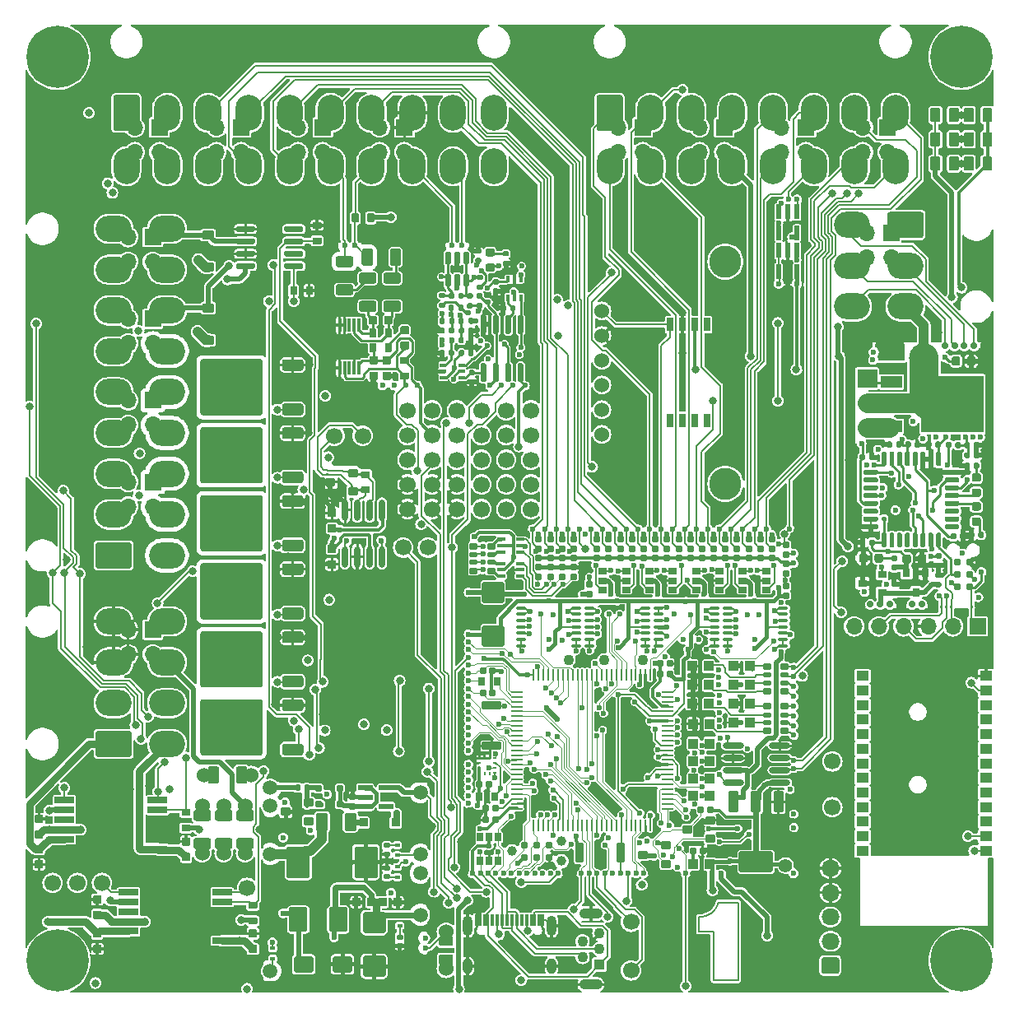
<source format=gtl>
G75*
G70*
%OFA0B0*%
%FSLAX25Y25*%
%IPPOS*%
%LPD*%
%AMOC8*
5,1,8,0,0,1.08239X$1,22.5*
%
%AMM1*
21,1,0.086610,0.073230,0.000000,0.000000,270.000000*
21,1,0.069290,0.090550,0.000000,0.000000,270.000000*
1,1,0.017320,-0.036610,-0.034650*
1,1,0.017320,-0.036610,0.034650*
1,1,0.017320,0.036610,0.034650*
1,1,0.017320,0.036610,-0.034650*
%
%AMM10*
21,1,0.015750,0.016540,0.000000,0.000000,270.000000*
21,1,0.012600,0.019680,0.000000,0.000000,270.000000*
1,1,0.003150,-0.008270,-0.006300*
1,1,0.003150,-0.008270,0.006300*
1,1,0.003150,0.008270,0.006300*
1,1,0.003150,0.008270,-0.006300*
%
%AMM11*
21,1,0.023620,0.018900,0.000000,0.000000,90.000000*
21,1,0.018900,0.023620,0.000000,0.000000,90.000000*
1,1,0.004720,0.009450,0.009450*
1,1,0.004720,0.009450,-0.009450*
1,1,0.004720,-0.009450,-0.009450*
1,1,0.004720,-0.009450,0.009450*
%
%AMM115*
21,1,0.021650,0.052760,0.000000,-0.000000,180.000000*
21,1,0.017320,0.057090,0.000000,-0.000000,180.000000*
1,1,0.004330,-0.008660,0.026380*
1,1,0.004330,0.008660,0.026380*
1,1,0.004330,0.008660,-0.026380*
1,1,0.004330,-0.008660,-0.026380*
%
%AMM12*
21,1,0.019680,0.019680,0.000000,0.000000,0.000000*
21,1,0.015750,0.023620,0.000000,0.000000,0.000000*
1,1,0.003940,0.007870,-0.009840*
1,1,0.003940,-0.007870,-0.009840*
1,1,0.003940,-0.007870,0.009840*
1,1,0.003940,0.007870,0.009840*
%
%AMM13*
21,1,0.019680,0.019680,0.000000,0.000000,270.000000*
21,1,0.015750,0.023620,0.000000,0.000000,270.000000*
1,1,0.003940,-0.009840,-0.007870*
1,1,0.003940,-0.009840,0.007870*
1,1,0.003940,0.009840,0.007870*
1,1,0.003940,0.009840,-0.007870*
%
%AMM183*
21,1,0.025590,0.026380,-0.000000,-0.000000,90.000000*
21,1,0.020470,0.031500,-0.000000,-0.000000,90.000000*
1,1,0.005120,0.013190,0.010240*
1,1,0.005120,0.013190,-0.010240*
1,1,0.005120,-0.013190,-0.010240*
1,1,0.005120,-0.013190,0.010240*
%
%AMM184*
21,1,0.017720,0.027950,-0.000000,-0.000000,90.000000*
21,1,0.014170,0.031500,-0.000000,-0.000000,90.000000*
1,1,0.003540,0.013980,0.007090*
1,1,0.003540,0.013980,-0.007090*
1,1,0.003540,-0.013980,-0.007090*
1,1,0.003540,-0.013980,0.007090*
%
%AMM185*
21,1,0.012600,0.028980,-0.000000,-0.000000,270.000000*
21,1,0.010080,0.031500,-0.000000,-0.000000,270.000000*
1,1,0.002520,-0.014490,-0.005040*
1,1,0.002520,-0.014490,0.005040*
1,1,0.002520,0.014490,0.005040*
1,1,0.002520,0.014490,-0.005040*
%
%AMM186*
21,1,0.023620,0.030710,-0.000000,-0.000000,0.000000*
21,1,0.018900,0.035430,-0.000000,-0.000000,0.000000*
1,1,0.004720,0.009450,-0.015350*
1,1,0.004720,-0.009450,-0.015350*
1,1,0.004720,-0.009450,0.015350*
1,1,0.004720,0.009450,0.015350*
%
%AMM187*
21,1,0.027560,0.018900,-0.000000,-0.000000,270.000000*
21,1,0.022840,0.023620,-0.000000,-0.000000,270.000000*
1,1,0.004720,-0.009450,-0.011420*
1,1,0.004720,-0.009450,0.011420*
1,1,0.004720,0.009450,0.011420*
1,1,0.004720,0.009450,-0.011420*
%
%AMM188*
21,1,0.031500,0.072440,-0.000000,-0.000000,270.000000*
21,1,0.025200,0.078740,-0.000000,-0.000000,270.000000*
1,1,0.006300,-0.036220,-0.012600*
1,1,0.006300,-0.036220,0.012600*
1,1,0.006300,0.036220,0.012600*
1,1,0.006300,0.036220,-0.012600*
%
%AMM189*
21,1,0.027560,0.018900,-0.000000,-0.000000,0.000000*
21,1,0.022840,0.023620,-0.000000,-0.000000,0.000000*
1,1,0.004720,0.011420,-0.009450*
1,1,0.004720,-0.011420,-0.009450*
1,1,0.004720,-0.011420,0.009450*
1,1,0.004720,0.011420,0.009450*
%
%AMM190*
21,1,0.023620,0.030710,-0.000000,-0.000000,90.000000*
21,1,0.018900,0.035430,-0.000000,-0.000000,90.000000*
1,1,0.004720,0.015350,0.009450*
1,1,0.004720,0.015350,-0.009450*
1,1,0.004720,-0.015350,-0.009450*
1,1,0.004720,-0.015350,0.009450*
%
%AMM191*
21,1,0.035430,0.030320,-0.000000,-0.000000,90.000000*
21,1,0.028350,0.037400,-0.000000,-0.000000,90.000000*
1,1,0.007090,0.015160,0.014170*
1,1,0.007090,0.015160,-0.014170*
1,1,0.007090,-0.015160,-0.014170*
1,1,0.007090,-0.015160,0.014170*
%
%AMM192*
21,1,0.043310,0.075980,-0.000000,-0.000000,180.000000*
21,1,0.034650,0.084650,-0.000000,-0.000000,180.000000*
1,1,0.008660,-0.017320,0.037990*
1,1,0.008660,0.017320,0.037990*
1,1,0.008660,0.017320,-0.037990*
1,1,0.008660,-0.017320,-0.037990*
%
%AMM193*
21,1,0.039370,0.035430,-0.000000,-0.000000,180.000000*
21,1,0.031500,0.043310,-0.000000,-0.000000,180.000000*
1,1,0.007870,-0.015750,0.017720*
1,1,0.007870,0.015750,0.017720*
1,1,0.007870,0.015750,-0.017720*
1,1,0.007870,-0.015750,-0.017720*
%
%AMM194*
21,1,0.027560,0.030710,-0.000000,-0.000000,180.000000*
21,1,0.022050,0.036220,-0.000000,-0.000000,180.000000*
1,1,0.005510,-0.011020,0.015350*
1,1,0.005510,0.011020,0.015350*
1,1,0.005510,0.011020,-0.015350*
1,1,0.005510,-0.011020,-0.015350*
%
%AMM195*
21,1,0.031500,0.072440,-0.000000,-0.000000,180.000000*
21,1,0.025200,0.078740,-0.000000,-0.000000,180.000000*
1,1,0.006300,-0.012600,0.036220*
1,1,0.006300,0.012600,0.036220*
1,1,0.006300,0.012600,-0.036220*
1,1,0.006300,-0.012600,-0.036220*
%
%AMM196*
21,1,0.137800,0.067720,-0.000000,-0.000000,180.000000*
21,1,0.120870,0.084650,-0.000000,-0.000000,180.000000*
1,1,0.016930,-0.060430,0.033860*
1,1,0.016930,0.060430,0.033860*
1,1,0.016930,0.060430,-0.033860*
1,1,0.016930,-0.060430,-0.033860*
%
%AMM197*
21,1,0.043310,0.075990,-0.000000,-0.000000,180.000000*
21,1,0.034650,0.084650,-0.000000,-0.000000,180.000000*
1,1,0.008660,-0.017320,0.037990*
1,1,0.008660,0.017320,0.037990*
1,1,0.008660,0.017320,-0.037990*
1,1,0.008660,-0.017320,-0.037990*
%
%AMM198*
21,1,0.086610,0.073230,-0.000000,-0.000000,270.000000*
21,1,0.069290,0.090550,-0.000000,-0.000000,270.000000*
1,1,0.017320,-0.036610,-0.034650*
1,1,0.017320,-0.036610,0.034650*
1,1,0.017320,0.036610,0.034650*
1,1,0.017320,0.036610,-0.034650*
%
%AMM2*
21,1,0.094490,0.111020,0.000000,0.000000,0.000000*
21,1,0.075590,0.129920,0.000000,0.000000,0.000000*
1,1,0.018900,0.037800,-0.055510*
1,1,0.018900,-0.037800,-0.055510*
1,1,0.018900,-0.037800,0.055510*
1,1,0.018900,0.037800,0.055510*
%
%AMM249*
21,1,0.035430,0.030320,0.000000,-0.000000,90.000000*
21,1,0.028350,0.037400,0.000000,-0.000000,90.000000*
1,1,0.007090,0.015160,0.014170*
1,1,0.007090,0.015160,-0.014170*
1,1,0.007090,-0.015160,-0.014170*
1,1,0.007090,-0.015160,0.014170*
%
%AMM250*
21,1,0.033470,0.026770,0.000000,-0.000000,270.000000*
21,1,0.026770,0.033470,0.000000,-0.000000,270.000000*
1,1,0.006690,-0.013390,-0.013390*
1,1,0.006690,-0.013390,0.013390*
1,1,0.006690,0.013390,0.013390*
1,1,0.006690,0.013390,-0.013390*
%
%AMM251*
21,1,0.027560,0.030710,0.000000,-0.000000,90.000000*
21,1,0.022050,0.036220,0.000000,-0.000000,90.000000*
1,1,0.005510,0.015350,0.011020*
1,1,0.005510,0.015350,-0.011020*
1,1,0.005510,-0.015350,-0.011020*
1,1,0.005510,-0.015350,0.011020*
%
%AMM3*
21,1,0.074800,0.083460,0.000000,0.000000,0.000000*
21,1,0.059840,0.098430,0.000000,0.000000,0.000000*
1,1,0.014960,0.029920,-0.041730*
1,1,0.014960,-0.029920,-0.041730*
1,1,0.014960,-0.029920,0.041730*
1,1,0.014960,0.029920,0.041730*
%
%AMM4*
21,1,0.078740,0.053540,0.000000,0.000000,180.000000*
21,1,0.065350,0.066930,0.000000,0.000000,180.000000*
1,1,0.013390,-0.032680,0.026770*
1,1,0.013390,0.032680,0.026770*
1,1,0.013390,0.032680,-0.026770*
1,1,0.013390,-0.032680,-0.026770*
%
%AMM5*
21,1,0.035430,0.030320,0.000000,0.000000,90.000000*
21,1,0.028350,0.037400,0.000000,0.000000,90.000000*
1,1,0.007090,0.015160,0.014170*
1,1,0.007090,0.015160,-0.014170*
1,1,0.007090,-0.015160,-0.014170*
1,1,0.007090,-0.015160,0.014170*
%
%AMM6*
21,1,0.021650,0.052760,0.000000,0.000000,270.000000*
21,1,0.017320,0.057090,0.000000,0.000000,270.000000*
1,1,0.004330,-0.026380,-0.008660*
1,1,0.004330,-0.026380,0.008660*
1,1,0.004330,0.026380,0.008660*
1,1,0.004330,0.026380,-0.008660*
%
%AMM7*
21,1,0.035830,0.026770,0.000000,0.000000,0.000000*
21,1,0.029130,0.033470,0.000000,0.000000,0.000000*
1,1,0.006690,0.014570,-0.013390*
1,1,0.006690,-0.014570,-0.013390*
1,1,0.006690,-0.014570,0.013390*
1,1,0.006690,0.014570,0.013390*
%
%AMM8*
21,1,0.070870,0.036220,0.000000,0.000000,90.000000*
21,1,0.061810,0.045280,0.000000,0.000000,90.000000*
1,1,0.009060,0.018110,0.030910*
1,1,0.009060,0.018110,-0.030910*
1,1,0.009060,-0.018110,-0.030910*
1,1,0.009060,-0.018110,0.030910*
%
%AMM9*
21,1,0.033470,0.026770,0.000000,0.000000,0.000000*
21,1,0.026770,0.033470,0.000000,0.000000,0.000000*
1,1,0.006690,0.013390,-0.013390*
1,1,0.006690,-0.013390,-0.013390*
1,1,0.006690,-0.013390,0.013390*
1,1,0.006690,0.013390,0.013390*
%
%ADD10C,0.00787*%
%ADD101C,0.01968*%
%ADD102C,0.01575*%
%ADD103M1*%
%ADD104M2*%
%ADD105M3*%
%ADD106M4*%
%ADD107M5*%
%ADD108M6*%
%ADD109M7*%
%ADD11R,0.06693X0.06693*%
%ADD110M8*%
%ADD111M9*%
%ADD112M10*%
%ADD113M11*%
%ADD114M12*%
%ADD115M13*%
%ADD116O,0.00787X0.40158*%
%ADD12O,0.06693X0.06693*%
%ADD13O,0.10630X0.14567*%
%ADD14C,0.06693*%
%ADD147C,0.01850*%
%ADD15C,0.02756*%
%ADD153R,0.02559X0.01575*%
%ADD154R,0.01575X0.02559*%
%ADD157R,0.03543X0.03150*%
%ADD159C,0.05118*%
%ADD16C,0.11811*%
%ADD161R,0.03150X0.03543*%
%ADD169C,0.03100*%
%ADD17R,0.11811X0.00984*%
%ADD172C,0.03900*%
%ADD18R,0.04331X0.00984*%
%ADD181O,0.04724X0.00866*%
%ADD182O,0.00866X0.04724*%
%ADD183O,0.04331X0.01181*%
%ADD186R,0.01378X0.00984*%
%ADD187R,0.00984X0.01378*%
%ADD19R,0.03858X0.00984*%
%ADD192O,0.08661X0.02362*%
%ADD20R,0.05709X0.00984*%
%ADD200C,0.00492*%
%ADD201C,0.01260*%
%ADD202C,0.05512*%
%ADD21R,0.00984X1.08661*%
%ADD22R,0.07677X0.00984*%
%ADD23R,0.03740X0.00984*%
%ADD24C,0.03150*%
%ADD25C,0.25197*%
%ADD26C,0.06000*%
%ADD266O,0.01968X0.00984*%
%ADD267O,0.00984X0.01968*%
%ADD27O,0.07283X0.06693*%
%ADD28C,0.02362*%
%ADD29R,0.24350X0.00984*%
%ADD297M115*%
%ADD30R,0.04390X0.00984*%
%ADD307R,0.01181X0.05512*%
%ADD308R,0.08661X0.04724*%
%ADD309R,0.25197X0.22835*%
%ADD31R,0.00984X0.56201*%
%ADD310R,0.07874X0.07500*%
%ADD311O,0.07874X0.07500*%
%ADD32R,0.00984X0.59449*%
%ADD33R,0.20374X0.00984*%
%ADD335O,0.02362X0.08661*%
%ADD34R,0.04331X0.04331*%
%ADD35C,0.04331*%
%ADD36O,0.09449X0.04331*%
%ADD37O,0.04823X0.00787*%
%ADD38O,0.00787X0.36614*%
%ADD39C,0.05906*%
%ADD393M183*%
%ADD394M184*%
%ADD395M185*%
%ADD396M186*%
%ADD397M187*%
%ADD398M188*%
%ADD399M189*%
%ADD40O,0.00787X0.12992*%
%ADD400M190*%
%ADD401M191*%
%ADD402M192*%
%ADD403M193*%
%ADD404M194*%
%ADD405M195*%
%ADD406M196*%
%ADD407M197*%
%ADD408M198*%
%ADD41O,0.00787X0.40157*%
%ADD42O,0.00787X0.01181*%
%ADD43O,0.66929X0.00787*%
%ADD44O,0.60630X0.00787*%
%ADD45O,0.00787X0.18898*%
%ADD46O,0.00787X0.10236*%
%ADD460M249*%
%ADD461M250*%
%ADD462M251*%
%ADD47O,0.00787X0.03937*%
%ADD48O,0.00787X0.05906*%
%ADD49O,0.22323X0.00787*%
%ADD50O,0.00787X0.43701*%
%ADD51O,0.01575X0.38583*%
%ADD52O,0.00984X0.01969*%
%ADD53O,0.26772X0.00787*%
%ADD54O,0.01969X0.00984*%
%ADD55O,0.14567X0.10630*%
%ADD56R,0.05118X0.03937*%
%ADD57R,0.07874X0.02559*%
%ADD58R,0.17717X0.31890*%
%ADD59R,0.00787X0.14567*%
%ADD60R,0.00787X0.01575*%
%ADD61R,0.00787X0.06299*%
%ADD62R,0.00787X0.38189*%
%ADD63R,0.00787X0.09055*%
%ADD64R,0.05512X0.00787*%
%ADD65R,0.25197X0.00787*%
%ADD66R,0.06693X0.00787*%
%ADD67R,0.12992X0.00787*%
%ADD68R,0.00787X0.27559*%
%ADD69R,0.00787X0.12992*%
%ADD70R,0.00787X0.24803*%
%ADD71R,0.01181X0.04528*%
%ADD72O,0.03937X0.08268*%
%ADD73O,0.03937X0.06299*%
%ADD74C,0.13000*%
%ADD75R,0.02717X0.05315*%
%ADD76C,0.01181*%
%ADD77C,0.03937*%
%ADD78C,0.01969*%
%ADD79C,0.00591*%
%ADD86C,0.00984*%
%ADD89C,0.00800*%
%ADD99C,0.07874*%
X0000000Y0000000D02*
%LPD*%
G01*
D10*
X0273622Y0025591D02*
X0273622Y0031496D01*
X0273622Y0025591D02*
X0279528Y0025591D01*
X0279528Y0025591D02*
X0279528Y0005906D01*
X0279528Y0005906D02*
X0289370Y0005906D01*
X0289370Y0037402D02*
X0281496Y0037402D01*
X0289370Y0005906D02*
X0289370Y0037402D01*
X0281496Y0037402D02*
G75*
G02*
X0273622Y0031496I-007565J0001885D01*
G01*
G36*
G01*
X0380906Y0334154D02*
X0380906Y0339075D01*
G75*
G02*
X0381299Y0339469I0000394J0000000D01*
G01*
X0384449Y0339469D01*
G75*
G02*
X0384843Y0339075I0000000J-000394D01*
G01*
X0384843Y0334154D01*
G75*
G02*
X0384449Y0333760I-000394J0000000D01*
G01*
X0381299Y0333760D01*
G75*
G02*
X0380906Y0334154I0000000J0000394D01*
G01*
G37*
G36*
G01*
X0388386Y0334154D02*
X0388386Y0339075D01*
G75*
G02*
X0388780Y0339469I0000394J0000000D01*
G01*
X0391929Y0339469D01*
G75*
G02*
X0392323Y0339075I0000000J-000394D01*
G01*
X0392323Y0334154D01*
G75*
G02*
X0391929Y0333760I-000394J0000000D01*
G01*
X0388780Y0333760D01*
G75*
G02*
X0388386Y0334154I0000000J0000394D01*
G01*
G37*
G36*
G01*
X0113287Y0295709D02*
X0113287Y0294528D01*
G75*
G02*
X0112697Y0293937I-000591J0000000D01*
G01*
X0106201Y0293937D01*
G75*
G02*
X0105610Y0294528I0000000J0000591D01*
G01*
X0105610Y0295709D01*
G75*
G02*
X0106201Y0296299I0000591J0000000D01*
G01*
X0112697Y0296299D01*
G75*
G02*
X0113287Y0295709I0000000J-000591D01*
G01*
G37*
G36*
G01*
X0113287Y0300709D02*
X0113287Y0299528D01*
G75*
G02*
X0112697Y0298937I-000591J0000000D01*
G01*
X0106201Y0298937D01*
G75*
G02*
X0105610Y0299528I0000000J0000591D01*
G01*
X0105610Y0300709D01*
G75*
G02*
X0106201Y0301299I0000591J0000000D01*
G01*
X0112697Y0301299D01*
G75*
G02*
X0113287Y0300709I0000000J-000591D01*
G01*
G37*
G36*
G01*
X0113287Y0305709D02*
X0113287Y0304528D01*
G75*
G02*
X0112697Y0303937I-000591J0000000D01*
G01*
X0106201Y0303937D01*
G75*
G02*
X0105610Y0304528I0000000J0000591D01*
G01*
X0105610Y0305709D01*
G75*
G02*
X0106201Y0306299I0000591J0000000D01*
G01*
X0112697Y0306299D01*
G75*
G02*
X0113287Y0305709I0000000J-000591D01*
G01*
G37*
G36*
G01*
X0113287Y0310709D02*
X0113287Y0309528D01*
G75*
G02*
X0112697Y0308937I-000591J0000000D01*
G01*
X0106201Y0308937D01*
G75*
G02*
X0105610Y0309528I0000000J0000591D01*
G01*
X0105610Y0310709D01*
G75*
G02*
X0106201Y0311299I0000591J0000000D01*
G01*
X0112697Y0311299D01*
G75*
G02*
X0113287Y0310709I0000000J-000591D01*
G01*
G37*
G36*
G01*
X0093799Y0310709D02*
X0093799Y0309528D01*
G75*
G02*
X0093209Y0308937I-000591J0000000D01*
G01*
X0086713Y0308937D01*
G75*
G02*
X0086122Y0309528I0000000J0000591D01*
G01*
X0086122Y0310709D01*
G75*
G02*
X0086713Y0311299I0000591J0000000D01*
G01*
X0093209Y0311299D01*
G75*
G02*
X0093799Y0310709I0000000J-000591D01*
G01*
G37*
G36*
G01*
X0093799Y0305709D02*
X0093799Y0304528D01*
G75*
G02*
X0093209Y0303937I-000591J0000000D01*
G01*
X0086713Y0303937D01*
G75*
G02*
X0086122Y0304528I0000000J0000591D01*
G01*
X0086122Y0305709D01*
G75*
G02*
X0086713Y0306299I0000591J0000000D01*
G01*
X0093209Y0306299D01*
G75*
G02*
X0093799Y0305709I0000000J-000591D01*
G01*
G37*
G36*
G01*
X0093799Y0300709D02*
X0093799Y0299528D01*
G75*
G02*
X0093209Y0298937I-000591J0000000D01*
G01*
X0086713Y0298937D01*
G75*
G02*
X0086122Y0299528I0000000J0000591D01*
G01*
X0086122Y0300709D01*
G75*
G02*
X0086713Y0301299I0000591J0000000D01*
G01*
X0093209Y0301299D01*
G75*
G02*
X0093799Y0300709I0000000J-000591D01*
G01*
G37*
G36*
G01*
X0093799Y0295709D02*
X0093799Y0294528D01*
G75*
G02*
X0093209Y0293937I-000591J0000000D01*
G01*
X0086713Y0293937D01*
G75*
G02*
X0086122Y0294528I0000000J0000591D01*
G01*
X0086122Y0295709D01*
G75*
G02*
X0086713Y0296299I0000591J0000000D01*
G01*
X0093209Y0296299D01*
G75*
G02*
X0093799Y0295709I0000000J-000591D01*
G01*
G37*
G36*
G01*
X0028583Y0040217D02*
X0031260Y0040217D01*
G75*
G02*
X0031594Y0039882I0000000J-000335D01*
G01*
X0031594Y0037205D01*
G75*
G02*
X0031260Y0036870I-000335J0000000D01*
G01*
X0028583Y0036870D01*
G75*
G02*
X0028248Y0037205I0000000J0000335D01*
G01*
X0028248Y0039882D01*
G75*
G02*
X0028583Y0040217I0000335J0000000D01*
G01*
G37*
G36*
G01*
X0028583Y0033996D02*
X0031260Y0033996D01*
G75*
G02*
X0031594Y0033661I0000000J-000335D01*
G01*
X0031594Y0030984D01*
G75*
G02*
X0031260Y0030650I-000335J0000000D01*
G01*
X0028583Y0030650D01*
G75*
G02*
X0028248Y0030984I0000000J0000335D01*
G01*
X0028248Y0033661D01*
G75*
G02*
X0028583Y0033996I0000335J0000000D01*
G01*
G37*
G36*
G01*
X0380906Y0343996D02*
X0380906Y0348917D01*
G75*
G02*
X0381299Y0349311I0000394J0000000D01*
G01*
X0384449Y0349311D01*
G75*
G02*
X0384843Y0348917I0000000J-000394D01*
G01*
X0384843Y0343996D01*
G75*
G02*
X0384449Y0343602I-000394J0000000D01*
G01*
X0381299Y0343602D01*
G75*
G02*
X0380906Y0343996I0000000J0000394D01*
G01*
G37*
G36*
G01*
X0388386Y0343996D02*
X0388386Y0348917D01*
G75*
G02*
X0388780Y0349311I0000394J0000000D01*
G01*
X0391929Y0349311D01*
G75*
G02*
X0392323Y0348917I0000000J-000394D01*
G01*
X0392323Y0343996D01*
G75*
G02*
X0391929Y0343602I-000394J0000000D01*
G01*
X0388780Y0343602D01*
G75*
G02*
X0388386Y0343996I0000000J0000394D01*
G01*
G37*
G36*
G01*
X0113386Y0155787D02*
X0113386Y0153031D01*
G75*
G02*
X0112402Y0152047I-000984J0000000D01*
G01*
X0105709Y0152047D01*
G75*
G02*
X0104724Y0153031I0000000J0000984D01*
G01*
X0104724Y0155787D01*
G75*
G02*
X0105709Y0156772I0000984J0000000D01*
G01*
X0112402Y0156772D01*
G75*
G02*
X0113386Y0155787I0000000J-000984D01*
G01*
G37*
G36*
G01*
X0096850Y0161811D02*
X0096850Y0152953D01*
G75*
G02*
X0095866Y0151969I-000984J0000000D01*
G01*
X0085827Y0151969D01*
G75*
G02*
X0084843Y0152953I0000000J0000984D01*
G01*
X0084843Y0161811D01*
G75*
G02*
X0085827Y0162795I0000984J0000000D01*
G01*
X0095866Y0162795D01*
G75*
G02*
X0096850Y0161811I0000000J-000984D01*
G01*
G37*
G36*
G01*
X0096850Y0173819D02*
X0096850Y0164961D01*
G75*
G02*
X0095866Y0163976I-000984J0000000D01*
G01*
X0085827Y0163976D01*
G75*
G02*
X0084843Y0164961I0000000J0000984D01*
G01*
X0084843Y0173819D01*
G75*
G02*
X0085827Y0174803I0000984J0000000D01*
G01*
X0095866Y0174803D01*
G75*
G02*
X0096850Y0173819I0000000J-000984D01*
G01*
G37*
G36*
G01*
X0096850Y0173819D02*
X0096850Y0152953D01*
G75*
G02*
X0095866Y0151969I-000984J0000000D01*
G01*
X0072638Y0151969D01*
G75*
G02*
X0071654Y0152953I0000000J0000984D01*
G01*
X0071654Y0173819D01*
G75*
G02*
X0072638Y0174803I0000984J0000000D01*
G01*
X0095866Y0174803D01*
G75*
G02*
X0096850Y0173819I0000000J-000984D01*
G01*
G37*
G36*
G01*
X0083661Y0161811D02*
X0083661Y0152953D01*
G75*
G02*
X0082677Y0151969I-000984J0000000D01*
G01*
X0072638Y0151969D01*
G75*
G02*
X0071654Y0152953I0000000J0000984D01*
G01*
X0071654Y0161811D01*
G75*
G02*
X0072638Y0162795I0000984J0000000D01*
G01*
X0082677Y0162795D01*
G75*
G02*
X0083661Y0161811I0000000J-000984D01*
G01*
G37*
G36*
G01*
X0083661Y0173819D02*
X0083661Y0164961D01*
G75*
G02*
X0082677Y0163976I-000984J0000000D01*
G01*
X0072638Y0163976D01*
G75*
G02*
X0071654Y0164961I0000000J0000984D01*
G01*
X0071654Y0173819D01*
G75*
G02*
X0072638Y0174803I0000984J0000000D01*
G01*
X0082677Y0174803D01*
G75*
G02*
X0083661Y0173819I0000000J-000984D01*
G01*
G37*
G36*
G01*
X0113386Y0173740D02*
X0113386Y0170984D01*
G75*
G02*
X0112402Y0170000I-000984J0000000D01*
G01*
X0105709Y0170000D01*
G75*
G02*
X0104724Y0170984I0000000J0000984D01*
G01*
X0104724Y0173740D01*
G75*
G02*
X0105709Y0174724I0000984J0000000D01*
G01*
X0112402Y0174724D01*
G75*
G02*
X0113386Y0173740I0000000J-000984D01*
G01*
G37*
D11*
X0052421Y0207677D03*
D12*
X0042421Y0207677D03*
X0052421Y0197677D03*
X0042421Y0197677D03*
G36*
G01*
X0232087Y0350886D02*
X0232087Y0363484D01*
G75*
G02*
X0233071Y0364469I0000984J0000000D01*
G01*
X0241732Y0364469D01*
G75*
G02*
X0242717Y0363484I0000000J-000984D01*
G01*
X0242717Y0350886D01*
G75*
G02*
X0241732Y0349902I-000984J0000000D01*
G01*
X0233071Y0349902D01*
G75*
G02*
X0232087Y0350886I0000000J0000984D01*
G01*
G37*
D13*
X0253937Y0357185D03*
X0270472Y0357185D03*
X0287008Y0357185D03*
X0303543Y0357185D03*
X0320079Y0357185D03*
X0336614Y0357185D03*
X0353150Y0357185D03*
X0237402Y0335531D03*
X0253937Y0335531D03*
X0270472Y0335531D03*
X0287008Y0335531D03*
X0303543Y0335531D03*
X0320079Y0335531D03*
X0336614Y0335531D03*
X0353150Y0335531D03*
D14*
X0327559Y0075984D03*
D11*
X0052421Y0240748D03*
D12*
X0042421Y0240748D03*
X0052421Y0230748D03*
X0042421Y0230748D03*
D15*
X0384941Y0262795D03*
X0373130Y0262795D03*
X0377067Y0262795D03*
X0381004Y0262795D03*
D16*
X0364665Y0257874D03*
D17*
X0350886Y0264272D03*
D18*
X0338287Y0156594D03*
D19*
X0355374Y0156594D03*
X0368366Y0156594D03*
D20*
X0388386Y0156594D03*
D21*
X0336614Y0210433D03*
X0390748Y0210433D03*
D22*
X0339961Y0264272D03*
D23*
X0389370Y0264272D03*
G36*
G01*
X0340650Y0193701D02*
X0345571Y0193701D01*
G75*
G02*
X0346063Y0193209I0000000J-000492D01*
G01*
X0346063Y0192224D01*
G75*
G02*
X0345571Y0191732I-000492J0000000D01*
G01*
X0340650Y0191732D01*
G75*
G02*
X0340157Y0192224I0000000J0000492D01*
G01*
X0340157Y0193209D01*
G75*
G02*
X0340650Y0193701I0000492J0000000D01*
G01*
G37*
G36*
G01*
X0351181Y0187106D02*
X0352165Y0187106D01*
G75*
G02*
X0352657Y0186614I0000000J-000492D01*
G01*
X0352657Y0181693D01*
G75*
G02*
X0352165Y0181201I-000492J0000000D01*
G01*
X0351181Y0181201D01*
G75*
G02*
X0350689Y0181693I0000000J0000492D01*
G01*
X0350689Y0186614D01*
G75*
G02*
X0351181Y0187106I0000492J0000000D01*
G01*
G37*
G36*
G01*
X0340650Y0190551D02*
X0345571Y0190551D01*
G75*
G02*
X0346063Y0190059I0000000J-000492D01*
G01*
X0346063Y0189075D01*
G75*
G02*
X0345571Y0188583I-000492J0000000D01*
G01*
X0340650Y0188583D01*
G75*
G02*
X0340157Y0189075I0000000J0000492D01*
G01*
X0340157Y0190059D01*
G75*
G02*
X0340650Y0190551I0000492J0000000D01*
G01*
G37*
G36*
G01*
X0350689Y0189272D02*
X0350689Y0190256D01*
G75*
G02*
X0351181Y0190748I0000492J0000000D01*
G01*
X0352165Y0190748D01*
G75*
G02*
X0352657Y0190256I0000000J-000492D01*
G01*
X0352657Y0189272D01*
G75*
G02*
X0352165Y0188780I-000492J0000000D01*
G01*
X0351181Y0188780D01*
G75*
G02*
X0350689Y0189272I0000000J0000492D01*
G01*
G37*
G36*
G01*
X0348031Y0193701D02*
X0349016Y0193701D01*
G75*
G02*
X0349508Y0193209I0000000J-000492D01*
G01*
X0349508Y0192224D01*
G75*
G02*
X0349016Y0191732I-000492J0000000D01*
G01*
X0348031Y0191732D01*
G75*
G02*
X0347539Y0192224I0000000J0000492D01*
G01*
X0347539Y0193209D01*
G75*
G02*
X0348031Y0193701I0000492J0000000D01*
G01*
G37*
G36*
G01*
X0348031Y0187106D02*
X0349016Y0187106D01*
G75*
G02*
X0349508Y0186614I0000000J-000492D01*
G01*
X0349508Y0181693D01*
G75*
G02*
X0349016Y0181201I-000492J0000000D01*
G01*
X0348031Y0181201D01*
G75*
G02*
X0347539Y0181693I0000000J0000492D01*
G01*
X0347539Y0186614D01*
G75*
G02*
X0348031Y0187106I0000492J0000000D01*
G01*
G37*
D15*
X0346949Y0158106D03*
X0350886Y0158106D03*
X0363862Y0158106D03*
X0359862Y0158106D03*
G36*
G01*
X0371752Y0156102D02*
X0371752Y0156102D01*
G75*
G02*
X0371260Y0156594I0000000J0000492D01*
G01*
X0371260Y0157579D01*
G75*
G02*
X0371752Y0158071I0000492J0000000D01*
G01*
X0371752Y0158071D01*
G75*
G02*
X0372244Y0157579I0000000J-000492D01*
G01*
X0372244Y0156594D01*
G75*
G02*
X0371752Y0156102I-000492J0000000D01*
G01*
G37*
G36*
G01*
X0373720Y0156102D02*
X0373720Y0156102D01*
G75*
G02*
X0373228Y0156594I0000000J0000492D01*
G01*
X0373228Y0157579D01*
G75*
G02*
X0373720Y0158071I0000492J0000000D01*
G01*
X0373720Y0158071D01*
G75*
G02*
X0374213Y0157579I0000000J-000492D01*
G01*
X0374213Y0156594D01*
G75*
G02*
X0373720Y0156102I-000492J0000000D01*
G01*
G37*
G36*
G01*
X0375689Y0156102D02*
X0375689Y0156102D01*
G75*
G02*
X0375197Y0156594I0000000J0000492D01*
G01*
X0375197Y0157579D01*
G75*
G02*
X0375689Y0158071I0000492J0000000D01*
G01*
X0375689Y0158071D01*
G75*
G02*
X0376181Y0157579I0000000J-000492D01*
G01*
X0376181Y0156594D01*
G75*
G02*
X0375689Y0156102I-000492J0000000D01*
G01*
G37*
G36*
G01*
X0383957Y0156102D02*
X0383957Y0156102D01*
G75*
G02*
X0383465Y0156594I0000000J0000492D01*
G01*
X0383465Y0157579D01*
G75*
G02*
X0383957Y0158071I0000492J0000000D01*
G01*
X0383957Y0158071D01*
G75*
G02*
X0384449Y0157579I0000000J-000492D01*
G01*
X0384449Y0156594D01*
G75*
G02*
X0383957Y0156102I-000492J0000000D01*
G01*
G37*
X0343012Y0158106D03*
D14*
X0163780Y0181102D03*
G36*
G01*
X0036417Y0350886D02*
X0036417Y0363484D01*
G75*
G02*
X0037402Y0364469I0000984J0000000D01*
G01*
X0046063Y0364469D01*
G75*
G02*
X0047047Y0363484I0000000J-000984D01*
G01*
X0047047Y0350886D01*
G75*
G02*
X0046063Y0349902I-000984J0000000D01*
G01*
X0037402Y0349902D01*
G75*
G02*
X0036417Y0350886I0000000J0000984D01*
G01*
G37*
D13*
X0058268Y0357185D03*
X0074803Y0357185D03*
X0091339Y0357185D03*
X0107874Y0357185D03*
X0124409Y0357185D03*
X0140945Y0357185D03*
X0157480Y0357185D03*
X0174016Y0357185D03*
X0190551Y0357185D03*
X0041732Y0335531D03*
X0058268Y0335531D03*
X0074803Y0335531D03*
X0091339Y0335531D03*
X0107874Y0335531D03*
X0124409Y0335531D03*
X0140945Y0335531D03*
X0157480Y0335531D03*
X0174016Y0335531D03*
X0190551Y0335531D03*
G36*
G01*
X0113386Y0238465D02*
X0113386Y0235709D01*
G75*
G02*
X0112402Y0234724I-000984J0000000D01*
G01*
X0105709Y0234724D01*
G75*
G02*
X0104724Y0235709I0000000J0000984D01*
G01*
X0104724Y0238465D01*
G75*
G02*
X0105709Y0239449I0000984J0000000D01*
G01*
X0112402Y0239449D01*
G75*
G02*
X0113386Y0238465I0000000J-000984D01*
G01*
G37*
G36*
G01*
X0096850Y0244488D02*
X0096850Y0235630D01*
G75*
G02*
X0095866Y0234646I-000984J0000000D01*
G01*
X0085827Y0234646D01*
G75*
G02*
X0084843Y0235630I0000000J0000984D01*
G01*
X0084843Y0244488D01*
G75*
G02*
X0085827Y0245472I0000984J0000000D01*
G01*
X0095866Y0245472D01*
G75*
G02*
X0096850Y0244488I0000000J-000984D01*
G01*
G37*
G36*
G01*
X0096850Y0256496D02*
X0096850Y0247638D01*
G75*
G02*
X0095866Y0246654I-000984J0000000D01*
G01*
X0085827Y0246654D01*
G75*
G02*
X0084843Y0247638I0000000J0000984D01*
G01*
X0084843Y0256496D01*
G75*
G02*
X0085827Y0257480I0000984J0000000D01*
G01*
X0095866Y0257480D01*
G75*
G02*
X0096850Y0256496I0000000J-000984D01*
G01*
G37*
G36*
G01*
X0096850Y0256496D02*
X0096850Y0235630D01*
G75*
G02*
X0095866Y0234646I-000984J0000000D01*
G01*
X0072638Y0234646D01*
G75*
G02*
X0071654Y0235630I0000000J0000984D01*
G01*
X0071654Y0256496D01*
G75*
G02*
X0072638Y0257480I0000984J0000000D01*
G01*
X0095866Y0257480D01*
G75*
G02*
X0096850Y0256496I0000000J-000984D01*
G01*
G37*
G36*
G01*
X0083661Y0244488D02*
X0083661Y0235630D01*
G75*
G02*
X0082677Y0234646I-000984J0000000D01*
G01*
X0072638Y0234646D01*
G75*
G02*
X0071654Y0235630I0000000J0000984D01*
G01*
X0071654Y0244488D01*
G75*
G02*
X0072638Y0245472I0000984J0000000D01*
G01*
X0082677Y0245472D01*
G75*
G02*
X0083661Y0244488I0000000J-000984D01*
G01*
G37*
G36*
G01*
X0083661Y0256496D02*
X0083661Y0247638D01*
G75*
G02*
X0082677Y0246654I-000984J0000000D01*
G01*
X0072638Y0246654D01*
G75*
G02*
X0071654Y0247638I0000000J0000984D01*
G01*
X0071654Y0256496D01*
G75*
G02*
X0072638Y0257480I0000984J0000000D01*
G01*
X0082677Y0257480D01*
G75*
G02*
X0083661Y0256496I0000000J-000984D01*
G01*
G37*
G36*
G01*
X0113386Y0256417D02*
X0113386Y0253661D01*
G75*
G02*
X0112402Y0252677I-000984J0000000D01*
G01*
X0105709Y0252677D01*
G75*
G02*
X0104724Y0253661I0000000J0000984D01*
G01*
X0104724Y0256417D01*
G75*
G02*
X0105709Y0257402I0000984J0000000D01*
G01*
X0112402Y0257402D01*
G75*
G02*
X0113386Y0256417I0000000J-000984D01*
G01*
G37*
G36*
G01*
X0113386Y0210906D02*
X0113386Y0208150D01*
G75*
G02*
X0112402Y0207165I-000984J0000000D01*
G01*
X0105709Y0207165D01*
G75*
G02*
X0104724Y0208150I0000000J0000984D01*
G01*
X0104724Y0210906D01*
G75*
G02*
X0105709Y0211890I0000984J0000000D01*
G01*
X0112402Y0211890D01*
G75*
G02*
X0113386Y0210906I0000000J-000984D01*
G01*
G37*
G36*
G01*
X0096850Y0216929D02*
X0096850Y0208071D01*
G75*
G02*
X0095866Y0207087I-000984J0000000D01*
G01*
X0085827Y0207087D01*
G75*
G02*
X0084843Y0208071I0000000J0000984D01*
G01*
X0084843Y0216929D01*
G75*
G02*
X0085827Y0217913I0000984J0000000D01*
G01*
X0095866Y0217913D01*
G75*
G02*
X0096850Y0216929I0000000J-000984D01*
G01*
G37*
G36*
G01*
X0096850Y0228937D02*
X0096850Y0220079D01*
G75*
G02*
X0095866Y0219094I-000984J0000000D01*
G01*
X0085827Y0219094D01*
G75*
G02*
X0084843Y0220079I0000000J0000984D01*
G01*
X0084843Y0228937D01*
G75*
G02*
X0085827Y0229921I0000984J0000000D01*
G01*
X0095866Y0229921D01*
G75*
G02*
X0096850Y0228937I0000000J-000984D01*
G01*
G37*
G36*
G01*
X0096850Y0228937D02*
X0096850Y0208071D01*
G75*
G02*
X0095866Y0207087I-000984J0000000D01*
G01*
X0072638Y0207087D01*
G75*
G02*
X0071654Y0208071I0000000J0000984D01*
G01*
X0071654Y0228937D01*
G75*
G02*
X0072638Y0229921I0000984J0000000D01*
G01*
X0095866Y0229921D01*
G75*
G02*
X0096850Y0228937I0000000J-000984D01*
G01*
G37*
G36*
G01*
X0083661Y0216929D02*
X0083661Y0208071D01*
G75*
G02*
X0082677Y0207087I-000984J0000000D01*
G01*
X0072638Y0207087D01*
G75*
G02*
X0071654Y0208071I0000000J0000984D01*
G01*
X0071654Y0216929D01*
G75*
G02*
X0072638Y0217913I0000984J0000000D01*
G01*
X0082677Y0217913D01*
G75*
G02*
X0083661Y0216929I0000000J-000984D01*
G01*
G37*
G36*
G01*
X0083661Y0228937D02*
X0083661Y0220079D01*
G75*
G02*
X0082677Y0219094I-000984J0000000D01*
G01*
X0072638Y0219094D01*
G75*
G02*
X0071654Y0220079I0000000J0000984D01*
G01*
X0071654Y0228937D01*
G75*
G02*
X0072638Y0229921I0000984J0000000D01*
G01*
X0082677Y0229921D01*
G75*
G02*
X0083661Y0228937I0000000J-000984D01*
G01*
G37*
G36*
G01*
X0113386Y0228858D02*
X0113386Y0226102D01*
G75*
G02*
X0112402Y0225118I-000984J0000000D01*
G01*
X0105709Y0225118D01*
G75*
G02*
X0104724Y0226102I0000000J0000984D01*
G01*
X0104724Y0228858D01*
G75*
G02*
X0105709Y0229843I0000984J0000000D01*
G01*
X0112402Y0229843D01*
G75*
G02*
X0113386Y0228858I0000000J-000984D01*
G01*
G37*
D11*
X0154291Y0351280D03*
D12*
X0144291Y0351280D03*
X0154291Y0341280D03*
X0144291Y0341280D03*
D14*
X0125984Y0226378D03*
G36*
G01*
X0091575Y0026437D02*
X0094252Y0026437D01*
G75*
G02*
X0094587Y0026102I0000000J-000335D01*
G01*
X0094587Y0023425D01*
G75*
G02*
X0094252Y0023091I-000335J0000000D01*
G01*
X0091575Y0023091D01*
G75*
G02*
X0091240Y0023425I0000000J0000335D01*
G01*
X0091240Y0026102D01*
G75*
G02*
X0091575Y0026437I0000335J0000000D01*
G01*
G37*
G36*
G01*
X0091575Y0020217D02*
X0094252Y0020217D01*
G75*
G02*
X0094587Y0019882I0000000J-000335D01*
G01*
X0094587Y0017205D01*
G75*
G02*
X0094252Y0016870I-000335J0000000D01*
G01*
X0091575Y0016870D01*
G75*
G02*
X0091240Y0017205I0000000J0000335D01*
G01*
X0091240Y0019882D01*
G75*
G02*
X0091575Y0020217I0000335J0000000D01*
G01*
G37*
G36*
G01*
X0142057Y0316201D02*
X0142057Y0313130D01*
G75*
G02*
X0141781Y0312854I-000276J0000000D01*
G01*
X0139577Y0312854D01*
G75*
G02*
X0139301Y0313130I0000000J0000276D01*
G01*
X0139301Y0316201D01*
G75*
G02*
X0139577Y0316476I0000276J0000000D01*
G01*
X0141781Y0316476D01*
G75*
G02*
X0142057Y0316201I0000000J-000276D01*
G01*
G37*
G36*
G01*
X0135758Y0316201D02*
X0135758Y0313130D01*
G75*
G02*
X0135482Y0312854I-000276J0000000D01*
G01*
X0133278Y0312854D01*
G75*
G02*
X0133002Y0313130I0000000J0000276D01*
G01*
X0133002Y0316201D01*
G75*
G02*
X0133278Y0316476I0000276J0000000D01*
G01*
X0135482Y0316476D01*
G75*
G02*
X0135758Y0316201I0000000J-000276D01*
G01*
G37*
X0137402Y0226378D03*
G36*
G01*
X0064508Y0063681D02*
X0067185Y0063681D01*
G75*
G02*
X0067520Y0063346I0000000J-000335D01*
G01*
X0067520Y0060669D01*
G75*
G02*
X0067185Y0060335I-000335J0000000D01*
G01*
X0064508Y0060335D01*
G75*
G02*
X0064173Y0060669I0000000J0000335D01*
G01*
X0064173Y0063346D01*
G75*
G02*
X0064508Y0063681I0000335J0000000D01*
G01*
G37*
G36*
G01*
X0064508Y0057461D02*
X0067185Y0057461D01*
G75*
G02*
X0067520Y0057126I0000000J-000335D01*
G01*
X0067520Y0054449D01*
G75*
G02*
X0067185Y0054114I-000335J0000000D01*
G01*
X0064508Y0054114D01*
G75*
G02*
X0064173Y0054449I0000000J0000335D01*
G01*
X0064173Y0057126D01*
G75*
G02*
X0064508Y0057461I0000335J0000000D01*
G01*
G37*
X0021811Y0045276D03*
D24*
X0004331Y0379921D03*
X0007098Y0386603D03*
X0007098Y0373240D03*
X0013780Y0389370D03*
D25*
X0013780Y0379921D03*
D24*
X0013780Y0370472D03*
X0020461Y0386603D03*
X0020461Y0373240D03*
X0023228Y0379921D03*
X0370472Y0379921D03*
X0373240Y0386603D03*
X0373240Y0373240D03*
X0379921Y0389370D03*
D25*
X0379921Y0379921D03*
D24*
X0379921Y0370472D03*
X0386603Y0386603D03*
X0386603Y0373240D03*
X0389370Y0379921D03*
D26*
X0072441Y0076575D03*
G36*
G01*
X0068898Y0071280D02*
X0068898Y0073996D01*
G75*
G02*
X0069803Y0074902I0000906J0000000D01*
G01*
X0075079Y0074902D01*
G75*
G02*
X0075984Y0073996I0000000J-000906D01*
G01*
X0075984Y0071280D01*
G75*
G02*
X0075079Y0070374I-000906J0000000D01*
G01*
X0069803Y0070374D01*
G75*
G02*
X0068898Y0071280I0000000J0000906D01*
G01*
G37*
G36*
G01*
X0068898Y0059862D02*
X0068898Y0062579D01*
G75*
G02*
X0069803Y0063484I0000906J0000000D01*
G01*
X0075079Y0063484D01*
G75*
G02*
X0075984Y0062579I0000000J-000906D01*
G01*
X0075984Y0059862D01*
G75*
G02*
X0075079Y0058957I-000906J0000000D01*
G01*
X0069803Y0058957D01*
G75*
G02*
X0068898Y0059862I0000000J0000906D01*
G01*
G37*
X0072441Y0057283D03*
G36*
G01*
X0367323Y0334154D02*
X0367323Y0339075D01*
G75*
G02*
X0367717Y0339469I0000394J0000000D01*
G01*
X0370866Y0339469D01*
G75*
G02*
X0371260Y0339075I0000000J-000394D01*
G01*
X0371260Y0334154D01*
G75*
G02*
X0370866Y0333760I-000394J0000000D01*
G01*
X0367717Y0333760D01*
G75*
G02*
X0367323Y0334154I0000000J0000394D01*
G01*
G37*
G36*
G01*
X0374803Y0334154D02*
X0374803Y0339075D01*
G75*
G02*
X0375197Y0339469I0000394J0000000D01*
G01*
X0378347Y0339469D01*
G75*
G02*
X0378740Y0339075I0000000J-000394D01*
G01*
X0378740Y0334154D01*
G75*
G02*
X0378347Y0333760I-000394J0000000D01*
G01*
X0375197Y0333760D01*
G75*
G02*
X0374803Y0334154I0000000J0000394D01*
G01*
G37*
G36*
G01*
X0004961Y0072894D02*
X0007638Y0072894D01*
G75*
G02*
X0007972Y0072559I0000000J-000335D01*
G01*
X0007972Y0069882D01*
G75*
G02*
X0007638Y0069547I-000335J0000000D01*
G01*
X0004961Y0069547D01*
G75*
G02*
X0004626Y0069882I0000000J0000335D01*
G01*
X0004626Y0072559D01*
G75*
G02*
X0004961Y0072894I0000335J0000000D01*
G01*
G37*
G36*
G01*
X0004961Y0066673D02*
X0007638Y0066673D01*
G75*
G02*
X0007972Y0066339I0000000J-000335D01*
G01*
X0007972Y0063661D01*
G75*
G02*
X0007638Y0063327I-000335J0000000D01*
G01*
X0004961Y0063327D01*
G75*
G02*
X0004626Y0063661I0000000J0000335D01*
G01*
X0004626Y0066339D01*
G75*
G02*
X0004961Y0066673I0000335J0000000D01*
G01*
G37*
G36*
G01*
X0329429Y0008465D02*
X0324114Y0008465D01*
G75*
G02*
X0323130Y0009449I0000000J0000984D01*
G01*
X0323130Y0014173D01*
G75*
G02*
X0324114Y0015157I0000984J0000000D01*
G01*
X0329429Y0015157D01*
G75*
G02*
X0330413Y0014173I0000000J-000984D01*
G01*
X0330413Y0009449D01*
G75*
G02*
X0329429Y0008465I-000984J0000000D01*
G01*
G37*
D27*
X0326772Y0021654D03*
X0326772Y0031496D03*
X0326772Y0041339D03*
X0326772Y0051181D03*
D14*
X0246063Y0029528D03*
D24*
X0004331Y0013780D03*
X0007098Y0020461D03*
X0007098Y0007098D03*
X0013780Y0023228D03*
D25*
X0013780Y0013780D03*
D24*
X0013780Y0004331D03*
X0020461Y0020461D03*
X0020461Y0007098D03*
X0023228Y0013780D03*
D28*
X0193602Y0246752D03*
X0188878Y0246752D03*
X0198327Y0246752D03*
X0203051Y0246752D03*
D29*
X0192549Y0304429D03*
D30*
X0168730Y0304429D03*
D31*
X0204232Y0276821D03*
D32*
X0167028Y0275197D03*
D33*
X0176722Y0245965D03*
D28*
X0177618Y0303543D03*
X0173681Y0303543D03*
G36*
G01*
X0117126Y0286772D02*
X0117126Y0283701D01*
G75*
G02*
X0116850Y0283425I-000276J0000000D01*
G01*
X0114646Y0283425D01*
G75*
G02*
X0114370Y0283701I0000000J0000276D01*
G01*
X0114370Y0286772D01*
G75*
G02*
X0114646Y0287047I0000276J0000000D01*
G01*
X0116850Y0287047D01*
G75*
G02*
X0117126Y0286772I0000000J-000276D01*
G01*
G37*
G36*
G01*
X0110827Y0286772D02*
X0110827Y0283701D01*
G75*
G02*
X0110551Y0283425I-000276J0000000D01*
G01*
X0108346Y0283425D01*
G75*
G02*
X0108071Y0283701I0000000J0000276D01*
G01*
X0108071Y0286772D01*
G75*
G02*
X0108346Y0287047I0000276J0000000D01*
G01*
X0110551Y0287047D01*
G75*
G02*
X0110827Y0286772I0000000J-000276D01*
G01*
G37*
D14*
X0011811Y0045276D03*
D34*
X0233268Y0012205D03*
D35*
X0226378Y0015354D03*
X0233268Y0018504D03*
X0226378Y0021654D03*
X0233268Y0024803D03*
D36*
X0229823Y0004134D03*
X0229823Y0032874D03*
D26*
X0081102Y0076575D03*
G36*
G01*
X0077559Y0071280D02*
X0077559Y0073996D01*
G75*
G02*
X0078465Y0074902I0000906J0000000D01*
G01*
X0083740Y0074902D01*
G75*
G02*
X0084646Y0073996I0000000J-000906D01*
G01*
X0084646Y0071280D01*
G75*
G02*
X0083740Y0070374I-000906J0000000D01*
G01*
X0078465Y0070374D01*
G75*
G02*
X0077559Y0071280I0000000J0000906D01*
G01*
G37*
G36*
G01*
X0077559Y0059862D02*
X0077559Y0062579D01*
G75*
G02*
X0078465Y0063484I0000906J0000000D01*
G01*
X0083740Y0063484D01*
G75*
G02*
X0084646Y0062579I0000000J-000906D01*
G01*
X0084646Y0059862D01*
G75*
G02*
X0083740Y0058957I-000906J0000000D01*
G01*
X0078465Y0058957D01*
G75*
G02*
X0077559Y0059862I0000000J0000906D01*
G01*
G37*
X0081102Y0057283D03*
D28*
X0313287Y0287894D03*
D37*
X0305512Y0322933D03*
D38*
X0315650Y0305020D03*
X0303445Y0305020D03*
D28*
X0309547Y0287894D03*
X0305807Y0287894D03*
X0309744Y0322146D03*
X0313287Y0322146D03*
G36*
G01*
X0031260Y0016870D02*
X0028583Y0016870D01*
G75*
G02*
X0028248Y0017205I0000000J0000335D01*
G01*
X0028248Y0019882D01*
G75*
G02*
X0028583Y0020217I0000335J0000000D01*
G01*
X0031260Y0020217D01*
G75*
G02*
X0031594Y0019882I0000000J-000335D01*
G01*
X0031594Y0017205D01*
G75*
G02*
X0031260Y0016870I-000335J0000000D01*
G01*
G37*
G36*
G01*
X0031260Y0023091D02*
X0028583Y0023091D01*
G75*
G02*
X0028248Y0023425I0000000J0000335D01*
G01*
X0028248Y0026102D01*
G75*
G02*
X0028583Y0026437I0000335J0000000D01*
G01*
X0031260Y0026437D01*
G75*
G02*
X0031594Y0026102I0000000J-000335D01*
G01*
X0031594Y0023425D01*
G75*
G02*
X0031260Y0023091I-000335J0000000D01*
G01*
G37*
D14*
X0090551Y0043307D03*
D39*
X0160925Y0081988D03*
X0160925Y0056791D03*
X0160925Y0049311D03*
X0160925Y0032382D03*
D28*
X0162697Y0022933D03*
X0162697Y0018996D03*
D40*
X0097343Y0066831D03*
D41*
X0097343Y0033366D03*
D42*
X0097343Y0005413D03*
D43*
X0130413Y0005217D03*
D44*
X0133563Y0086319D03*
D39*
X0160925Y0007776D03*
D42*
X0163484Y0086122D03*
D45*
X0163484Y0069587D03*
D46*
X0163484Y0040650D03*
D47*
X0163484Y0026870D03*
D48*
X0163484Y0013878D03*
D39*
X0099902Y0083760D03*
X0099902Y0076476D03*
X0099902Y0056988D03*
X0099902Y0009547D03*
G36*
G01*
X0113386Y0100669D02*
X0113386Y0097913D01*
G75*
G02*
X0112402Y0096929I-000984J0000000D01*
G01*
X0105709Y0096929D01*
G75*
G02*
X0104724Y0097913I0000000J0000984D01*
G01*
X0104724Y0100669D01*
G75*
G02*
X0105709Y0101654I0000984J0000000D01*
G01*
X0112402Y0101654D01*
G75*
G02*
X0113386Y0100669I0000000J-000984D01*
G01*
G37*
G36*
G01*
X0096850Y0106693D02*
X0096850Y0097835D01*
G75*
G02*
X0095866Y0096850I-000984J0000000D01*
G01*
X0085827Y0096850D01*
G75*
G02*
X0084843Y0097835I0000000J0000984D01*
G01*
X0084843Y0106693D01*
G75*
G02*
X0085827Y0107677I0000984J0000000D01*
G01*
X0095866Y0107677D01*
G75*
G02*
X0096850Y0106693I0000000J-000984D01*
G01*
G37*
G36*
G01*
X0096850Y0118701D02*
X0096850Y0109843D01*
G75*
G02*
X0095866Y0108858I-000984J0000000D01*
G01*
X0085827Y0108858D01*
G75*
G02*
X0084843Y0109843I0000000J0000984D01*
G01*
X0084843Y0118701D01*
G75*
G02*
X0085827Y0119685I0000984J0000000D01*
G01*
X0095866Y0119685D01*
G75*
G02*
X0096850Y0118701I0000000J-000984D01*
G01*
G37*
G36*
G01*
X0096850Y0118701D02*
X0096850Y0097835D01*
G75*
G02*
X0095866Y0096850I-000984J0000000D01*
G01*
X0072638Y0096850D01*
G75*
G02*
X0071654Y0097835I0000000J0000984D01*
G01*
X0071654Y0118701D01*
G75*
G02*
X0072638Y0119685I0000984J0000000D01*
G01*
X0095866Y0119685D01*
G75*
G02*
X0096850Y0118701I0000000J-000984D01*
G01*
G37*
G36*
G01*
X0083661Y0106693D02*
X0083661Y0097835D01*
G75*
G02*
X0082677Y0096850I-000984J0000000D01*
G01*
X0072638Y0096850D01*
G75*
G02*
X0071654Y0097835I0000000J0000984D01*
G01*
X0071654Y0106693D01*
G75*
G02*
X0072638Y0107677I0000984J0000000D01*
G01*
X0082677Y0107677D01*
G75*
G02*
X0083661Y0106693I0000000J-000984D01*
G01*
G37*
G36*
G01*
X0083661Y0118701D02*
X0083661Y0109843D01*
G75*
G02*
X0082677Y0108858I-000984J0000000D01*
G01*
X0072638Y0108858D01*
G75*
G02*
X0071654Y0109843I0000000J0000984D01*
G01*
X0071654Y0118701D01*
G75*
G02*
X0072638Y0119685I0000984J0000000D01*
G01*
X0082677Y0119685D01*
G75*
G02*
X0083661Y0118701I0000000J-000984D01*
G01*
G37*
G36*
G01*
X0113386Y0118622D02*
X0113386Y0115866D01*
G75*
G02*
X0112402Y0114882I-000984J0000000D01*
G01*
X0105709Y0114882D01*
G75*
G02*
X0104724Y0115866I0000000J0000984D01*
G01*
X0104724Y0118622D01*
G75*
G02*
X0105709Y0119606I0000984J0000000D01*
G01*
X0112402Y0119606D01*
G75*
G02*
X0113386Y0118622I0000000J-000984D01*
G01*
G37*
D14*
X0153780Y0181102D03*
D49*
X0136860Y0214469D03*
D50*
X0147638Y0192913D03*
D51*
X0121654Y0190157D03*
D52*
X0121654Y0171949D03*
D53*
X0134498Y0171260D03*
D54*
X0121850Y0212697D03*
X0121850Y0210728D03*
D28*
X0125984Y0184941D03*
X0128051Y0188386D03*
X0131004Y0183760D03*
X0144980Y0184055D03*
G36*
G01*
X0064311Y0075236D02*
X0067382Y0075236D01*
G75*
G02*
X0067657Y0074961I0000000J-000276D01*
G01*
X0067657Y0072756D01*
G75*
G02*
X0067382Y0072480I-000276J0000000D01*
G01*
X0064311Y0072480D01*
G75*
G02*
X0064035Y0072756I0000000J0000276D01*
G01*
X0064035Y0074961D01*
G75*
G02*
X0064311Y0075236I0000276J0000000D01*
G01*
G37*
G36*
G01*
X0064311Y0068937D02*
X0067382Y0068937D01*
G75*
G02*
X0067657Y0068661I0000000J-000276D01*
G01*
X0067657Y0066457D01*
G75*
G02*
X0067382Y0066181I-000276J0000000D01*
G01*
X0064311Y0066181D01*
G75*
G02*
X0064035Y0066457I0000000J0000276D01*
G01*
X0064035Y0068661D01*
G75*
G02*
X0064311Y0068937I0000276J0000000D01*
G01*
G37*
D11*
X0316890Y0351280D03*
D12*
X0306890Y0351280D03*
X0316890Y0341280D03*
X0306890Y0341280D03*
G36*
G01*
X0042815Y0172638D02*
X0030217Y0172638D01*
G75*
G02*
X0029232Y0173622I0000000J0000984D01*
G01*
X0029232Y0182283D01*
G75*
G02*
X0030217Y0183268I0000984J0000000D01*
G01*
X0042815Y0183268D01*
G75*
G02*
X0043799Y0182283I0000000J-000984D01*
G01*
X0043799Y0173622D01*
G75*
G02*
X0042815Y0172638I-000984J0000000D01*
G01*
G37*
D55*
X0036516Y0194488D03*
X0036516Y0211024D03*
X0036516Y0227559D03*
X0036516Y0244094D03*
X0036516Y0260630D03*
X0036516Y0277165D03*
X0036516Y0293701D03*
X0036516Y0310236D03*
X0058169Y0177953D03*
X0058169Y0194488D03*
X0058169Y0211024D03*
X0058169Y0227559D03*
X0058169Y0244094D03*
X0058169Y0260630D03*
X0058169Y0277165D03*
X0058169Y0293701D03*
X0058169Y0310236D03*
G36*
G01*
X0113386Y0183346D02*
X0113386Y0180591D01*
G75*
G02*
X0112402Y0179606I-000984J0000000D01*
G01*
X0105709Y0179606D01*
G75*
G02*
X0104724Y0180591I0000000J0000984D01*
G01*
X0104724Y0183346D01*
G75*
G02*
X0105709Y0184331I0000984J0000000D01*
G01*
X0112402Y0184331D01*
G75*
G02*
X0113386Y0183346I0000000J-000984D01*
G01*
G37*
G36*
G01*
X0096850Y0189370D02*
X0096850Y0180512D01*
G75*
G02*
X0095866Y0179528I-000984J0000000D01*
G01*
X0085827Y0179528D01*
G75*
G02*
X0084843Y0180512I0000000J0000984D01*
G01*
X0084843Y0189370D01*
G75*
G02*
X0085827Y0190354I0000984J0000000D01*
G01*
X0095866Y0190354D01*
G75*
G02*
X0096850Y0189370I0000000J-000984D01*
G01*
G37*
G36*
G01*
X0096850Y0201378D02*
X0096850Y0192520D01*
G75*
G02*
X0095866Y0191535I-000984J0000000D01*
G01*
X0085827Y0191535D01*
G75*
G02*
X0084843Y0192520I0000000J0000984D01*
G01*
X0084843Y0201378D01*
G75*
G02*
X0085827Y0202362I0000984J0000000D01*
G01*
X0095866Y0202362D01*
G75*
G02*
X0096850Y0201378I0000000J-000984D01*
G01*
G37*
G36*
G01*
X0096850Y0201378D02*
X0096850Y0180512D01*
G75*
G02*
X0095866Y0179528I-000984J0000000D01*
G01*
X0072638Y0179528D01*
G75*
G02*
X0071654Y0180512I0000000J0000984D01*
G01*
X0071654Y0201378D01*
G75*
G02*
X0072638Y0202362I0000984J0000000D01*
G01*
X0095866Y0202362D01*
G75*
G02*
X0096850Y0201378I0000000J-000984D01*
G01*
G37*
G36*
G01*
X0083661Y0189370D02*
X0083661Y0180512D01*
G75*
G02*
X0082677Y0179528I-000984J0000000D01*
G01*
X0072638Y0179528D01*
G75*
G02*
X0071654Y0180512I0000000J0000984D01*
G01*
X0071654Y0189370D01*
G75*
G02*
X0072638Y0190354I0000984J0000000D01*
G01*
X0082677Y0190354D01*
G75*
G02*
X0083661Y0189370I0000000J-000984D01*
G01*
G37*
G36*
G01*
X0083661Y0201378D02*
X0083661Y0192520D01*
G75*
G02*
X0082677Y0191535I-000984J0000000D01*
G01*
X0072638Y0191535D01*
G75*
G02*
X0071654Y0192520I0000000J0000984D01*
G01*
X0071654Y0201378D01*
G75*
G02*
X0072638Y0202362I0000984J0000000D01*
G01*
X0082677Y0202362D01*
G75*
G02*
X0083661Y0201378I0000000J-000984D01*
G01*
G37*
G36*
G01*
X0113386Y0201299D02*
X0113386Y0198543D01*
G75*
G02*
X0112402Y0197559I-000984J0000000D01*
G01*
X0105709Y0197559D01*
G75*
G02*
X0104724Y0198543I0000000J0000984D01*
G01*
X0104724Y0201299D01*
G75*
G02*
X0105709Y0202283I0000984J0000000D01*
G01*
X0112402Y0202283D01*
G75*
G02*
X0113386Y0201299I0000000J-000984D01*
G01*
G37*
D56*
X0389764Y0058268D03*
X0389764Y0064173D03*
X0389764Y0070079D03*
X0389764Y0075984D03*
X0389764Y0081890D03*
X0389764Y0087795D03*
X0389764Y0093701D03*
X0389764Y0099606D03*
X0389764Y0105512D03*
X0389764Y0111417D03*
X0389764Y0117323D03*
X0389764Y0123228D03*
X0389764Y0129134D03*
X0339764Y0129134D03*
X0339764Y0123228D03*
X0339764Y0117323D03*
X0339764Y0111417D03*
X0339764Y0105512D03*
X0339764Y0099606D03*
X0339764Y0093701D03*
X0339764Y0087795D03*
X0339764Y0081890D03*
X0339764Y0075984D03*
X0339764Y0070079D03*
X0339764Y0064173D03*
X0339764Y0058268D03*
D11*
X0349961Y0351280D03*
D12*
X0339961Y0351280D03*
X0349961Y0341280D03*
X0339961Y0341280D03*
G36*
G01*
X0350886Y0317126D02*
X0363484Y0317126D01*
G75*
G02*
X0364469Y0316142I0000000J-000984D01*
G01*
X0364469Y0307480D01*
G75*
G02*
X0363484Y0306496I-000984J0000000D01*
G01*
X0350886Y0306496D01*
G75*
G02*
X0349902Y0307480I0000000J0000984D01*
G01*
X0349902Y0316142D01*
G75*
G02*
X0350886Y0317126I0000984J0000000D01*
G01*
G37*
D55*
X0357185Y0295276D03*
X0357185Y0278740D03*
X0335531Y0311811D03*
X0335531Y0295276D03*
X0335531Y0278740D03*
G36*
G01*
X0367323Y0353839D02*
X0367323Y0358760D01*
G75*
G02*
X0367717Y0359154I0000394J0000000D01*
G01*
X0370866Y0359154D01*
G75*
G02*
X0371260Y0358760I0000000J-000394D01*
G01*
X0371260Y0353839D01*
G75*
G02*
X0370866Y0353445I-000394J0000000D01*
G01*
X0367717Y0353445D01*
G75*
G02*
X0367323Y0353839I0000000J0000394D01*
G01*
G37*
G36*
G01*
X0374803Y0353839D02*
X0374803Y0358760D01*
G75*
G02*
X0375197Y0359154I0000394J0000000D01*
G01*
X0378347Y0359154D01*
G75*
G02*
X0378740Y0358760I0000000J-000394D01*
G01*
X0378740Y0353839D01*
G75*
G02*
X0378347Y0353445I-000394J0000000D01*
G01*
X0375197Y0353445D01*
G75*
G02*
X0374803Y0353839I0000000J0000394D01*
G01*
G37*
D11*
X0121220Y0351280D03*
D12*
X0111220Y0351280D03*
X0121220Y0341280D03*
X0111220Y0341280D03*
D26*
X0089764Y0076575D03*
G36*
G01*
X0086220Y0071280D02*
X0086220Y0073996D01*
G75*
G02*
X0087126Y0074902I0000906J0000000D01*
G01*
X0092402Y0074902D01*
G75*
G02*
X0093307Y0073996I0000000J-000906D01*
G01*
X0093307Y0071280D01*
G75*
G02*
X0092402Y0070374I-000906J0000000D01*
G01*
X0087126Y0070374D01*
G75*
G02*
X0086220Y0071280I0000000J0000906D01*
G01*
G37*
G36*
G01*
X0086220Y0059862D02*
X0086220Y0062579D01*
G75*
G02*
X0087126Y0063484I0000906J0000000D01*
G01*
X0092402Y0063484D01*
G75*
G02*
X0093307Y0062579I0000000J-000906D01*
G01*
X0093307Y0059862D01*
G75*
G02*
X0092402Y0058957I-000906J0000000D01*
G01*
X0087126Y0058957D01*
G75*
G02*
X0086220Y0059862I0000000J0000906D01*
G01*
G37*
X0089764Y0057283D03*
D14*
X0155512Y0196693D03*
X0155512Y0206693D03*
X0155512Y0216693D03*
X0155512Y0226693D03*
X0155512Y0236693D03*
X0165512Y0196693D03*
X0165512Y0206693D03*
X0165512Y0216693D03*
X0165512Y0226693D03*
X0165512Y0236693D03*
X0175512Y0196693D03*
X0175512Y0206693D03*
X0175512Y0216693D03*
X0175512Y0226693D03*
X0175512Y0236693D03*
X0246063Y0009843D03*
D26*
X0171160Y0025491D03*
G36*
G01*
X0168699Y0023699D02*
X0173621Y0023699D01*
G75*
G02*
X0174014Y0023306I0000000J-000394D01*
G01*
X0174014Y0020156D01*
G75*
G02*
X0173621Y0019762I-000394J0000000D01*
G01*
X0168699Y0019762D01*
G75*
G02*
X0168306Y0020156I0000000J0000394D01*
G01*
X0168306Y0023306D01*
G75*
G02*
X0168699Y0023699I0000394J0000000D01*
G01*
G37*
G36*
G01*
X0168699Y0016219D02*
X0173621Y0016219D01*
G75*
G02*
X0174014Y0015825I0000000J-000394D01*
G01*
X0174014Y0012676D01*
G75*
G02*
X0173621Y0012282I-000394J0000000D01*
G01*
X0168699Y0012282D01*
G75*
G02*
X0168306Y0012676I0000000J0000394D01*
G01*
X0168306Y0015825D01*
G75*
G02*
X0168699Y0016219I0000394J0000000D01*
G01*
G37*
X0171160Y0010491D03*
G36*
G01*
X0117362Y0312992D02*
X0120433Y0312992D01*
G75*
G02*
X0120709Y0312717I0000000J-000276D01*
G01*
X0120709Y0310512D01*
G75*
G02*
X0120433Y0310236I-000276J0000000D01*
G01*
X0117362Y0310236D01*
G75*
G02*
X0117087Y0310512I0000000J0000276D01*
G01*
X0117087Y0312717D01*
G75*
G02*
X0117362Y0312992I0000276J0000000D01*
G01*
G37*
G36*
G01*
X0117362Y0306693D02*
X0120433Y0306693D01*
G75*
G02*
X0120709Y0306417I0000000J-000276D01*
G01*
X0120709Y0304213D01*
G75*
G02*
X0120433Y0303937I-000276J0000000D01*
G01*
X0117362Y0303937D01*
G75*
G02*
X0117087Y0304213I0000000J0000276D01*
G01*
X0117087Y0306417D01*
G75*
G02*
X0117362Y0306693I0000276J0000000D01*
G01*
G37*
G36*
G01*
X0076811Y0292913D02*
X0072795Y0292913D01*
G75*
G02*
X0072441Y0293268I0000000J0000354D01*
G01*
X0072441Y0296102D01*
G75*
G02*
X0072795Y0296457I0000354J0000000D01*
G01*
X0076811Y0296457D01*
G75*
G02*
X0077165Y0296102I0000000J-000354D01*
G01*
X0077165Y0293268D01*
G75*
G02*
X0076811Y0292913I-000354J0000000D01*
G01*
G37*
G36*
G01*
X0076811Y0305906D02*
X0072795Y0305906D01*
G75*
G02*
X0072441Y0306260I0000000J0000354D01*
G01*
X0072441Y0309094D01*
G75*
G02*
X0072795Y0309449I0000354J0000000D01*
G01*
X0076811Y0309449D01*
G75*
G02*
X0077165Y0309094I0000000J-000354D01*
G01*
X0077165Y0306260D01*
G75*
G02*
X0076811Y0305906I-000354J0000000D01*
G01*
G37*
G36*
G01*
X0380906Y0353839D02*
X0380906Y0358760D01*
G75*
G02*
X0381299Y0359154I0000394J0000000D01*
G01*
X0384449Y0359154D01*
G75*
G02*
X0384843Y0358760I0000000J-000394D01*
G01*
X0384843Y0353839D01*
G75*
G02*
X0384449Y0353445I-000394J0000000D01*
G01*
X0381299Y0353445D01*
G75*
G02*
X0380906Y0353839I0000000J0000394D01*
G01*
G37*
G36*
G01*
X0388386Y0353839D02*
X0388386Y0358760D01*
G75*
G02*
X0388780Y0359154I0000394J0000000D01*
G01*
X0391929Y0359154D01*
G75*
G02*
X0392323Y0358760I0000000J-000394D01*
G01*
X0392323Y0353839D01*
G75*
G02*
X0391929Y0353445I-000394J0000000D01*
G01*
X0388780Y0353445D01*
G75*
G02*
X0388386Y0353839I0000000J0000394D01*
G01*
G37*
G36*
G01*
X0367323Y0343996D02*
X0367323Y0348917D01*
G75*
G02*
X0367717Y0349311I0000394J0000000D01*
G01*
X0370866Y0349311D01*
G75*
G02*
X0371260Y0348917I0000000J-000394D01*
G01*
X0371260Y0343996D01*
G75*
G02*
X0370866Y0343602I-000394J0000000D01*
G01*
X0367717Y0343602D01*
G75*
G02*
X0367323Y0343996I0000000J0000394D01*
G01*
G37*
G36*
G01*
X0374803Y0343996D02*
X0374803Y0348917D01*
G75*
G02*
X0375197Y0349311I0000394J0000000D01*
G01*
X0378347Y0349311D01*
G75*
G02*
X0378740Y0348917I0000000J-000394D01*
G01*
X0378740Y0343996D01*
G75*
G02*
X0378347Y0343602I-000394J0000000D01*
G01*
X0375197Y0343602D01*
G75*
G02*
X0374803Y0343996I0000000J0000394D01*
G01*
G37*
D57*
X0016535Y0078740D03*
X0016535Y0074803D03*
X0016535Y0070866D03*
X0016535Y0066929D03*
X0016535Y0062992D03*
X0016535Y0059055D03*
X0054331Y0059055D03*
X0054331Y0062992D03*
X0054331Y0066929D03*
X0054331Y0070866D03*
X0054331Y0074803D03*
X0054331Y0078740D03*
D58*
X0035433Y0068898D03*
D57*
X0042618Y0041496D03*
X0042618Y0037559D03*
X0042618Y0033622D03*
X0042618Y0029685D03*
X0042618Y0025748D03*
X0042618Y0021811D03*
X0080413Y0021811D03*
X0080413Y0025748D03*
X0080413Y0029685D03*
X0080413Y0033622D03*
X0080413Y0037559D03*
X0080413Y0041496D03*
D58*
X0061516Y0031654D03*
D11*
X0351437Y0308465D03*
D12*
X0341437Y0308465D03*
X0351437Y0298465D03*
X0341437Y0298465D03*
G36*
G01*
X0042815Y0096260D02*
X0030217Y0096260D01*
G75*
G02*
X0029232Y0097244I0000000J0000984D01*
G01*
X0029232Y0105906D01*
G75*
G02*
X0030217Y0106890I0000984J0000000D01*
G01*
X0042815Y0106890D01*
G75*
G02*
X0043799Y0105906I0000000J-000984D01*
G01*
X0043799Y0097244D01*
G75*
G02*
X0042815Y0096260I-000984J0000000D01*
G01*
G37*
D55*
X0036516Y0118110D03*
X0036516Y0134646D03*
X0036516Y0151181D03*
X0058169Y0101575D03*
X0058169Y0118110D03*
X0058169Y0134646D03*
X0058169Y0151181D03*
D14*
X0327559Y0094488D03*
D28*
X0180315Y0162992D03*
X0180315Y0146063D03*
X0180315Y0142913D03*
X0180315Y0139764D03*
X0180315Y0136614D03*
X0180315Y0133465D03*
X0180315Y0130315D03*
X0180315Y0127165D03*
X0180315Y0124016D03*
X0180315Y0120866D03*
X0180315Y0117717D03*
X0180315Y0114567D03*
X0180315Y0111417D03*
X0180315Y0108268D03*
X0180315Y0105118D03*
X0180315Y0101969D03*
X0180315Y0098819D03*
X0180315Y0093307D03*
X0180315Y0090158D03*
X0180315Y0087008D03*
X0180315Y0083858D03*
X0180315Y0080709D03*
X0180315Y0077559D03*
D59*
X0312598Y0058465D03*
D60*
X0312598Y0070472D03*
D59*
X0312598Y0082480D03*
D61*
X0312598Y0100000D03*
D62*
X0312598Y0153740D03*
D63*
X0312598Y0185236D03*
D64*
X0305512Y0189370D03*
D65*
X0297244Y0048425D03*
D66*
X0273425Y0048425D03*
D67*
X0259646Y0048425D03*
D64*
X0221260Y0048425D03*
D65*
X0191732Y0189370D03*
D68*
X0179528Y0061811D03*
D60*
X0179528Y0096063D03*
D69*
X0179528Y0154528D03*
D70*
X0179528Y0177362D03*
D28*
X0181890Y0049213D03*
X0185039Y0049213D03*
X0188189Y0049213D03*
X0191339Y0049213D03*
X0194488Y0049213D03*
X0197638Y0049213D03*
X0200787Y0049213D03*
X0203937Y0049213D03*
X0207087Y0049213D03*
X0210236Y0049213D03*
X0213386Y0049213D03*
X0216535Y0049213D03*
X0225984Y0049213D03*
X0229134Y0049213D03*
X0232283Y0049213D03*
X0235433Y0049213D03*
X0238583Y0049213D03*
X0241732Y0049213D03*
X0244882Y0049213D03*
X0248032Y0049213D03*
X0251181Y0049213D03*
X0268110Y0049213D03*
X0278740Y0049213D03*
X0282677Y0049213D03*
X0311811Y0049213D03*
X0206299Y0188583D03*
X0211024Y0188583D03*
X0215748Y0188583D03*
X0220472Y0188583D03*
X0225197Y0188583D03*
X0229921Y0188583D03*
X0234646Y0188583D03*
X0239370Y0188583D03*
X0244094Y0188583D03*
X0248819Y0188583D03*
X0253543Y0188583D03*
X0258268Y0188583D03*
X0262992Y0188583D03*
X0267717Y0188583D03*
X0272441Y0188583D03*
X0277165Y0188583D03*
X0281890Y0188583D03*
X0286614Y0188583D03*
X0291339Y0188583D03*
X0296063Y0188583D03*
X0300787Y0188583D03*
X0310236Y0188583D03*
X0311811Y0178740D03*
X0311811Y0174803D03*
X0311811Y0132677D03*
X0311811Y0128740D03*
X0311811Y0124803D03*
X0311811Y0120866D03*
X0311811Y0116929D03*
X0311811Y0112992D03*
X0311811Y0109055D03*
X0311811Y0105118D03*
X0311811Y0094882D03*
X0311811Y0091732D03*
X0311811Y0073228D03*
X0311811Y0067717D03*
G36*
G01*
X0113386Y0128228D02*
X0113386Y0125472D01*
G75*
G02*
X0112402Y0124488I-000984J0000000D01*
G01*
X0105709Y0124488D01*
G75*
G02*
X0104724Y0125472I0000000J0000984D01*
G01*
X0104724Y0128228D01*
G75*
G02*
X0105709Y0129213I0000984J0000000D01*
G01*
X0112402Y0129213D01*
G75*
G02*
X0113386Y0128228I0000000J-000984D01*
G01*
G37*
G36*
G01*
X0096850Y0134252D02*
X0096850Y0125394D01*
G75*
G02*
X0095866Y0124409I-000984J0000000D01*
G01*
X0085827Y0124409D01*
G75*
G02*
X0084843Y0125394I0000000J0000984D01*
G01*
X0084843Y0134252D01*
G75*
G02*
X0085827Y0135236I0000984J0000000D01*
G01*
X0095866Y0135236D01*
G75*
G02*
X0096850Y0134252I0000000J-000984D01*
G01*
G37*
G36*
G01*
X0096850Y0146260D02*
X0096850Y0137402D01*
G75*
G02*
X0095866Y0136417I-000984J0000000D01*
G01*
X0085827Y0136417D01*
G75*
G02*
X0084843Y0137402I0000000J0000984D01*
G01*
X0084843Y0146260D01*
G75*
G02*
X0085827Y0147244I0000984J0000000D01*
G01*
X0095866Y0147244D01*
G75*
G02*
X0096850Y0146260I0000000J-000984D01*
G01*
G37*
G36*
G01*
X0096850Y0146260D02*
X0096850Y0125394D01*
G75*
G02*
X0095866Y0124409I-000984J0000000D01*
G01*
X0072638Y0124409D01*
G75*
G02*
X0071654Y0125394I0000000J0000984D01*
G01*
X0071654Y0146260D01*
G75*
G02*
X0072638Y0147244I0000984J0000000D01*
G01*
X0095866Y0147244D01*
G75*
G02*
X0096850Y0146260I0000000J-000984D01*
G01*
G37*
G36*
G01*
X0083661Y0134252D02*
X0083661Y0125394D01*
G75*
G02*
X0082677Y0124409I-000984J0000000D01*
G01*
X0072638Y0124409D01*
G75*
G02*
X0071654Y0125394I0000000J0000984D01*
G01*
X0071654Y0134252D01*
G75*
G02*
X0072638Y0135236I0000984J0000000D01*
G01*
X0082677Y0135236D01*
G75*
G02*
X0083661Y0134252I0000000J-000984D01*
G01*
G37*
G36*
G01*
X0083661Y0146260D02*
X0083661Y0137402D01*
G75*
G02*
X0082677Y0136417I-000984J0000000D01*
G01*
X0072638Y0136417D01*
G75*
G02*
X0071654Y0137402I0000000J0000984D01*
G01*
X0071654Y0146260D01*
G75*
G02*
X0072638Y0147244I0000984J0000000D01*
G01*
X0082677Y0147244D01*
G75*
G02*
X0083661Y0146260I0000000J-000984D01*
G01*
G37*
G36*
G01*
X0113386Y0146181D02*
X0113386Y0143425D01*
G75*
G02*
X0112402Y0142441I-000984J0000000D01*
G01*
X0105709Y0142441D01*
G75*
G02*
X0104724Y0143425I0000000J0000984D01*
G01*
X0104724Y0146181D01*
G75*
G02*
X0105709Y0147165I0000984J0000000D01*
G01*
X0112402Y0147165D01*
G75*
G02*
X0113386Y0146181I0000000J-000984D01*
G01*
G37*
D11*
X0250748Y0351280D03*
D12*
X0240748Y0351280D03*
X0250748Y0341280D03*
X0240748Y0341280D03*
D71*
X0183661Y0030197D03*
X0186811Y0030197D03*
X0191929Y0030197D03*
X0195866Y0030197D03*
X0197835Y0030197D03*
X0201772Y0030197D03*
X0206890Y0030197D03*
X0210039Y0030197D03*
X0208858Y0030197D03*
X0205709Y0030197D03*
X0203740Y0030197D03*
X0199803Y0030197D03*
X0193898Y0030197D03*
X0189961Y0030197D03*
X0187992Y0030197D03*
X0184843Y0030197D03*
D72*
X0179843Y0027972D03*
D73*
X0179843Y0011516D03*
D72*
X0213858Y0027972D03*
D73*
X0213858Y0011516D03*
D24*
X0370472Y0013780D03*
X0373240Y0020461D03*
X0373240Y0007098D03*
X0379921Y0023228D03*
D25*
X0379921Y0013780D03*
D24*
X0379921Y0004331D03*
X0386603Y0020461D03*
X0386603Y0007098D03*
X0389370Y0013780D03*
D28*
X0150098Y0246752D03*
X0145374Y0246752D03*
X0154823Y0246752D03*
X0159547Y0246752D03*
D29*
X0149045Y0304429D03*
D30*
X0125226Y0304429D03*
D31*
X0160728Y0276821D03*
D32*
X0123524Y0275197D03*
D33*
X0133219Y0245965D03*
D28*
X0134114Y0303543D03*
X0130177Y0303543D03*
D11*
X0055079Y0351280D03*
D12*
X0045079Y0351280D03*
X0055079Y0341280D03*
X0045079Y0341280D03*
D11*
X0052421Y0306890D03*
D12*
X0042421Y0306890D03*
X0052421Y0296890D03*
X0042421Y0296890D03*
D26*
X0073031Y0088976D03*
G36*
G01*
X0078327Y0085433D02*
X0075610Y0085433D01*
G75*
G02*
X0074705Y0086339I0000000J0000906D01*
G01*
X0074705Y0091614D01*
G75*
G02*
X0075610Y0092520I0000906J0000000D01*
G01*
X0078327Y0092520D01*
G75*
G02*
X0079232Y0091614I0000000J-000906D01*
G01*
X0079232Y0086339D01*
G75*
G02*
X0078327Y0085433I-000906J0000000D01*
G01*
G37*
G36*
G01*
X0089744Y0085433D02*
X0087028Y0085433D01*
G75*
G02*
X0086122Y0086339I0000000J0000906D01*
G01*
X0086122Y0091614D01*
G75*
G02*
X0087028Y0092520I0000906J0000000D01*
G01*
X0089744Y0092520D01*
G75*
G02*
X0090650Y0091614I0000000J-000906D01*
G01*
X0090650Y0086339D01*
G75*
G02*
X0089744Y0085433I-000906J0000000D01*
G01*
G37*
X0092323Y0088976D03*
D11*
X0088150Y0351280D03*
D12*
X0078150Y0351280D03*
X0088150Y0341280D03*
X0078150Y0341280D03*
G36*
G01*
X0076811Y0263386D02*
X0072795Y0263386D01*
G75*
G02*
X0072441Y0263740I0000000J0000354D01*
G01*
X0072441Y0266575D01*
G75*
G02*
X0072795Y0266929I0000354J0000000D01*
G01*
X0076811Y0266929D01*
G75*
G02*
X0077165Y0266575I0000000J-000354D01*
G01*
X0077165Y0263740D01*
G75*
G02*
X0076811Y0263386I-000354J0000000D01*
G01*
G37*
G36*
G01*
X0076811Y0276378D02*
X0072795Y0276378D01*
G75*
G02*
X0072441Y0276732I0000000J0000354D01*
G01*
X0072441Y0279567D01*
G75*
G02*
X0072795Y0279921I0000354J0000000D01*
G01*
X0076811Y0279921D01*
G75*
G02*
X0077165Y0279567I0000000J-000354D01*
G01*
X0077165Y0276732D01*
G75*
G02*
X0076811Y0276378I-000354J0000000D01*
G01*
G37*
D11*
X0386417Y0149213D03*
D12*
X0376417Y0149213D03*
X0366417Y0149213D03*
X0356417Y0149213D03*
X0346417Y0149213D03*
X0336417Y0149213D03*
D11*
X0052421Y0273819D03*
D12*
X0042421Y0273819D03*
X0052421Y0263819D03*
X0042421Y0263819D03*
D11*
X0052421Y0147835D03*
D12*
X0042421Y0147835D03*
X0052421Y0137835D03*
X0042421Y0137835D03*
G36*
G01*
X0091378Y0037598D02*
X0094449Y0037598D01*
G75*
G02*
X0094724Y0037323I0000000J-000276D01*
G01*
X0094724Y0035118D01*
G75*
G02*
X0094449Y0034843I-000276J0000000D01*
G01*
X0091378Y0034843D01*
G75*
G02*
X0091102Y0035118I0000000J0000276D01*
G01*
X0091102Y0037323D01*
G75*
G02*
X0091378Y0037598I0000276J0000000D01*
G01*
G37*
G36*
G01*
X0091378Y0031299D02*
X0094449Y0031299D01*
G75*
G02*
X0094724Y0031024I0000000J-000276D01*
G01*
X0094724Y0028819D01*
G75*
G02*
X0094449Y0028543I-000276J0000000D01*
G01*
X0091378Y0028543D01*
G75*
G02*
X0091102Y0028819I0000000J0000276D01*
G01*
X0091102Y0031024D01*
G75*
G02*
X0091378Y0031299I0000276J0000000D01*
G01*
G37*
D11*
X0283819Y0351280D03*
D12*
X0273819Y0351280D03*
X0283819Y0341280D03*
X0273819Y0341280D03*
D74*
X0284265Y0296969D03*
X0284265Y0206969D03*
D75*
X0276863Y0271427D03*
X0276863Y0232677D03*
X0271863Y0232677D03*
X0266863Y0232677D03*
X0261863Y0232677D03*
D26*
X0234265Y0276969D03*
D75*
X0261863Y0271427D03*
X0266863Y0271427D03*
D26*
X0234265Y0266969D03*
D75*
X0271863Y0271427D03*
D26*
X0234265Y0256969D03*
X0234265Y0246969D03*
X0234265Y0236969D03*
X0234265Y0226969D03*
D14*
X0031811Y0045276D03*
G36*
G01*
X0007638Y0051122D02*
X0004961Y0051122D01*
G75*
G02*
X0004626Y0051457I0000000J0000335D01*
G01*
X0004626Y0054134D01*
G75*
G02*
X0004961Y0054469I0000335J0000000D01*
G01*
X0007638Y0054469D01*
G75*
G02*
X0007972Y0054134I0000000J-000335D01*
G01*
X0007972Y0051457D01*
G75*
G02*
X0007638Y0051122I-000335J0000000D01*
G01*
G37*
G36*
G01*
X0007638Y0057343D02*
X0004961Y0057343D01*
G75*
G02*
X0004626Y0057677I0000000J0000335D01*
G01*
X0004626Y0060354D01*
G75*
G02*
X0004961Y0060689I0000335J0000000D01*
G01*
X0007638Y0060689D01*
G75*
G02*
X0007972Y0060354I0000000J-000335D01*
G01*
X0007972Y0057677D01*
G75*
G02*
X0007638Y0057343I-000335J0000000D01*
G01*
G37*
X0185512Y0196693D03*
X0185512Y0206693D03*
X0185512Y0216693D03*
X0185512Y0226693D03*
X0185512Y0236693D03*
X0195512Y0196693D03*
X0195512Y0206693D03*
X0195512Y0216693D03*
X0195512Y0226693D03*
X0195512Y0236693D03*
X0205512Y0196693D03*
X0205512Y0206693D03*
X0205512Y0216693D03*
X0205512Y0226693D03*
X0205512Y0236693D03*
D24*
X0090157Y0321654D03*
X0252756Y0320866D03*
X0140157Y0217717D03*
X0299606Y0225984D03*
X0096654Y0300197D03*
X0155906Y0095276D03*
X0061417Y0046063D03*
X0035827Y0082677D03*
X0143307Y0308661D03*
X0094094Y0013386D03*
X0162795Y0349803D03*
X0035433Y0020472D03*
X0012598Y0329724D03*
X0048425Y0046457D03*
X0391339Y0267717D03*
X0316142Y0205118D03*
X0007032Y0132040D03*
X0029466Y0058743D03*
X0027559Y0049606D03*
X0258268Y0046063D03*
X0314961Y0100000D03*
X0009409Y0265476D03*
X0061417Y0021654D03*
X0144144Y0142590D03*
X0130315Y0242913D03*
X0364173Y0003937D03*
X0085827Y0283071D03*
X0024803Y0002756D03*
X0201575Y0308268D03*
X0009817Y0196122D03*
X0207087Y0013386D03*
X0054331Y0045669D03*
X0168110Y0308661D03*
X0311024Y0238189D03*
X0259644Y0349449D03*
X0124409Y0142913D03*
X0389370Y0362205D03*
X0026772Y0315945D03*
X0208661Y0003937D03*
X0108661Y0232283D03*
X0026224Y0306932D03*
X0028346Y0082677D03*
X0115354Y0227559D03*
X0250000Y0277165D03*
X0310236Y0003937D03*
X0099213Y0387402D03*
X0053543Y0021654D03*
X0176772Y0177165D03*
X0386614Y0294094D03*
X0305155Y0200787D03*
X0190157Y0002756D03*
X0164173Y0158268D03*
X0166142Y0037795D03*
X0194488Y0321260D03*
X0264173Y0298031D03*
X0328965Y0346625D03*
X0114145Y0199576D03*
X0119488Y0280709D03*
X0022244Y0265551D03*
X0006299Y0361417D03*
X0022531Y0219184D03*
X0183071Y0021260D03*
X0231102Y0288976D03*
X0009606Y0216929D03*
X0123622Y0167717D03*
X0391339Y0154331D03*
X0315748Y0063386D03*
X0022441Y0252756D03*
X0101969Y0117717D03*
X0066659Y0289409D03*
X0053543Y0012992D03*
X0346063Y0267323D03*
X0102362Y0227559D03*
X0035827Y0058661D03*
X0095669Y0066929D03*
X0119291Y0295669D03*
X0338976Y0004331D03*
X0305512Y0191535D03*
X0378346Y0094882D03*
X0125197Y0309843D03*
X0069291Y0021654D03*
X0177397Y0096694D03*
X0081890Y0270472D03*
X0315354Y0033465D03*
X0137598Y0099803D03*
X0224803Y0354331D03*
X0271654Y0387402D03*
X0087008Y0025984D03*
X0082677Y0300000D03*
X0070079Y0318898D03*
X0245669Y0286220D03*
X0097638Y0313780D03*
X0050787Y0084646D03*
X0115986Y0115712D03*
X0032677Y0008268D03*
X0187008Y0013386D03*
X0009877Y0078504D03*
X0165748Y0014567D03*
X0043228Y0083108D03*
X0151575Y0135039D03*
X0163780Y0272047D03*
X0002642Y0031383D03*
X0190157Y0202756D03*
X0288583Y0319685D03*
X0156299Y0133071D03*
X0025456Y0140919D03*
X0131890Y0349449D03*
X0200394Y0203150D03*
X0104331Y0261614D03*
X0022441Y0196260D03*
X0022539Y0184252D03*
X0266929Y0259843D03*
X0219291Y0046457D03*
X0061417Y0012992D03*
X0218504Y0315748D03*
X0149792Y0188821D03*
X0041798Y0045997D03*
X0145472Y0125984D03*
X0164173Y0247244D03*
X0011024Y0055118D03*
X0314961Y0138189D03*
X0058346Y0269370D03*
X0108661Y0149213D03*
X0107087Y0177443D03*
X0239370Y0212205D03*
X0334252Y0388583D03*
X0380709Y0153543D03*
X0084843Y0315157D03*
X0054724Y0053937D03*
X0242126Y0246063D03*
X0266863Y0276378D03*
X0022244Y0230512D03*
X0314567Y0184252D03*
X0070472Y0346850D03*
X0004088Y0164957D03*
X0102165Y0199567D03*
X0381496Y0140945D03*
X0026573Y0161693D03*
X0218898Y0024016D03*
X0331890Y0107480D03*
X0177165Y0061811D03*
X0354331Y0081890D03*
X0102362Y0177559D03*
X0102362Y0172047D03*
X0017559Y0176104D03*
X0206299Y0321260D03*
X0314567Y0170079D03*
X0114961Y0144488D03*
X0370472Y0131890D03*
X0004331Y0321260D03*
X0337008Y0266929D03*
X0207480Y0255118D03*
X0333071Y0262992D03*
X0022835Y0083071D03*
X0219685Y0002756D03*
X0009409Y0250984D03*
X0333465Y0170079D03*
X0118898Y0263386D03*
X0356693Y0267323D03*
X0154331Y0166535D03*
X0032480Y0143110D03*
X0186220Y0308661D03*
X0348622Y0154528D03*
X0109055Y0121654D03*
X0053731Y0373394D03*
X0245669Y0229921D03*
X0094488Y0005906D03*
X0047638Y0252362D03*
X0351575Y0267323D03*
X0132714Y0167514D03*
X0333071Y0128346D03*
X0074803Y0046850D03*
X0370472Y0268110D03*
X0009409Y0230512D03*
X0215354Y0386614D03*
X0155118Y0308268D03*
X0355512Y0132283D03*
X0206299Y0292520D03*
X0043307Y0058661D03*
X0159843Y0319291D03*
X0172028Y0386176D03*
X0315354Y0087402D03*
X0334252Y0216535D03*
X0037721Y0051238D03*
X0068898Y0012992D03*
X0387165Y0341373D03*
X0229921Y0321260D03*
X0328346Y0085827D03*
X0102362Y0255315D03*
X0307087Y0216142D03*
X0164173Y0139764D03*
X0163780Y0295276D03*
X0046063Y0301969D03*
X0109055Y0204331D03*
X0303543Y0045669D03*
X0165891Y0026829D03*
X0089764Y0050787D03*
X0350787Y0115748D03*
X0024803Y0328346D03*
X0248031Y0259449D03*
X0103150Y0144882D03*
X0061614Y0063583D03*
X0025197Y0038583D03*
X0242126Y0314567D03*
X0315354Y0077953D03*
X0165354Y0068110D03*
X0286614Y0275197D03*
X0176378Y0151181D03*
X0200394Y0352756D03*
X0057087Y0386614D03*
X0317581Y0303605D03*
X0315748Y0070472D03*
X0079528Y0016929D03*
X0044094Y0012992D03*
X0389764Y0133858D03*
X0031769Y0161978D03*
X0121260Y0113583D03*
X0002362Y0298425D03*
X0165333Y0174173D03*
X0083901Y0003870D03*
X0129134Y0217717D03*
X0089173Y0275984D03*
X0273228Y0045669D03*
X0129331Y0117126D03*
X0034093Y0165842D03*
X0115748Y0255315D03*
X0329134Y0003543D03*
X0010630Y0066929D03*
X0023130Y0066772D03*
X0049213Y0029528D03*
X0035433Y0029921D03*
X0009843Y0029528D03*
X0087402Y0021878D03*
X0200682Y0222065D03*
X0379921Y0286417D03*
X0272047Y0253150D03*
X0331102Y0154856D03*
X0331549Y0175622D03*
X0312992Y0253150D03*
X0175390Y0042964D03*
X0230315Y0213780D03*
X0238189Y0292480D03*
X0250394Y0044488D03*
X0383858Y0126378D03*
X0166339Y0041732D03*
X0244060Y0037992D03*
X0070472Y0268504D03*
X0070866Y0297638D03*
X0082677Y0289764D03*
X0083325Y0295270D03*
X0029134Y0004724D03*
X0148819Y0314961D03*
X0026575Y0357185D03*
X0329724Y0270669D03*
X0330315Y0258661D03*
X0294488Y0258661D03*
X0375984Y0282480D03*
X0333959Y0181496D03*
X0379921Y0346457D03*
X0266929Y0366535D03*
X0379921Y0356299D03*
X0379921Y0336614D03*
X0086453Y0108192D03*
X0078388Y0108310D03*
X0092126Y0140551D03*
X0087008Y0135433D03*
X0077953Y0171260D03*
X0077953Y0164567D03*
X0077953Y0190551D03*
X0074400Y0196555D03*
X0073819Y0226181D03*
X0078150Y0221850D03*
X0078346Y0250000D03*
X0074410Y0253937D03*
X0192520Y0024409D03*
X0204308Y0025927D03*
X0174606Y0051693D03*
X0301181Y0024016D03*
X0268110Y0003543D03*
X0180551Y0231693D03*
X0173031Y0075984D03*
X0171260Y0231496D03*
X0097215Y0090643D03*
X0172244Y0037205D03*
X0163651Y0090352D03*
X0164173Y0094488D03*
X0164173Y0124016D03*
X0152362Y0127165D03*
X0152041Y0098663D03*
X0065748Y0096063D03*
X0121260Y0126772D03*
X0109449Y0280906D03*
X0099409Y0280906D03*
X0050394Y0112598D03*
X0022857Y0170437D03*
X0016142Y0204134D03*
X0122047Y0107087D03*
X0046703Y0202258D03*
X0047047Y0219291D03*
X0137899Y0109542D03*
X0045385Y0109120D03*
X0011811Y0170866D03*
X0002559Y0238189D03*
X0046654Y0268898D03*
X0147080Y0107139D03*
X0016480Y0171063D03*
X0047638Y0103543D03*
X0005118Y0271850D03*
X0118110Y0123622D03*
X0119685Y0100000D03*
X0101142Y0295652D03*
X0115748Y0097244D03*
X0054528Y0082283D03*
X0057087Y0094096D03*
X0016535Y0083858D03*
X0216142Y0281496D03*
X0220609Y0279073D03*
X0216367Y0266904D03*
X0176378Y0002362D03*
X0090551Y0002362D03*
X0279046Y0042208D03*
X0071260Y0066929D03*
X0010655Y0074692D03*
X0179722Y0038209D03*
X0035039Y0038189D03*
X0088189Y0030315D03*
X0059055Y0083071D03*
X0068466Y0171527D03*
X0054331Y0158661D03*
X0161024Y0190551D03*
X0305512Y0272047D03*
X0279134Y0240551D03*
X0305512Y0240551D03*
X0115157Y0135433D03*
X0123819Y0160039D03*
X0113386Y0204528D03*
X0123425Y0217717D03*
X0122244Y0242520D03*
X0102756Y0237008D03*
X0102953Y0209421D03*
X0102953Y0181852D03*
X0102953Y0153915D03*
X0102953Y0126734D03*
X0111417Y0107482D03*
X0222789Y0034646D03*
X0382480Y0064173D03*
X0236614Y0031496D03*
X0385039Y0058268D03*
X0327552Y0324665D03*
X0201575Y0005906D03*
X0201575Y0045669D03*
X0109449Y0111024D03*
X0315354Y0129134D03*
X0034094Y0328679D03*
X0333465Y0324665D03*
X0036024Y0324801D03*
X0338189Y0324409D03*
X0187498Y0041711D03*
X0173622Y0181102D03*
X0159449Y0212205D03*
X0175392Y0039224D03*
D10*
X0211634Y0030197D02*
X0213858Y0027972D01*
X0208858Y0030197D02*
X0211634Y0030197D01*
D24*
X0006299Y0065000D02*
X0008228Y0066929D01*
X0022972Y0066929D02*
X0023130Y0066772D01*
X0016535Y0066929D02*
X0010630Y0066929D01*
X0008228Y0066929D02*
X0010630Y0066929D01*
X0016535Y0066929D02*
X0022972Y0066929D01*
X0016535Y0062992D02*
X0010138Y0062992D01*
X0002362Y0077337D02*
X0026600Y0101575D01*
X0010138Y0062617D02*
X0008683Y0061161D01*
X0010138Y0062992D02*
X0010138Y0062617D01*
X0008683Y0061161D02*
X0008445Y0061161D01*
X0004724Y0059016D02*
X0006299Y0059016D01*
X0008445Y0061161D02*
X0006299Y0059016D01*
X0002362Y0061378D02*
X0002362Y0077337D01*
X0002362Y0061378D02*
X0004724Y0059016D01*
X0026600Y0101575D02*
X0036516Y0101575D01*
X0047244Y0059055D02*
X0047008Y0059291D01*
X0047008Y0090413D02*
X0058169Y0101575D01*
X0054331Y0059055D02*
X0054724Y0058661D01*
X0054331Y0059055D02*
X0047244Y0059055D01*
X0054724Y0058661D02*
X0062972Y0058661D01*
X0047008Y0059291D02*
X0047008Y0090413D01*
X0062972Y0058661D02*
X0065846Y0055787D01*
X0033032Y0032323D02*
X0035433Y0029921D01*
X0042618Y0029685D02*
X0049055Y0029685D01*
X0029921Y0032323D02*
X0033032Y0032323D01*
X0035669Y0029685D02*
X0035433Y0029921D01*
X0049055Y0029685D02*
X0049213Y0029528D01*
X0042618Y0029685D02*
X0035669Y0029685D01*
X0025157Y0029528D02*
X0009843Y0029528D01*
X0030906Y0025748D02*
X0029921Y0024764D01*
X0042618Y0025748D02*
X0030906Y0025748D01*
X0029921Y0024764D02*
X0025157Y0029528D01*
X0087335Y0021811D02*
X0087402Y0021878D01*
X0089579Y0021878D02*
X0087402Y0021878D01*
X0080413Y0021811D02*
X0087335Y0021811D01*
X0092913Y0018543D02*
X0089579Y0021878D01*
D76*
X0390354Y0336614D02*
X0390354Y0356299D01*
X0378799Y0325059D02*
X0390354Y0336614D01*
X0160728Y0245571D02*
X0160728Y0231476D01*
X0379921Y0286417D02*
X0378799Y0287539D01*
D10*
X0328346Y0172420D02*
X0331549Y0175622D01*
X0328346Y0157612D02*
X0328346Y0172420D01*
D76*
X0160728Y0231476D02*
X0165512Y0226693D01*
X0313287Y0287894D02*
X0313287Y0253445D01*
X0159547Y0246752D02*
X0160728Y0245571D01*
X0271863Y0253334D02*
X0271863Y0271427D01*
D10*
X0331102Y0154856D02*
X0328346Y0157612D01*
D76*
X0313287Y0253445D02*
X0312992Y0253150D01*
X0203051Y0246752D02*
X0200682Y0244383D01*
X0200682Y0244383D02*
X0200682Y0222065D01*
X0378799Y0287539D02*
X0378799Y0325059D01*
X0272047Y0253150D02*
X0271863Y0253334D01*
D10*
X0170472Y0129114D02*
X0170472Y0072851D01*
X0238189Y0291926D02*
X0228680Y0282416D01*
X0172047Y0064944D02*
X0170669Y0063566D01*
X0389764Y0123228D02*
X0387008Y0123228D01*
X0228680Y0215415D02*
X0230315Y0213780D01*
X0168701Y0186493D02*
X0168701Y0130886D01*
X0170669Y0047684D02*
X0175390Y0042964D01*
X0165512Y0216693D02*
X0165512Y0214649D01*
X0170472Y0072851D02*
X0172047Y0071276D01*
X0161181Y0210318D02*
X0161181Y0194013D01*
X0168701Y0130886D02*
X0170472Y0129114D01*
X0161181Y0194013D02*
X0168701Y0186493D01*
X0387008Y0123228D02*
X0383858Y0126378D01*
X0170669Y0063566D02*
X0170669Y0047684D01*
X0228680Y0282416D02*
X0228680Y0215415D01*
X0172047Y0071276D02*
X0172047Y0064944D01*
X0238189Y0292480D02*
X0238189Y0291926D01*
X0165512Y0214649D02*
X0161181Y0210318D01*
X0160925Y0081988D02*
X0162166Y0081988D01*
X0166040Y0042086D02*
X0166339Y0041787D01*
X0164961Y0079193D02*
X0164961Y0072517D01*
X0166040Y0064783D02*
X0166040Y0042086D01*
X0244882Y0038814D02*
X0244060Y0037992D01*
X0162166Y0081988D02*
X0164961Y0079193D01*
X0167913Y0069564D02*
X0167913Y0066657D01*
X0166339Y0041787D02*
X0166339Y0041732D01*
X0167913Y0066657D02*
X0166040Y0064783D01*
X0244882Y0049213D02*
X0244882Y0038814D01*
X0164961Y0072517D02*
X0167913Y0069564D01*
D77*
X0073819Y0294685D02*
X0070866Y0297638D01*
X0074803Y0265157D02*
X0073819Y0265157D01*
X0073819Y0265157D02*
X0070472Y0268504D01*
X0074803Y0294685D02*
X0073819Y0294685D01*
D78*
X0087402Y0289764D02*
X0089961Y0292323D01*
X0089961Y0292323D02*
X0089961Y0295118D01*
X0082677Y0289764D02*
X0087402Y0289764D01*
X0074803Y0307677D02*
X0060728Y0307677D01*
X0060728Y0307677D02*
X0058169Y0310236D01*
X0077362Y0305118D02*
X0074803Y0307677D01*
X0089961Y0305118D02*
X0077362Y0305118D01*
X0074803Y0278150D02*
X0059154Y0278150D01*
X0074803Y0278150D02*
X0074803Y0286747D01*
X0059154Y0278150D02*
X0058169Y0277165D01*
X0074803Y0286747D02*
X0083325Y0295270D01*
X0140974Y0314961D02*
X0140679Y0314665D01*
X0148819Y0314961D02*
X0140974Y0314961D01*
D10*
X0224546Y0280704D02*
X0224546Y0277443D01*
X0224546Y0277443D02*
X0224409Y0277306D01*
X0223819Y0336743D02*
X0223819Y0281431D01*
X0091339Y0357185D02*
X0106201Y0372047D01*
X0223819Y0281431D02*
X0224546Y0280704D01*
X0188515Y0372047D02*
X0223819Y0336743D01*
X0224409Y0277306D02*
X0224409Y0203543D01*
X0106201Y0372047D02*
X0188515Y0372047D01*
X0224409Y0203543D02*
X0239370Y0188583D01*
X0311811Y0329212D02*
X0306910Y0324311D01*
X0306910Y0324311D02*
X0302264Y0324311D01*
X0314272Y0357185D02*
X0311811Y0354724D01*
X0299803Y0256460D02*
X0296063Y0252720D01*
X0311811Y0354724D02*
X0311811Y0329212D01*
X0320079Y0357185D02*
X0314272Y0357185D01*
X0296063Y0193307D02*
X0291339Y0188583D01*
X0299803Y0321850D02*
X0299803Y0256460D01*
X0302264Y0324311D02*
X0299803Y0321850D01*
X0296063Y0252720D02*
X0296063Y0193307D01*
X0300787Y0201201D02*
X0318701Y0219114D01*
X0300787Y0188583D02*
X0300787Y0201201D01*
X0335115Y0326969D02*
X0344587Y0326969D01*
X0322047Y0304675D02*
X0321299Y0305423D01*
X0318701Y0219114D02*
X0318701Y0299157D01*
X0318701Y0299157D02*
X0322047Y0302503D01*
X0344587Y0326969D02*
X0353150Y0335531D01*
X0334474Y0327610D02*
X0335115Y0326969D01*
X0321299Y0305455D02*
X0320276Y0306478D01*
X0322047Y0302503D02*
X0322047Y0304675D01*
X0326354Y0327610D02*
X0334474Y0327610D01*
X0320276Y0321531D02*
X0326354Y0327610D01*
X0321299Y0305423D02*
X0321299Y0305455D01*
X0320276Y0306478D02*
X0320276Y0321531D01*
X0320669Y0304104D02*
X0320669Y0303074D01*
X0297441Y0199803D02*
X0297441Y0189961D01*
X0319921Y0304852D02*
X0320669Y0304104D01*
X0318898Y0322102D02*
X0318898Y0305908D01*
X0317323Y0299727D02*
X0317323Y0219685D01*
X0297441Y0189961D02*
X0296063Y0188583D01*
X0336614Y0335531D02*
X0332327Y0335531D01*
X0319921Y0304884D02*
X0319921Y0304852D01*
X0320669Y0303074D02*
X0317323Y0299727D01*
X0318898Y0305908D02*
X0319921Y0304884D01*
X0317323Y0219685D02*
X0297441Y0199803D01*
X0332327Y0335531D02*
X0318898Y0322102D01*
X0328937Y0307529D02*
X0328189Y0308277D01*
X0327264Y0309234D02*
X0327264Y0314420D01*
X0363484Y0346850D02*
X0353150Y0357185D01*
X0311811Y0091732D02*
X0315032Y0091732D01*
X0326870Y0103570D02*
X0326870Y0297582D01*
X0328189Y0308277D02*
X0328189Y0308309D01*
X0330952Y0318108D02*
X0351251Y0318108D01*
X0315032Y0091732D02*
X0326870Y0103570D01*
X0327264Y0314420D02*
X0330952Y0318108D01*
X0351251Y0318108D02*
X0363484Y0330342D01*
X0328937Y0299649D02*
X0328937Y0307529D01*
X0326870Y0297582D02*
X0328937Y0299649D01*
X0328189Y0308309D02*
X0327264Y0309234D01*
X0363484Y0330342D02*
X0363484Y0346850D01*
X0336614Y0355217D02*
X0336614Y0357185D01*
X0327559Y0306958D02*
X0326811Y0307706D01*
X0332577Y0319880D02*
X0350517Y0319880D01*
X0325886Y0315427D02*
X0330338Y0319879D01*
X0325886Y0308663D02*
X0325886Y0315427D01*
X0326811Y0307738D02*
X0325886Y0308663D01*
X0361713Y0341831D02*
X0357280Y0346264D01*
X0330338Y0319879D02*
X0332576Y0319879D01*
X0327559Y0300220D02*
X0327559Y0306958D01*
X0326811Y0307706D02*
X0326811Y0307738D01*
X0361713Y0331076D02*
X0361713Y0341831D01*
X0345567Y0346264D02*
X0336614Y0355217D01*
X0325098Y0297759D02*
X0327559Y0300220D01*
X0311811Y0094882D02*
X0315676Y0094882D01*
X0357280Y0346264D02*
X0345567Y0346264D01*
X0325098Y0104304D02*
X0325098Y0297759D01*
X0332576Y0319879D02*
X0332577Y0319880D01*
X0315676Y0094882D02*
X0325098Y0104304D01*
X0350517Y0319880D02*
X0361713Y0331076D01*
D78*
X0375984Y0324803D02*
X0369291Y0331496D01*
X0329724Y0259252D02*
X0329724Y0270669D01*
X0333959Y0181496D02*
X0331102Y0184352D01*
X0294488Y0258661D02*
X0294488Y0328051D01*
X0369291Y0331496D02*
X0369291Y0336614D01*
D10*
X0369291Y0356299D02*
X0369291Y0336614D01*
D78*
X0331102Y0257874D02*
X0330315Y0258661D01*
X0331102Y0184352D02*
X0331102Y0257874D01*
X0294488Y0328051D02*
X0287008Y0335531D01*
X0375984Y0282480D02*
X0375984Y0324803D01*
X0330315Y0258661D02*
X0329724Y0259252D01*
D10*
X0294685Y0253290D02*
X0294685Y0196654D01*
X0294685Y0196654D02*
X0286614Y0188583D01*
X0298425Y0330413D02*
X0298425Y0257031D01*
X0298425Y0257031D02*
X0294685Y0253290D01*
X0303543Y0335531D02*
X0298425Y0330413D01*
X0225787Y0206890D02*
X0225787Y0276735D01*
X0083268Y0362008D02*
X0083268Y0343602D01*
X0225787Y0276735D02*
X0225924Y0276872D01*
X0225197Y0337314D02*
X0188889Y0373622D01*
X0225197Y0282002D02*
X0225197Y0337314D01*
X0188889Y0373622D02*
X0094882Y0373622D01*
X0094882Y0373622D02*
X0083268Y0362008D01*
X0244094Y0188583D02*
X0225787Y0206890D01*
X0083268Y0343602D02*
X0091339Y0335531D01*
X0225924Y0276872D02*
X0225924Y0281275D01*
X0225924Y0281275D02*
X0225197Y0282002D01*
X0223031Y0277877D02*
X0223031Y0277877D01*
X0223031Y0277877D02*
X0223168Y0278013D01*
X0101181Y0361811D02*
X0101181Y0342224D01*
X0223031Y0275594D02*
X0223031Y0276735D01*
X0109843Y0370472D02*
X0101181Y0361811D01*
X0223031Y0276736D02*
X0223031Y0277877D01*
X0222441Y0280860D02*
X0222441Y0336172D01*
X0222441Y0336172D02*
X0188141Y0370472D01*
X0223031Y0276735D02*
X0223031Y0276736D01*
X0101181Y0342224D02*
X0107874Y0335531D01*
X0223168Y0280133D02*
X0222441Y0280860D01*
X0223031Y0200197D02*
X0223031Y0275594D01*
X0223168Y0278013D02*
X0223168Y0280133D01*
X0234646Y0188583D02*
X0223031Y0200197D01*
X0188141Y0370472D02*
X0109843Y0370472D01*
X0223031Y0275594D02*
X0223031Y0275594D01*
X0226575Y0315869D02*
X0226575Y0339173D01*
X0227302Y0315142D02*
X0226575Y0315869D01*
X0227302Y0276301D02*
X0227302Y0315142D01*
X0189370Y0376378D02*
X0093996Y0376378D01*
X0093996Y0376378D02*
X0074803Y0357185D01*
X0226575Y0339173D02*
X0189370Y0376378D01*
X0227165Y0210236D02*
X0227165Y0276165D01*
X0227165Y0276165D02*
X0227302Y0276301D01*
X0248819Y0188583D02*
X0227165Y0210236D01*
X0253543Y0243325D02*
X0253543Y0188583D01*
X0237402Y0357185D02*
X0230981Y0350765D01*
X0230981Y0327680D02*
X0235630Y0323031D01*
X0234646Y0260953D02*
X0235915Y0260953D01*
X0241142Y0291420D02*
X0230281Y0280559D01*
X0230281Y0280559D02*
X0230281Y0265318D01*
X0230281Y0265318D02*
X0234646Y0260953D01*
X0235630Y0299052D02*
X0241142Y0293540D01*
X0230981Y0350765D02*
X0230981Y0327680D01*
X0241142Y0293540D02*
X0241142Y0291420D01*
X0235915Y0260953D02*
X0253543Y0243325D01*
X0235630Y0323031D02*
X0235630Y0299052D01*
X0274521Y0219816D02*
X0274521Y0199889D01*
D79*
X0382874Y0346457D02*
X0379921Y0346457D01*
X0376772Y0346457D02*
X0379921Y0346457D01*
D10*
X0253937Y0335531D02*
X0274521Y0314948D01*
X0274521Y0254295D02*
X0282087Y0246729D01*
X0282087Y0227382D02*
X0274521Y0219816D01*
X0277165Y0197244D02*
X0277165Y0188583D01*
X0282087Y0246729D02*
X0282087Y0227382D01*
X0274521Y0314948D02*
X0274521Y0254295D01*
X0274521Y0199889D02*
X0277165Y0197244D01*
D79*
X0382874Y0356299D02*
X0379921Y0356299D01*
D10*
X0269488Y0277372D02*
X0269488Y0190354D01*
D79*
X0376772Y0356299D02*
X0379921Y0356299D01*
D10*
X0263287Y0366535D02*
X0253937Y0357185D01*
X0266929Y0366535D02*
X0263287Y0366535D01*
X0246063Y0300797D02*
X0269488Y0277372D01*
X0253937Y0357185D02*
X0246063Y0349311D01*
X0246063Y0349311D02*
X0246063Y0300797D01*
X0269488Y0190354D02*
X0267717Y0188583D01*
X0211024Y0188583D02*
X0212205Y0189764D01*
X0176625Y0365453D02*
X0149213Y0365453D01*
X0210827Y0264928D02*
X0210827Y0330158D01*
X0210827Y0330158D02*
X0194823Y0346161D01*
X0212205Y0189764D02*
X0212205Y0263550D01*
X0212205Y0263550D02*
X0210827Y0264928D01*
X0186800Y0346161D02*
X0180315Y0352647D01*
X0149213Y0365453D02*
X0140945Y0357185D01*
X0180315Y0361763D02*
X0176625Y0365453D01*
X0180315Y0352647D02*
X0180315Y0361763D01*
X0194823Y0346161D02*
X0186800Y0346161D01*
X0181693Y0353218D02*
X0181693Y0362334D01*
X0181693Y0362334D02*
X0177196Y0366831D01*
X0187371Y0347539D02*
X0181693Y0353218D01*
X0215748Y0261955D02*
X0212205Y0265498D01*
X0134055Y0366831D02*
X0124409Y0357185D01*
X0195394Y0347539D02*
X0187371Y0347539D01*
X0177196Y0366831D02*
X0134055Y0366831D01*
X0215748Y0188583D02*
X0215748Y0261955D01*
X0212205Y0265498D02*
X0212205Y0330728D01*
X0212205Y0330728D02*
X0195394Y0347539D01*
X0213583Y0266069D02*
X0213583Y0331299D01*
X0220472Y0259179D02*
X0213583Y0266069D01*
X0213583Y0331299D02*
X0195965Y0348917D01*
X0220472Y0188583D02*
X0220472Y0259179D01*
X0177471Y0368504D02*
X0119193Y0368504D01*
X0183071Y0353788D02*
X0183071Y0362904D01*
X0195965Y0348917D02*
X0187942Y0348917D01*
X0183071Y0362904D02*
X0177471Y0368504D01*
X0119193Y0368504D02*
X0107874Y0357185D01*
X0187942Y0348917D02*
X0183071Y0353788D01*
X0264304Y0189895D02*
X0262992Y0188583D01*
X0237402Y0302008D02*
X0264304Y0275106D01*
X0237402Y0335531D02*
X0237402Y0302008D01*
X0264304Y0275106D02*
X0264304Y0189895D01*
X0193406Y0344783D02*
X0184449Y0344783D01*
X0210236Y0192520D02*
X0210236Y0263569D01*
D79*
X0382874Y0336614D02*
X0379921Y0336614D01*
D10*
X0206299Y0188583D02*
X0210236Y0192520D01*
X0174016Y0355217D02*
X0174016Y0357185D01*
X0210236Y0263569D02*
X0209449Y0264357D01*
X0209449Y0264357D02*
X0209449Y0328740D01*
X0209449Y0328740D02*
X0193406Y0344783D01*
X0184449Y0344783D02*
X0174016Y0355217D01*
D79*
X0376772Y0336614D02*
X0379921Y0336614D01*
D10*
X0309744Y0322146D02*
X0309744Y0325197D01*
X0309744Y0325197D02*
X0320079Y0335531D01*
X0293307Y0253861D02*
X0293307Y0200000D01*
X0303543Y0357185D02*
X0297047Y0350689D01*
X0297047Y0350689D02*
X0297047Y0257601D01*
X0293307Y0200000D02*
X0281890Y0188583D01*
X0297047Y0257601D02*
X0293307Y0253861D01*
X0129528Y0330413D02*
X0124409Y0335531D01*
X0129528Y0305863D02*
X0129528Y0330413D01*
X0130177Y0303543D02*
X0130177Y0305214D01*
X0130177Y0305214D02*
X0129528Y0305863D01*
X0359991Y0303346D02*
X0339173Y0303346D01*
X0365453Y0288912D02*
X0365453Y0297885D01*
X0384941Y0262795D02*
X0384941Y0269424D01*
X0335531Y0306988D02*
X0335531Y0311811D01*
X0339173Y0303346D02*
X0335531Y0306988D01*
X0384941Y0269424D02*
X0365453Y0288912D01*
X0365453Y0297885D02*
X0359991Y0303346D01*
X0342224Y0285433D02*
X0335531Y0278740D01*
X0361369Y0285433D02*
X0342224Y0285433D01*
X0373130Y0273672D02*
X0361369Y0285433D01*
X0373130Y0262795D02*
X0373130Y0273672D01*
X0360236Y0288976D02*
X0341831Y0288976D01*
X0377067Y0262795D02*
X0375689Y0264173D01*
X0375689Y0273524D02*
X0360236Y0288976D01*
X0375689Y0264173D02*
X0375689Y0273524D01*
X0341831Y0288976D02*
X0335531Y0295276D01*
X0357185Y0295231D02*
X0357185Y0295276D01*
X0381004Y0262795D02*
X0381004Y0271412D01*
X0381004Y0271412D02*
X0357185Y0295231D01*
D77*
X0364665Y0257874D02*
X0364665Y0271260D01*
X0364665Y0271260D02*
X0357185Y0278740D01*
D10*
X0386417Y0149213D02*
X0383957Y0151673D01*
X0383957Y0151673D02*
X0383957Y0157087D01*
X0375689Y0157087D02*
X0375689Y0149941D01*
X0375689Y0149941D02*
X0376417Y0149213D01*
X0372087Y0151006D02*
X0372087Y0148465D01*
X0373720Y0152640D02*
X0372087Y0151006D01*
X0373720Y0157087D02*
X0373720Y0152640D01*
X0361535Y0144094D02*
X0356417Y0149213D01*
X0367717Y0144094D02*
X0361535Y0144094D01*
X0372087Y0148465D02*
X0367717Y0144094D01*
X0370866Y0153543D02*
X0371752Y0154429D01*
X0346417Y0149213D02*
X0346926Y0149213D01*
X0371752Y0154429D02*
X0371752Y0157087D01*
X0351257Y0153543D02*
X0370866Y0153543D01*
X0346926Y0149213D02*
X0351257Y0153543D01*
X0236614Y0015551D02*
X0233268Y0012205D01*
X0206890Y0033248D02*
X0207087Y0033445D01*
X0207087Y0033445D02*
X0220372Y0033445D01*
X0234572Y0027953D02*
X0236614Y0025911D01*
X0188130Y0023757D02*
X0204505Y0007382D01*
X0190057Y0042771D02*
X0190057Y0035116D01*
X0225864Y0027953D02*
X0234572Y0027953D01*
X0186832Y0044270D02*
X0188558Y0044270D01*
X0190057Y0035116D02*
X0186811Y0031870D01*
X0206890Y0030197D02*
X0205709Y0030197D01*
X0204505Y0007382D02*
X0228445Y0007382D01*
X0228445Y0007382D02*
X0233268Y0012205D01*
X0186811Y0030197D02*
X0187992Y0030197D01*
X0206890Y0030197D02*
X0206890Y0033248D01*
X0186811Y0031870D02*
X0186811Y0030197D01*
X0236614Y0025911D02*
X0236614Y0015551D01*
X0220372Y0033445D02*
X0225864Y0027953D01*
X0188558Y0044270D02*
X0190057Y0042771D01*
X0188130Y0030059D02*
X0188130Y0023757D01*
X0181890Y0049213D02*
X0186832Y0044270D01*
X0187992Y0030197D02*
X0188130Y0030059D01*
X0197835Y0028524D02*
X0197933Y0028425D01*
X0193898Y0027146D02*
X0194094Y0026949D01*
X0189129Y0045648D02*
X0188604Y0045648D01*
X0188604Y0045648D02*
X0185039Y0049213D01*
X0225000Y0016732D02*
X0226378Y0015354D01*
X0193898Y0030197D02*
X0193898Y0040880D01*
X0197835Y0030197D02*
X0197835Y0028524D01*
X0197933Y0026011D02*
X0207212Y0016732D01*
X0207212Y0016732D02*
X0225000Y0016732D01*
X0194094Y0026949D02*
X0197638Y0026949D01*
X0193898Y0040880D02*
X0189129Y0045648D01*
X0197638Y0026949D02*
X0197835Y0027146D01*
X0193898Y0030197D02*
X0193898Y0027146D01*
X0197835Y0027146D02*
X0197835Y0030197D01*
X0197933Y0028425D02*
X0197933Y0026011D01*
X0195866Y0030197D02*
X0195866Y0041535D01*
X0199705Y0026745D02*
X0207946Y0018504D01*
X0199262Y0033593D02*
X0196211Y0033593D01*
X0195866Y0033248D02*
X0195866Y0030197D01*
X0195866Y0041535D02*
X0188189Y0049213D01*
X0199803Y0028524D02*
X0199705Y0028425D01*
X0199803Y0030197D02*
X0199803Y0028524D01*
X0196211Y0033593D02*
X0195866Y0033248D01*
X0199705Y0028425D02*
X0199705Y0026745D01*
X0207946Y0018504D02*
X0233268Y0018504D01*
X0199803Y0033051D02*
X0199262Y0033593D01*
X0199803Y0030197D02*
X0199803Y0033051D01*
X0191929Y0030197D02*
X0191929Y0025000D01*
X0191929Y0025000D02*
X0192520Y0024409D01*
X0203740Y0026495D02*
X0204308Y0025927D01*
X0203740Y0030197D02*
X0203740Y0026495D01*
X0174803Y0080236D02*
X0176969Y0078070D01*
X0174606Y0063658D02*
X0174606Y0051693D01*
X0176969Y0066021D02*
X0174606Y0063658D01*
X0180315Y0136614D02*
X0174803Y0131102D01*
X0174803Y0131102D02*
X0174803Y0080236D01*
X0176969Y0078070D02*
X0176969Y0066021D01*
D78*
X0301181Y0024016D02*
X0301181Y0031496D01*
X0282677Y0046850D02*
X0282677Y0049213D01*
X0301181Y0031496D02*
X0290945Y0041732D01*
X0287795Y0041732D02*
X0282677Y0046850D01*
X0290945Y0041732D02*
X0287795Y0041732D01*
D10*
X0268110Y0003543D02*
X0268110Y0003543D01*
X0268110Y0049213D02*
X0268110Y0003543D01*
X0162697Y0018996D02*
X0164665Y0018996D01*
X0164665Y0018996D02*
X0171260Y0025591D01*
X0134380Y0328967D02*
X0134380Y0314665D01*
X0134114Y0314400D02*
X0134380Y0314665D01*
X0140945Y0335531D02*
X0134380Y0328967D01*
X0134114Y0303543D02*
X0134114Y0314400D01*
X0173681Y0303543D02*
X0173681Y0319331D01*
X0173681Y0319331D02*
X0157480Y0335531D01*
X0177618Y0331929D02*
X0174016Y0335531D01*
X0177618Y0303543D02*
X0177618Y0331929D01*
X0193602Y0246752D02*
X0189843Y0242992D01*
X0171260Y0231496D02*
X0170276Y0230512D01*
X0172047Y0129488D02*
X0172047Y0079094D01*
X0170276Y0131260D02*
X0172047Y0129488D01*
X0180551Y0237857D02*
X0180551Y0231693D01*
X0172047Y0079094D02*
X0173031Y0078110D01*
X0170276Y0230512D02*
X0170276Y0131260D01*
X0189843Y0242992D02*
X0185686Y0242992D01*
X0173031Y0078110D02*
X0173031Y0075984D01*
X0185686Y0242992D02*
X0180551Y0237857D01*
X0167595Y0044291D02*
X0172244Y0039643D01*
X0093110Y0067989D02*
X0093110Y0065869D01*
X0092913Y0036220D02*
X0091575Y0037559D01*
X0172244Y0039643D02*
X0172244Y0037205D01*
X0169291Y0066086D02*
X0167595Y0064390D01*
X0095079Y0063901D02*
X0095079Y0038386D01*
X0094291Y0085236D02*
X0094291Y0069170D01*
X0169291Y0070135D02*
X0169291Y0066086D01*
X0091575Y0037559D02*
X0080413Y0037559D01*
X0167543Y0071883D02*
X0169291Y0070135D01*
X0167595Y0064390D02*
X0167595Y0044291D01*
X0093110Y0065869D02*
X0095079Y0063901D01*
X0095079Y0038386D02*
X0092913Y0036220D01*
X0097215Y0090643D02*
X0097215Y0088160D01*
X0094291Y0069170D02*
X0093110Y0067989D01*
X0097215Y0088160D02*
X0094291Y0085236D01*
X0167543Y0086460D02*
X0167543Y0071883D01*
X0163651Y0090352D02*
X0167543Y0086460D01*
D79*
X0035591Y0041496D02*
X0031811Y0045276D01*
D10*
X0164173Y0094488D02*
X0164173Y0124016D01*
X0164173Y0124016D02*
X0164173Y0124016D01*
D79*
X0042618Y0041496D02*
X0035591Y0041496D01*
D10*
X0065748Y0073957D02*
X0065748Y0096063D01*
X0151969Y0098735D02*
X0152041Y0098663D01*
X0065846Y0073858D02*
X0065748Y0073957D01*
X0151969Y0126772D02*
X0151969Y0098735D01*
X0065846Y0073858D02*
X0064902Y0074803D01*
X0064902Y0074803D02*
X0054331Y0074803D01*
X0152362Y0127165D02*
X0151969Y0126772D01*
X0118307Y0253861D02*
X0118307Y0258661D01*
X0120315Y0135745D02*
X0120472Y0135903D01*
X0103937Y0302224D02*
X0106831Y0305118D01*
X0117913Y0253468D02*
X0118307Y0253861D01*
X0121260Y0126772D02*
X0120315Y0127717D01*
X0117126Y0153374D02*
X0117126Y0202310D01*
X0103937Y0273031D02*
X0103937Y0302224D01*
X0106831Y0305118D02*
X0109449Y0305118D01*
X0120472Y0150028D02*
X0117126Y0153374D01*
X0120315Y0127717D02*
X0120315Y0135745D01*
X0118898Y0305315D02*
X0109646Y0305315D01*
X0115984Y0203451D02*
X0115984Y0224570D01*
X0117126Y0202310D02*
X0115984Y0203451D01*
X0120472Y0135903D02*
X0120472Y0150028D01*
X0109646Y0305315D02*
X0109449Y0305118D01*
X0118307Y0258661D02*
X0103937Y0273031D01*
X0117913Y0226499D02*
X0117913Y0253468D01*
X0115984Y0224570D02*
X0117913Y0226499D01*
X0109449Y0285236D02*
X0109449Y0280906D01*
X0109449Y0285236D02*
X0109449Y0295118D01*
X0022857Y0170437D02*
X0022857Y0136985D01*
X0042717Y0127165D02*
X0047835Y0122047D01*
X0022857Y0136985D02*
X0032677Y0127165D01*
X0021535Y0174457D02*
X0021535Y0177751D01*
X0047835Y0115157D02*
X0047835Y0122047D01*
X0021535Y0177751D02*
X0019290Y0179997D01*
X0050394Y0112598D02*
X0047835Y0115157D01*
X0019290Y0179997D02*
X0019290Y0200985D01*
X0022857Y0170437D02*
X0020186Y0173108D01*
X0032677Y0127165D02*
X0042717Y0127165D01*
X0020186Y0173108D02*
X0021535Y0174457D01*
X0019290Y0200985D02*
X0016142Y0204134D01*
X0011811Y0158530D02*
X0011811Y0170866D01*
X0015157Y0155184D02*
X0011811Y0158530D01*
X0041093Y0124409D02*
X0031142Y0124409D01*
X0005315Y0207480D02*
X0002559Y0210236D01*
X0015157Y0140394D02*
X0015157Y0155184D01*
X0044783Y0109722D02*
X0044783Y0120719D01*
X0045385Y0109120D02*
X0044783Y0109722D01*
X0044783Y0120719D02*
X0041093Y0124409D01*
X0031142Y0124409D02*
X0015157Y0140394D01*
X0014961Y0197835D02*
X0005315Y0207480D01*
X0014961Y0179921D02*
X0014961Y0197835D01*
X0014961Y0174016D02*
X0014961Y0179921D01*
X0011811Y0170866D02*
X0014961Y0174016D01*
X0002559Y0210236D02*
X0002559Y0238189D01*
X0016732Y0170810D02*
X0016480Y0171063D01*
X0020157Y0175028D02*
X0020157Y0177181D01*
X0041664Y0125787D02*
X0031713Y0125787D01*
X0016339Y0198405D02*
X0005118Y0209626D01*
X0005118Y0209626D02*
X0005118Y0271850D01*
X0048228Y0104134D02*
X0048228Y0109952D01*
X0047638Y0103543D02*
X0048228Y0104134D01*
X0020157Y0177181D02*
X0016339Y0181000D01*
X0016339Y0181000D02*
X0016339Y0198405D01*
X0046161Y0121290D02*
X0041664Y0125787D01*
X0016732Y0140768D02*
X0016732Y0170810D01*
X0048228Y0109952D02*
X0046161Y0112019D01*
X0016480Y0171063D02*
X0016480Y0171350D01*
X0016480Y0171350D02*
X0020157Y0175028D01*
X0031713Y0125787D02*
X0016732Y0140768D01*
X0046161Y0112019D02*
X0046161Y0121290D01*
X0118701Y0100984D02*
X0118701Y0123031D01*
X0119685Y0100000D02*
X0118701Y0100984D01*
X0118701Y0123031D02*
X0118110Y0123622D01*
X0099409Y0277231D02*
X0102008Y0279829D01*
X0115748Y0097244D02*
X0115748Y0108343D01*
X0110509Y0113583D02*
X0102483Y0113583D01*
X0099409Y0116657D02*
X0099409Y0277231D01*
X0102483Y0113583D02*
X0099409Y0116657D01*
X0115748Y0108343D02*
X0110509Y0113583D01*
X0102008Y0294786D02*
X0101142Y0295652D01*
X0102008Y0279829D02*
X0102008Y0294786D01*
X0054528Y0091537D02*
X0054528Y0082283D01*
X0054528Y0078937D02*
X0054331Y0078740D01*
X0057087Y0094096D02*
X0054528Y0091537D01*
X0054528Y0082283D02*
X0054528Y0078937D01*
X0016535Y0078740D02*
X0016535Y0083858D01*
X0080413Y0041496D02*
X0088740Y0041496D01*
X0088740Y0041496D02*
X0090551Y0043307D01*
X0343110Y0189567D02*
X0343110Y0192717D01*
D78*
X0176378Y0002362D02*
X0176250Y0002490D01*
X0092913Y0029921D02*
X0092520Y0030315D01*
X0035669Y0037559D02*
X0035039Y0038189D01*
X0176250Y0034736D02*
X0179722Y0038209D01*
X0010766Y0074803D02*
X0010655Y0074692D01*
X0278740Y0042513D02*
X0279046Y0042208D01*
X0042618Y0037559D02*
X0035669Y0037559D01*
X0176250Y0002490D02*
X0176250Y0034736D01*
X0092520Y0030315D02*
X0088189Y0030315D01*
X0278740Y0049213D02*
X0278740Y0042513D01*
X0016535Y0074803D02*
X0010766Y0074803D01*
X0070630Y0067559D02*
X0071260Y0066929D01*
X0065846Y0067559D02*
X0070630Y0067559D01*
D10*
X0067196Y0171527D02*
X0068466Y0171527D01*
X0054331Y0158661D02*
X0067196Y0171527D01*
X0261863Y0266401D02*
X0261863Y0271427D01*
X0261863Y0271427D02*
X0239806Y0271427D01*
X0258268Y0262805D02*
X0261863Y0266401D01*
X0258268Y0188583D02*
X0258268Y0262805D01*
X0239806Y0271427D02*
X0234265Y0276969D01*
X0272441Y0222271D02*
X0279206Y0229035D01*
X0279206Y0229035D02*
X0279206Y0240479D01*
X0305512Y0272047D02*
X0305512Y0240551D01*
X0305512Y0272047D02*
X0305512Y0272047D01*
X0279206Y0240479D02*
X0279134Y0240551D01*
X0272441Y0188583D02*
X0272441Y0222271D01*
X0108976Y0237008D02*
X0109055Y0237087D01*
X0102756Y0237008D02*
X0108976Y0237008D01*
X0109055Y0209528D02*
X0108949Y0209421D01*
X0108949Y0209421D02*
X0102953Y0209421D01*
X0108938Y0181852D02*
X0102953Y0181852D01*
X0109055Y0181969D02*
X0108938Y0181852D01*
X0109055Y0154409D02*
X0108561Y0153915D01*
X0108561Y0153915D02*
X0102953Y0153915D01*
X0108938Y0126734D02*
X0102953Y0126734D01*
X0109055Y0126850D02*
X0108938Y0126734D01*
X0111417Y0107482D02*
X0111417Y0101654D01*
X0111417Y0101654D02*
X0109055Y0099291D01*
X0389764Y0064173D02*
X0382480Y0064173D01*
X0225984Y0049213D02*
X0225984Y0037841D01*
X0225984Y0037841D02*
X0222789Y0034646D01*
X0229134Y0049213D02*
X0229134Y0040576D01*
X0229134Y0040576D02*
X0236614Y0033096D01*
X0236614Y0033096D02*
X0236614Y0031496D01*
X0389764Y0058268D02*
X0385039Y0058268D01*
X0246063Y0029528D02*
X0239961Y0035630D01*
X0239961Y0035936D02*
X0232283Y0043613D01*
X0232283Y0043613D02*
X0232283Y0049213D01*
X0239961Y0035630D02*
X0239961Y0035936D01*
X0250394Y0014173D02*
X0246063Y0009843D01*
X0235433Y0049213D02*
X0235433Y0042824D01*
X0235433Y0042824D02*
X0243808Y0034449D01*
X0243808Y0034449D02*
X0247365Y0034449D01*
X0250394Y0031420D02*
X0250394Y0014173D01*
X0247365Y0034449D02*
X0250394Y0031420D01*
X0120472Y0220866D02*
X0125984Y0226378D01*
X0120472Y0213780D02*
X0120472Y0220866D01*
X0121555Y0212697D02*
X0120472Y0213780D01*
X0121850Y0212697D02*
X0121555Y0212697D01*
X0133071Y0230709D02*
X0137402Y0226378D01*
X0121850Y0210728D02*
X0121063Y0210728D01*
X0119094Y0212697D02*
X0119094Y0225787D01*
X0124016Y0230709D02*
X0133071Y0230709D01*
X0119094Y0225787D02*
X0124016Y0230709D01*
X0121063Y0210728D02*
X0119094Y0212697D01*
X0322677Y0306026D02*
X0321752Y0306951D01*
X0320079Y0298586D02*
X0323425Y0301932D01*
X0323425Y0305246D02*
X0322677Y0305994D01*
X0323425Y0301932D02*
X0323425Y0305246D01*
X0321752Y0306951D02*
X0321752Y0318865D01*
X0310236Y0188583D02*
X0310236Y0208689D01*
X0321752Y0318865D02*
X0327552Y0324665D01*
X0310236Y0208689D02*
X0320079Y0218532D01*
X0322677Y0305994D02*
X0322677Y0306026D01*
X0320079Y0218532D02*
X0320079Y0298586D01*
X0212992Y0045669D02*
X0201575Y0045669D01*
X0216535Y0049213D02*
X0212992Y0045669D01*
D78*
X0084547Y0081791D02*
X0084547Y0089272D01*
X0068898Y0096457D02*
X0068898Y0123917D01*
X0079528Y0094291D02*
X0071063Y0094291D01*
X0068898Y0123917D02*
X0058169Y0134646D01*
X0084547Y0089272D02*
X0079528Y0094291D01*
X0089764Y0076575D02*
X0084547Y0081791D01*
X0071063Y0094291D02*
X0068898Y0096457D01*
D10*
X0329196Y0322635D02*
X0331434Y0322635D01*
X0321457Y0298015D02*
X0324803Y0301362D01*
X0321457Y0140860D02*
X0321457Y0298015D01*
X0323130Y0316569D02*
X0329196Y0322635D01*
X0324055Y0306564D02*
X0324055Y0306596D01*
X0324803Y0301362D02*
X0324803Y0305816D01*
X0311811Y0132677D02*
X0313274Y0132677D01*
X0323130Y0307522D02*
X0323130Y0316569D01*
X0324803Y0305816D02*
X0324055Y0306564D01*
X0313274Y0132677D02*
X0321457Y0140860D01*
X0324055Y0306596D02*
X0323130Y0307522D01*
X0331434Y0322635D02*
X0333465Y0324665D01*
X0332005Y0321257D02*
X0332006Y0321258D01*
X0311811Y0129265D02*
X0323720Y0141175D01*
X0332006Y0321258D02*
X0335037Y0321258D01*
X0335037Y0321258D02*
X0338189Y0324409D01*
X0325433Y0307135D02*
X0325433Y0307167D01*
X0325433Y0307167D02*
X0324508Y0308092D01*
X0323720Y0298330D02*
X0326181Y0300791D01*
X0329767Y0321257D02*
X0332005Y0321257D01*
X0326181Y0300791D02*
X0326181Y0306387D01*
X0326181Y0306387D02*
X0325433Y0307135D01*
X0324508Y0308092D02*
X0324508Y0315998D01*
X0311811Y0128740D02*
X0311811Y0129265D01*
X0323720Y0141175D02*
X0323720Y0298330D01*
X0324508Y0315998D02*
X0329767Y0321257D01*
X0183718Y0231024D02*
X0179843Y0227148D01*
X0175591Y0077044D02*
X0175591Y0066591D01*
X0173228Y0055945D02*
X0172047Y0054764D01*
X0173425Y0131673D02*
X0173425Y0079665D01*
X0172047Y0050469D02*
X0180805Y0041711D01*
X0173622Y0079468D02*
X0174232Y0078858D01*
X0173622Y0131870D02*
X0173425Y0131673D01*
X0180805Y0041711D02*
X0187498Y0041711D01*
X0179843Y0192441D02*
X0173622Y0186221D01*
X0173622Y0186221D02*
X0173622Y0131870D01*
X0174409Y0078225D02*
X0175591Y0077044D01*
X0191181Y0239606D02*
X0191181Y0236238D01*
X0174232Y0078858D02*
X0174232Y0078858D01*
X0172047Y0054764D02*
X0172047Y0050469D01*
X0185967Y0231024D02*
X0183718Y0231024D01*
X0198327Y0246752D02*
X0191181Y0239606D01*
X0175591Y0066591D02*
X0173228Y0064229D01*
X0191181Y0236238D02*
X0185967Y0231024D01*
X0173425Y0079665D02*
X0173622Y0079468D01*
X0173228Y0064229D02*
X0173228Y0055945D01*
X0174409Y0078681D02*
X0174409Y0078225D01*
X0174232Y0078858D02*
X0174409Y0078681D01*
X0179843Y0227148D02*
X0179843Y0192441D01*
X0159843Y0228487D02*
X0159843Y0212598D01*
X0159843Y0212598D02*
X0159449Y0212205D01*
X0153780Y0181102D02*
X0159646Y0175236D01*
X0159646Y0175236D02*
X0159646Y0137598D01*
X0159646Y0137598D02*
X0169094Y0128150D01*
X0151181Y0243110D02*
X0151181Y0234899D01*
X0169291Y0064137D02*
X0169291Y0045325D01*
X0170669Y0065515D02*
X0169291Y0064137D01*
X0154823Y0246752D02*
X0151181Y0243110D01*
X0169094Y0128150D02*
X0169094Y0072280D01*
X0169094Y0072280D02*
X0170669Y0070705D01*
X0151181Y0234899D02*
X0155057Y0231024D01*
X0170669Y0070705D02*
X0170669Y0065515D01*
X0169291Y0045325D02*
X0175392Y0039224D01*
X0157306Y0231024D02*
X0159843Y0228487D01*
X0155057Y0231024D02*
X0157306Y0231024D01*
G36*
X0045294Y0102997D02*
G01*
X0045338Y0102917D01*
X0045545Y0102418D01*
X0045573Y0102351D01*
X0045732Y0102144D01*
X0045932Y0101883D01*
X0045952Y0101857D01*
X0046446Y0101478D01*
X0047021Y0101240D01*
X0047484Y0101179D01*
X0047638Y0101159D01*
X0047638Y0101159D01*
X0047638Y0101159D01*
X0047761Y0101175D01*
X0048255Y0101240D01*
X0048830Y0101478D01*
X0049324Y0101857D01*
X0049397Y0101953D01*
X0049596Y0102089D01*
X0049837Y0102083D01*
X0050028Y0101936D01*
X0050096Y0101716D01*
X0050096Y0101094D01*
X0050247Y0100145D01*
X0050349Y0099831D01*
X0050544Y0099232D01*
X0050980Y0098375D01*
X0051056Y0098270D01*
X0051131Y0098041D01*
X0051056Y0097812D01*
X0051017Y0097766D01*
X0045556Y0092305D01*
X0045556Y0092305D01*
X0045556Y0092305D01*
X0045116Y0091865D01*
X0044950Y0091577D01*
X0044950Y0091577D01*
X0044862Y0091424D01*
X0044805Y0091326D01*
X0044644Y0090725D01*
X0044644Y0090725D01*
X0044644Y0090071D01*
X0044644Y0090071D01*
X0044644Y0059627D01*
X0044644Y0059626D01*
X0044644Y0059603D01*
X0044644Y0058980D01*
X0044805Y0058379D01*
X0044836Y0058324D01*
X0044891Y0058230D01*
X0044891Y0058230D01*
X0045116Y0057840D01*
X0045352Y0057603D01*
X0045792Y0057163D01*
X0046117Y0056976D01*
X0046117Y0056976D01*
X0046117Y0056976D01*
X0046332Y0056852D01*
X0046933Y0056691D01*
X0046933Y0056691D01*
X0047579Y0056691D01*
X0047579Y0056691D01*
X0053305Y0056691D01*
X0053499Y0056639D01*
X0053812Y0056458D01*
X0054174Y0056361D01*
X0054413Y0056297D01*
X0054413Y0056297D01*
X0061832Y0056297D01*
X0062061Y0056223D01*
X0062107Y0056183D01*
X0063270Y0055021D01*
X0063379Y0054806D01*
X0063384Y0054745D01*
X0063384Y0054281D01*
X0063384Y0054281D01*
X0063395Y0054187D01*
X0063564Y0053803D01*
X0063564Y0053803D01*
X0063862Y0053505D01*
X0064054Y0053421D01*
X0064246Y0053336D01*
X0064263Y0053334D01*
X0064340Y0053325D01*
X0067353Y0053325D01*
X0067447Y0053336D01*
X0067831Y0053505D01*
X0068128Y0053803D01*
X0068298Y0054187D01*
X0068309Y0054281D01*
X0068309Y0055419D01*
X0068383Y0055648D01*
X0068578Y0055790D01*
X0068819Y0055790D01*
X0069014Y0055648D01*
X0069043Y0055603D01*
X0069275Y0055168D01*
X0069275Y0055168D01*
X0069540Y0054844D01*
X0069748Y0054591D01*
X0070325Y0054117D01*
X0070786Y0053871D01*
X0070889Y0053816D01*
X0070984Y0053766D01*
X0071372Y0053648D01*
X0071698Y0053549D01*
X0071698Y0053549D01*
X0072441Y0053476D01*
X0072441Y0053476D01*
X0072441Y0053476D01*
X0073184Y0053549D01*
X0073184Y0053549D01*
X0073898Y0053766D01*
X0074556Y0054117D01*
X0075133Y0054591D01*
X0075607Y0055168D01*
X0075959Y0055826D01*
X0076175Y0056541D01*
X0076175Y0056541D01*
X0076249Y0057283D01*
X0076249Y0057283D01*
X0076175Y0058026D01*
X0076175Y0058026D01*
X0076122Y0058203D01*
X0076127Y0058444D01*
X0076263Y0058630D01*
X0076291Y0058650D01*
X0076458Y0058877D01*
X0076654Y0059017D01*
X0076895Y0059015D01*
X0077085Y0058877D01*
X0077182Y0058746D01*
X0077253Y0058650D01*
X0077280Y0058630D01*
X0077420Y0058434D01*
X0077421Y0058203D01*
X0077368Y0058026D01*
X0077368Y0058026D01*
X0077295Y0057283D01*
X0077295Y0057283D01*
X0077368Y0056541D01*
X0077368Y0056541D01*
X0077584Y0055826D01*
X0077585Y0055826D01*
X0077840Y0055349D01*
X0077936Y0055168D01*
X0077936Y0055168D01*
X0077936Y0055168D01*
X0078202Y0054844D01*
X0078410Y0054591D01*
X0078987Y0054117D01*
X0079447Y0053871D01*
X0079550Y0053816D01*
X0079645Y0053766D01*
X0080034Y0053648D01*
X0080360Y0053549D01*
X0080360Y0053549D01*
X0081102Y0053476D01*
X0081102Y0053476D01*
X0081102Y0053476D01*
X0081845Y0053549D01*
X0081845Y0053549D01*
X0082560Y0053766D01*
X0083218Y0054117D01*
X0083795Y0054591D01*
X0084268Y0055168D01*
X0084620Y0055826D01*
X0084837Y0056541D01*
X0084837Y0056541D01*
X0084910Y0057283D01*
X0084910Y0057283D01*
X0084837Y0058026D01*
X0084837Y0058026D01*
X0084783Y0058203D01*
X0084788Y0058444D01*
X0084925Y0058630D01*
X0084952Y0058650D01*
X0085119Y0058877D01*
X0085315Y0059017D01*
X0085556Y0059015D01*
X0085747Y0058877D01*
X0085843Y0058746D01*
X0085914Y0058650D01*
X0085941Y0058630D01*
X0086081Y0058434D01*
X0086083Y0058203D01*
X0086029Y0058026D01*
X0086029Y0058026D01*
X0085956Y0057283D01*
X0085956Y0057283D01*
X0086029Y0056541D01*
X0086029Y0056541D01*
X0086246Y0055826D01*
X0086246Y0055826D01*
X0086501Y0055349D01*
X0086598Y0055168D01*
X0086598Y0055168D01*
X0086598Y0055168D01*
X0086863Y0054844D01*
X0087071Y0054591D01*
X0087648Y0054117D01*
X0088109Y0053871D01*
X0088212Y0053816D01*
X0088307Y0053766D01*
X0088695Y0053648D01*
X0089021Y0053549D01*
X0089021Y0053549D01*
X0089764Y0053476D01*
X0089764Y0053476D01*
X0089764Y0053476D01*
X0090507Y0053549D01*
X0090507Y0053549D01*
X0091221Y0053766D01*
X0091879Y0054117D01*
X0092456Y0054591D01*
X0092930Y0055168D01*
X0093162Y0055603D01*
X0093336Y0055770D01*
X0093574Y0055803D01*
X0093787Y0055689D01*
X0093892Y0055472D01*
X0093896Y0055419D01*
X0093896Y0046737D01*
X0093821Y0046508D01*
X0093626Y0046366D01*
X0093385Y0046366D01*
X0093259Y0046435D01*
X0093011Y0046638D01*
X0092860Y0046763D01*
X0092142Y0047147D01*
X0091362Y0047383D01*
X0091362Y0047383D01*
X0090551Y0047463D01*
X0090551Y0047463D01*
X0089740Y0047383D01*
X0089740Y0047383D01*
X0088961Y0047147D01*
X0088242Y0046763D01*
X0087613Y0046246D01*
X0087613Y0046246D01*
X0087096Y0045616D01*
X0086712Y0044897D01*
X0086475Y0044118D01*
X0086475Y0044118D01*
X0086395Y0043307D01*
X0086395Y0043307D01*
X0086415Y0043107D01*
X0086363Y0042872D01*
X0086183Y0042712D01*
X0086027Y0042679D01*
X0085494Y0042679D01*
X0085265Y0042754D01*
X0085124Y0042948D01*
X0085112Y0042993D01*
X0085101Y0043047D01*
X0085094Y0043084D01*
X0084919Y0043345D01*
X0084919Y0043345D01*
X0084658Y0043519D01*
X0084658Y0043519D01*
X0084658Y0043519D01*
X0084658Y0043519D01*
X0084428Y0043565D01*
X0084428Y0043565D01*
X0076399Y0043565D01*
X0076399Y0043565D01*
X0076399Y0043565D01*
X0076168Y0043519D01*
X0076168Y0043519D01*
X0075907Y0043345D01*
X0075907Y0043345D01*
X0075733Y0043084D01*
X0075733Y0043084D01*
X0075687Y0042853D01*
X0075687Y0042853D01*
X0075687Y0040139D01*
X0075687Y0040139D01*
X0075733Y0039909D01*
X0075733Y0039909D01*
X0075843Y0039744D01*
X0075908Y0039512D01*
X0075843Y0039311D01*
X0075733Y0039147D01*
X0075733Y0039147D01*
X0075687Y0038916D01*
X0075687Y0038916D01*
X0075687Y0036202D01*
X0075687Y0036202D01*
X0075733Y0035972D01*
X0075733Y0035972D01*
X0075881Y0035749D01*
X0075907Y0035710D01*
X0076168Y0035536D01*
X0076343Y0035501D01*
X0076399Y0035490D01*
X0076399Y0035490D01*
X0076399Y0035490D01*
X0076399Y0035490D01*
X0084428Y0035490D01*
X0084428Y0035490D01*
X0084658Y0035536D01*
X0084919Y0035710D01*
X0085094Y0035972D01*
X0085104Y0036021D01*
X0085112Y0036062D01*
X0085230Y0036272D01*
X0085448Y0036373D01*
X0085494Y0036376D01*
X0089923Y0036376D01*
X0090152Y0036302D01*
X0090294Y0036107D01*
X0090313Y0035986D01*
X0090313Y0035013D01*
X0090375Y0034703D01*
X0090610Y0034350D01*
X0090962Y0034115D01*
X0091273Y0034053D01*
X0091273Y0034053D01*
X0094554Y0034053D01*
X0094554Y0034053D01*
X0094864Y0034115D01*
X0095217Y0034350D01*
X0095452Y0034703D01*
X0095514Y0035013D01*
X0095514Y0036986D01*
X0095588Y0037215D01*
X0095628Y0037262D01*
X0096025Y0037659D01*
X0096140Y0037858D01*
X0096140Y0037858D01*
X0096151Y0037877D01*
X0096181Y0037929D01*
X0096262Y0038230D01*
X0096262Y0054435D01*
X0096336Y0054664D01*
X0096531Y0054806D01*
X0096772Y0054806D01*
X0096953Y0054682D01*
X0097191Y0054392D01*
X0097254Y0054315D01*
X0097342Y0054091D01*
X0097343Y0054068D01*
X0097343Y0012467D01*
X0097268Y0012238D01*
X0097254Y0012220D01*
X0096775Y0011636D01*
X0096775Y0011636D01*
X0096428Y0010986D01*
X0096428Y0010986D01*
X0096214Y0010281D01*
X0096214Y0010281D01*
X0096141Y0009547D01*
X0096141Y0009547D01*
X0096214Y0008814D01*
X0096214Y0008814D01*
X0096261Y0008658D01*
X0096402Y0008194D01*
X0096428Y0008108D01*
X0096428Y0008108D01*
X0096775Y0007458D01*
X0096775Y0007458D01*
X0096775Y0007458D01*
X0097230Y0006904D01*
X0097254Y0006875D01*
X0097342Y0006650D01*
X0097343Y0006627D01*
X0097343Y0005217D01*
X0097343Y0005217D01*
X0163484Y0005217D01*
X0163484Y0005217D01*
X0163484Y0016947D01*
X0163559Y0017176D01*
X0163663Y0017275D01*
X0163708Y0017304D01*
X0164000Y0017492D01*
X0164162Y0017678D01*
X0164369Y0017803D01*
X0164457Y0017813D01*
X0164821Y0017813D01*
X0164821Y0017813D01*
X0165122Y0017894D01*
X0165392Y0018049D01*
X0165502Y0018160D01*
X0165612Y0018270D01*
X0166315Y0018973D01*
X0167032Y0019690D01*
X0167247Y0019799D01*
X0167484Y0019761D01*
X0167655Y0019591D01*
X0167664Y0019571D01*
X0167706Y0019476D01*
X0167706Y0019476D01*
X0167706Y0019476D01*
X0168019Y0019163D01*
X0168424Y0018984D01*
X0168523Y0018973D01*
X0173797Y0018973D01*
X0173896Y0018984D01*
X0173919Y0018995D01*
X0173929Y0018999D01*
X0174169Y0019023D01*
X0174377Y0018902D01*
X0174474Y0018682D01*
X0174476Y0018642D01*
X0174476Y0017339D01*
X0174402Y0017110D01*
X0174207Y0016968D01*
X0173966Y0016968D01*
X0173929Y0016982D01*
X0173896Y0016997D01*
X0173896Y0016997D01*
X0173896Y0016997D01*
X0173797Y0017008D01*
X0168523Y0017008D01*
X0168523Y0017008D01*
X0168424Y0016997D01*
X0168019Y0016818D01*
X0167706Y0016505D01*
X0167528Y0016101D01*
X0167516Y0016002D01*
X0167516Y0012499D01*
X0167516Y0012499D01*
X0167528Y0012400D01*
X0167528Y0012400D01*
X0167618Y0012195D01*
X0167643Y0011955D01*
X0167635Y0011924D01*
X0167425Y0011233D01*
X0167425Y0011233D01*
X0167352Y0010491D01*
X0167352Y0010491D01*
X0167425Y0009748D01*
X0167425Y0009748D01*
X0167642Y0009033D01*
X0167642Y0009033D01*
X0167892Y0008565D01*
X0167994Y0008375D01*
X0167994Y0008375D01*
X0167994Y0008375D01*
X0168213Y0008108D01*
X0168467Y0007798D01*
X0168790Y0007534D01*
X0169004Y0007358D01*
X0169044Y0007325D01*
X0169548Y0007056D01*
X0169702Y0006973D01*
X0169703Y0006973D01*
X0170200Y0006822D01*
X0170417Y0006756D01*
X0170417Y0006756D01*
X0171160Y0006683D01*
X0171160Y0006683D01*
X0171160Y0006683D01*
X0171903Y0006756D01*
X0171903Y0006756D01*
X0172013Y0006790D01*
X0172617Y0006973D01*
X0173275Y0007325D01*
X0173839Y0007787D01*
X0174064Y0007875D01*
X0174297Y0007814D01*
X0174449Y0007628D01*
X0174476Y0007486D01*
X0174476Y0003900D01*
X0174402Y0003671D01*
X0174396Y0003662D01*
X0174313Y0003554D01*
X0174075Y0002979D01*
X0174075Y0002979D01*
X0173993Y0002362D01*
X0173993Y0002362D01*
X0174075Y0001745D01*
X0174075Y0001745D01*
X0174247Y0001328D01*
X0174266Y0001088D01*
X0174140Y0000883D01*
X0173918Y0000791D01*
X0173887Y0000789D01*
X0093042Y0000789D01*
X0092813Y0000864D01*
X0092671Y0001059D01*
X0092671Y0001300D01*
X0092682Y0001328D01*
X0092854Y0001745D01*
X0092854Y0001745D01*
X0092855Y0001745D01*
X0092936Y0002362D01*
X0092855Y0002979D01*
X0092727Y0003288D01*
X0092616Y0003554D01*
X0092616Y0003554D01*
X0092237Y0004048D01*
X0092237Y0004048D01*
X0092237Y0004048D01*
X0092237Y0004048D01*
X0092237Y0004048D01*
X0091743Y0004427D01*
X0091168Y0004666D01*
X0091168Y0004666D01*
X0090551Y0004747D01*
X0090551Y0004747D01*
X0089934Y0004666D01*
X0089934Y0004666D01*
X0089359Y0004427D01*
X0089359Y0004427D01*
X0088865Y0004048D01*
X0088865Y0004048D01*
X0088486Y0003554D01*
X0088486Y0003554D01*
X0088248Y0002979D01*
X0088248Y0002979D01*
X0088167Y0002362D01*
X0088167Y0002362D01*
X0088248Y0001745D01*
X0088248Y0001745D01*
X0088420Y0001328D01*
X0088439Y0001088D01*
X0088314Y0000883D01*
X0088091Y0000791D01*
X0088060Y0000789D01*
X0019357Y0000789D01*
X0019127Y0000864D01*
X0018986Y0001059D01*
X0018986Y0001300D01*
X0019127Y0001494D01*
X0019193Y0001533D01*
X0020060Y0001934D01*
X0021304Y0002682D01*
X0022459Y0003561D01*
X0023513Y0004559D01*
X0023654Y0004724D01*
X0026749Y0004724D01*
X0026749Y0004724D01*
X0026831Y0004107D01*
X0026831Y0004107D01*
X0027069Y0003532D01*
X0027069Y0003532D01*
X0027448Y0003038D01*
X0027448Y0003038D01*
X0027942Y0002659D01*
X0028517Y0002421D01*
X0028964Y0002362D01*
X0029134Y0002340D01*
X0029134Y0002340D01*
X0029134Y0002340D01*
X0029304Y0002362D01*
X0029751Y0002421D01*
X0030326Y0002659D01*
X0030820Y0003038D01*
X0031199Y0003532D01*
X0031437Y0004107D01*
X0031518Y0004724D01*
X0031508Y0004803D01*
X0031485Y0004980D01*
X0031437Y0005342D01*
X0031393Y0005449D01*
X0031199Y0005917D01*
X0031199Y0005917D01*
X0030820Y0006411D01*
X0030820Y0006411D01*
X0030820Y0006411D01*
X0030820Y0006411D01*
X0030820Y0006411D01*
X0030377Y0006751D01*
X0030326Y0006790D01*
X0030326Y0006790D01*
X0030326Y0006790D01*
X0029751Y0007028D01*
X0029751Y0007028D01*
X0029134Y0007109D01*
X0029134Y0007109D01*
X0028517Y0007028D01*
X0028517Y0007028D01*
X0027942Y0006790D01*
X0027942Y0006790D01*
X0027448Y0006411D01*
X0027448Y0006411D01*
X0027069Y0005917D01*
X0027069Y0005917D01*
X0026831Y0005342D01*
X0026831Y0005342D01*
X0026749Y0004724D01*
X0023654Y0004724D01*
X0024453Y0005666D01*
X0025268Y0006867D01*
X0025948Y0008150D01*
X0026485Y0009499D01*
X0026516Y0009609D01*
X0026614Y0009962D01*
X0026874Y0010897D01*
X0027108Y0012330D01*
X0027187Y0013780D01*
X0027108Y0015229D01*
X0026937Y0016273D01*
X0026974Y0016511D01*
X0027143Y0016682D01*
X0027381Y0016721D01*
X0027596Y0016613D01*
X0027638Y0016563D01*
X0027938Y0016263D01*
X0028321Y0016094D01*
X0028415Y0016083D01*
X0028415Y0016083D01*
X0029331Y0016083D01*
X0029331Y0016083D01*
X0029331Y0017953D01*
X0030512Y0017953D01*
X0030512Y0016083D01*
X0030512Y0016083D01*
X0031427Y0016083D01*
X0031427Y0016083D01*
X0031521Y0016094D01*
X0031905Y0016263D01*
X0032202Y0016560D01*
X0032371Y0016943D01*
X0032382Y0017037D01*
X0032382Y0017037D01*
X0032382Y0017953D01*
X0032382Y0017953D01*
X0030512Y0017953D01*
X0030512Y0017953D01*
X0029331Y0017953D01*
X0029331Y0017953D01*
X0027461Y0017953D01*
X0027461Y0017953D01*
X0027461Y0017408D01*
X0027386Y0017179D01*
X0027191Y0017037D01*
X0026950Y0017037D01*
X0026756Y0017179D01*
X0026695Y0017304D01*
X0026485Y0018060D01*
X0026485Y0018061D01*
X0026485Y0018061D01*
X0026046Y0019163D01*
X0025948Y0019409D01*
X0025771Y0019742D01*
X0025608Y0020049D01*
X0027461Y0020049D01*
X0027461Y0019134D01*
X0027461Y0019134D01*
X0029331Y0019134D01*
X0029331Y0019134D01*
X0029331Y0021004D01*
X0030512Y0021004D01*
X0030512Y0019134D01*
X0030512Y0019134D01*
X0032382Y0019134D01*
X0032382Y0019134D01*
X0032382Y0020049D01*
X0032382Y0020049D01*
X0032371Y0020143D01*
X0032202Y0020527D01*
X0031905Y0020824D01*
X0031521Y0020993D01*
X0031427Y0021004D01*
X0030512Y0021004D01*
X0030512Y0021004D01*
X0029331Y0021004D01*
X0029331Y0021004D01*
X0028415Y0021004D01*
X0028321Y0020993D01*
X0027938Y0020824D01*
X0027641Y0020527D01*
X0027472Y0020143D01*
X0027461Y0020049D01*
X0025608Y0020049D01*
X0025268Y0020692D01*
X0024453Y0021893D01*
X0024046Y0022372D01*
X0023513Y0023000D01*
X0023513Y0023000D01*
X0022459Y0023998D01*
X0021304Y0024877D01*
X0021304Y0024877D01*
X0021304Y0024877D01*
X0020060Y0025625D01*
X0019289Y0025982D01*
X0018742Y0026235D01*
X0018742Y0026235D01*
X0018742Y0026235D01*
X0018239Y0026404D01*
X0018046Y0026548D01*
X0017974Y0026778D01*
X0018051Y0027006D01*
X0018247Y0027146D01*
X0018363Y0027163D01*
X0024017Y0027163D01*
X0024246Y0027089D01*
X0024292Y0027049D01*
X0027344Y0023997D01*
X0027454Y0023782D01*
X0027459Y0023721D01*
X0027459Y0023257D01*
X0027459Y0023257D01*
X0027470Y0023163D01*
X0027639Y0022780D01*
X0027639Y0022779D01*
X0027936Y0022482D01*
X0028129Y0022397D01*
X0028321Y0022312D01*
X0028338Y0022310D01*
X0028415Y0022301D01*
X0031428Y0022301D01*
X0031522Y0022312D01*
X0031906Y0022482D01*
X0032203Y0022779D01*
X0032351Y0023115D01*
X0032368Y0023152D01*
X0032383Y0023168D01*
X0075687Y0023168D01*
X0075687Y0020454D01*
X0075687Y0020454D01*
X0075733Y0020224D01*
X0075733Y0020223D01*
X0075907Y0019962D01*
X0075907Y0019962D01*
X0076168Y0019788D01*
X0076343Y0019753D01*
X0076399Y0019742D01*
X0076399Y0019742D01*
X0076399Y0019742D01*
X0079164Y0019742D01*
X0079359Y0019690D01*
X0079501Y0019608D01*
X0080102Y0019447D01*
X0087000Y0019447D01*
X0087000Y0019447D01*
X0087024Y0019447D01*
X0087646Y0019447D01*
X0087646Y0019447D01*
X0087754Y0019476D01*
X0087845Y0019500D01*
X0087946Y0019513D01*
X0088438Y0019513D01*
X0088668Y0019439D01*
X0088714Y0019399D01*
X0090337Y0017777D01*
X0090446Y0017562D01*
X0090451Y0017501D01*
X0090451Y0017037D01*
X0090451Y0017037D01*
X0090462Y0016943D01*
X0090629Y0016563D01*
X0090631Y0016558D01*
X0090929Y0016261D01*
X0091115Y0016179D01*
X0091313Y0016092D01*
X0091330Y0016090D01*
X0091407Y0016081D01*
X0094420Y0016081D01*
X0094514Y0016092D01*
X0094898Y0016261D01*
X0095195Y0016558D01*
X0095365Y0016943D01*
X0095376Y0017037D01*
X0095376Y0020050D01*
X0095365Y0020144D01*
X0095330Y0020224D01*
X0095244Y0020417D01*
X0095195Y0020528D01*
X0094898Y0020825D01*
X0094891Y0020829D01*
X0094514Y0020995D01*
X0094420Y0021006D01*
X0094420Y0021006D01*
X0093956Y0021006D01*
X0093727Y0021080D01*
X0093680Y0021120D01*
X0093162Y0021638D01*
X0093053Y0021852D01*
X0093091Y0022090D01*
X0093261Y0022261D01*
X0093438Y0022303D01*
X0094420Y0022303D01*
X0094420Y0022303D01*
X0094513Y0022314D01*
X0094897Y0022483D01*
X0095194Y0022780D01*
X0095363Y0023164D01*
X0095374Y0023258D01*
X0095374Y0023258D01*
X0095374Y0024173D01*
X0095374Y0024173D01*
X0090362Y0024173D01*
X0090332Y0024158D01*
X0090171Y0024167D01*
X0090146Y0024173D01*
X0089890Y0024242D01*
X0089268Y0024242D01*
X0089244Y0024242D01*
X0089244Y0024242D01*
X0087582Y0024242D01*
X0087531Y0024245D01*
X0087402Y0024262D01*
X0087402Y0024262D01*
X0087272Y0024245D01*
X0087221Y0024242D01*
X0087090Y0024242D01*
X0086964Y0024208D01*
X0086914Y0024198D01*
X0086767Y0024179D01*
X0086716Y0024175D01*
X0080102Y0024175D01*
X0079501Y0024014D01*
X0079359Y0023932D01*
X0079164Y0023880D01*
X0076399Y0023880D01*
X0076399Y0023880D01*
X0076399Y0023880D01*
X0076168Y0023834D01*
X0076168Y0023834D01*
X0075907Y0023660D01*
X0075907Y0023660D01*
X0075733Y0023399D01*
X0075733Y0023399D01*
X0075687Y0023168D01*
X0075687Y0023168D01*
X0032383Y0023168D01*
X0032528Y0023331D01*
X0032724Y0023384D01*
X0042929Y0023384D01*
X0042929Y0023384D01*
X0043531Y0023545D01*
X0043673Y0023627D01*
X0043867Y0023679D01*
X0046633Y0023679D01*
X0046633Y0023679D01*
X0046863Y0023725D01*
X0047124Y0023899D01*
X0047299Y0024161D01*
X0047344Y0024391D01*
X0047344Y0026931D01*
X0047419Y0027160D01*
X0047614Y0027302D01*
X0047734Y0027321D01*
X0048262Y0027321D01*
X0048363Y0027308D01*
X0048426Y0027291D01*
X0048475Y0027274D01*
X0048486Y0027269D01*
X0048595Y0027224D01*
X0048725Y0027207D01*
X0048725Y0027207D01*
X0048775Y0027197D01*
X0048901Y0027163D01*
X0049032Y0027163D01*
X0049083Y0027160D01*
X0049213Y0027143D01*
X0049213Y0027143D01*
X0049213Y0027143D01*
X0049342Y0027160D01*
X0049393Y0027163D01*
X0049524Y0027163D01*
X0049524Y0027163D01*
X0049650Y0027197D01*
X0049700Y0027207D01*
X0049830Y0027224D01*
X0049951Y0027274D01*
X0049999Y0027291D01*
X0050125Y0027324D01*
X0050233Y0027387D01*
X0050238Y0027390D01*
X0050284Y0027412D01*
X0050405Y0027462D01*
X0050509Y0027542D01*
X0050551Y0027570D01*
X0050664Y0027636D01*
X0050757Y0027728D01*
X0050795Y0027762D01*
X0050899Y0027841D01*
X0050978Y0027945D01*
X0051012Y0027983D01*
X0051104Y0028076D01*
X0051170Y0028189D01*
X0051198Y0028232D01*
X0051278Y0028335D01*
X0051328Y0028456D01*
X0051350Y0028502D01*
X0051354Y0028508D01*
X0051416Y0028615D01*
X0051450Y0028741D01*
X0051466Y0028790D01*
X0051516Y0028910D01*
X0051533Y0029040D01*
X0051543Y0029090D01*
X0051577Y0029216D01*
X0051577Y0029347D01*
X0051580Y0029398D01*
X0051584Y0029431D01*
X0051597Y0029528D01*
X0051597Y0029528D01*
X0051580Y0029657D01*
X0051577Y0029708D01*
X0051577Y0029839D01*
X0051543Y0029965D01*
X0051533Y0030015D01*
X0051516Y0030145D01*
X0051516Y0030145D01*
X0051516Y0030145D01*
X0051466Y0030266D01*
X0051449Y0030314D01*
X0051449Y0030315D01*
X0085804Y0030315D01*
X0085804Y0030315D01*
X0085886Y0029698D01*
X0085886Y0029698D01*
X0086124Y0029123D01*
X0086124Y0029123D01*
X0086482Y0028657D01*
X0086503Y0028629D01*
X0086503Y0028629D01*
X0086503Y0028629D01*
X0086589Y0028563D01*
X0086997Y0028250D01*
X0086997Y0028250D01*
X0086997Y0028250D01*
X0087477Y0028051D01*
X0087572Y0028012D01*
X0088014Y0027953D01*
X0088189Y0027930D01*
X0088189Y0027930D01*
X0088189Y0027930D01*
X0088312Y0027947D01*
X0088806Y0028012D01*
X0089381Y0028250D01*
X0089656Y0028461D01*
X0089883Y0028541D01*
X0089893Y0028541D01*
X0090074Y0028541D01*
X0090303Y0028467D01*
X0090398Y0028368D01*
X0090610Y0028051D01*
X0090962Y0027816D01*
X0090962Y0027816D01*
X0090998Y0027801D01*
X0090993Y0027789D01*
X0091145Y0027704D01*
X0091246Y0027485D01*
X0091199Y0027249D01*
X0091022Y0027085D01*
X0091016Y0027082D01*
X0090930Y0027044D01*
X0090633Y0026747D01*
X0090464Y0026364D01*
X0090453Y0026270D01*
X0090453Y0025354D01*
X0090453Y0025354D01*
X0095374Y0025354D01*
X0095374Y0025354D01*
X0095374Y0026270D01*
X0095374Y0026270D01*
X0095363Y0026364D01*
X0095194Y0026747D01*
X0094897Y0027044D01*
X0094810Y0027082D01*
X0094631Y0027243D01*
X0094580Y0027478D01*
X0094677Y0027699D01*
X0094834Y0027790D01*
X0094829Y0027801D01*
X0094864Y0027816D01*
X0094864Y0027816D01*
X0095217Y0028051D01*
X0095452Y0028403D01*
X0095514Y0028714D01*
X0095514Y0031129D01*
X0095452Y0031439D01*
X0095217Y0031791D01*
X0094864Y0032027D01*
X0094554Y0032089D01*
X0089893Y0032089D01*
X0089664Y0032163D01*
X0089656Y0032169D01*
X0089381Y0032380D01*
X0089381Y0032380D01*
X0089381Y0032380D01*
X0088806Y0032618D01*
X0088806Y0032618D01*
X0088189Y0032700D01*
X0088189Y0032700D01*
X0087572Y0032618D01*
X0087572Y0032618D01*
X0086997Y0032380D01*
X0086997Y0032380D01*
X0086503Y0032001D01*
X0086503Y0032001D01*
X0086124Y0031507D01*
X0086124Y0031507D01*
X0085886Y0030932D01*
X0085886Y0030932D01*
X0085804Y0030315D01*
X0051449Y0030315D01*
X0051443Y0030338D01*
X0051416Y0030440D01*
X0051350Y0030553D01*
X0051328Y0030599D01*
X0051278Y0030720D01*
X0051278Y0030720D01*
X0051198Y0030824D01*
X0051170Y0030866D01*
X0051164Y0030876D01*
X0051104Y0030979D01*
X0051101Y0030983D01*
X0051012Y0031072D01*
X0050978Y0031110D01*
X0050899Y0031214D01*
X0050899Y0031214D01*
X0050899Y0031214D01*
X0050795Y0031293D01*
X0050757Y0031327D01*
X0050507Y0031577D01*
X0050098Y0031813D01*
X0050098Y0031813D01*
X0050067Y0031831D01*
X0049995Y0031872D01*
X0049968Y0031888D01*
X0049968Y0031888D01*
X0049968Y0031888D01*
X0049366Y0032049D01*
X0048744Y0032049D01*
X0048720Y0032049D01*
X0048720Y0032049D01*
X0047734Y0032049D01*
X0047505Y0032124D01*
X0047364Y0032319D01*
X0047344Y0032439D01*
X0047344Y0034979D01*
X0047344Y0034979D01*
X0047332Y0035041D01*
X0047299Y0035210D01*
X0047189Y0035374D01*
X0047123Y0035606D01*
X0047189Y0035807D01*
X0047299Y0035972D01*
X0047344Y0036202D01*
X0047344Y0038916D01*
X0047299Y0039147D01*
X0047189Y0039311D01*
X0047123Y0039543D01*
X0047189Y0039744D01*
X0047299Y0039909D01*
X0047344Y0040139D01*
X0047344Y0042853D01*
X0047336Y0042898D01*
X0047322Y0042967D01*
X0047299Y0043084D01*
X0047124Y0043345D01*
X0047124Y0043345D01*
X0046863Y0043519D01*
X0046863Y0043519D01*
X0046863Y0043519D01*
X0046863Y0043519D01*
X0046633Y0043565D01*
X0046633Y0043565D01*
X0038603Y0043565D01*
X0038603Y0043565D01*
X0038603Y0043565D01*
X0038373Y0043519D01*
X0038373Y0043519D01*
X0038112Y0043345D01*
X0038112Y0043345D01*
X0037938Y0043084D01*
X0037938Y0043084D01*
X0037900Y0042894D01*
X0037782Y0042684D01*
X0037563Y0042583D01*
X0037518Y0042581D01*
X0036201Y0042581D01*
X0035972Y0042655D01*
X0035926Y0042695D01*
X0035606Y0043015D01*
X0035496Y0043229D01*
X0035534Y0043467D01*
X0035537Y0043474D01*
X0035651Y0043685D01*
X0035887Y0044465D01*
X0035887Y0044465D01*
X0035967Y0045276D01*
X0035967Y0045276D01*
X0035887Y0046086D01*
X0035887Y0046086D01*
X0035781Y0046435D01*
X0035651Y0046866D01*
X0035266Y0047584D01*
X0035229Y0047631D01*
X0034750Y0048214D01*
X0034750Y0048214D01*
X0034688Y0048265D01*
X0034120Y0048731D01*
X0033401Y0049115D01*
X0032622Y0049352D01*
X0032622Y0049352D01*
X0031811Y0049431D01*
X0031811Y0049431D01*
X0031000Y0049352D01*
X0031000Y0049352D01*
X0030221Y0049115D01*
X0029502Y0048731D01*
X0028872Y0048214D01*
X0028872Y0048214D01*
X0028356Y0047584D01*
X0027972Y0046866D01*
X0027735Y0046086D01*
X0027735Y0046086D01*
X0027655Y0045276D01*
X0027655Y0045276D01*
X0027735Y0044465D01*
X0027735Y0044465D01*
X0027972Y0043685D01*
X0028356Y0042967D01*
X0028848Y0042367D01*
X0028872Y0042337D01*
X0028872Y0042337D01*
X0029502Y0041820D01*
X0029502Y0041820D01*
X0029502Y0041820D01*
X0029592Y0041772D01*
X0029657Y0041737D01*
X0029824Y0041564D01*
X0029857Y0041325D01*
X0029743Y0041113D01*
X0029527Y0041008D01*
X0029473Y0041004D01*
X0028415Y0041004D01*
X0028321Y0040993D01*
X0027938Y0040824D01*
X0027641Y0040527D01*
X0027472Y0040143D01*
X0027461Y0040049D01*
X0027461Y0039134D01*
X0027461Y0039134D01*
X0029531Y0039134D01*
X0029761Y0039059D01*
X0029902Y0038865D01*
X0029921Y0038744D01*
X0029921Y0038543D01*
X0029921Y0038543D01*
X0030122Y0038543D01*
X0030351Y0038469D01*
X0030493Y0038274D01*
X0030512Y0038154D01*
X0030512Y0036083D01*
X0030512Y0036083D01*
X0031427Y0036083D01*
X0031427Y0036083D01*
X0031521Y0036094D01*
X0031905Y0036263D01*
X0032202Y0036560D01*
X0032341Y0036875D01*
X0032501Y0037054D01*
X0032737Y0037105D01*
X0032957Y0037008D01*
X0033007Y0036955D01*
X0033095Y0036840D01*
X0033338Y0036523D01*
X0033353Y0036503D01*
X0033847Y0036124D01*
X0033847Y0036124D01*
X0033847Y0036124D01*
X0034375Y0035905D01*
X0034422Y0035886D01*
X0035039Y0035804D01*
X0035181Y0035823D01*
X0035333Y0035813D01*
X0035436Y0035785D01*
X0037593Y0035785D01*
X0037822Y0035711D01*
X0037964Y0035516D01*
X0037964Y0035275D01*
X0037950Y0035246D01*
X0037952Y0035245D01*
X0037938Y0035210D01*
X0037892Y0034979D01*
X0037892Y0034979D01*
X0037892Y0032439D01*
X0037817Y0032210D01*
X0037622Y0032068D01*
X0037502Y0032049D01*
X0036810Y0032049D01*
X0036581Y0032124D01*
X0036534Y0032163D01*
X0034923Y0033774D01*
X0034923Y0033774D01*
X0034483Y0034215D01*
X0034483Y0034215D01*
X0034039Y0034471D01*
X0034039Y0034471D01*
X0033944Y0034526D01*
X0033343Y0034687D01*
X0032720Y0034687D01*
X0032696Y0034687D01*
X0032696Y0034687D01*
X0031802Y0034687D01*
X0031645Y0034720D01*
X0031522Y0034775D01*
X0031428Y0034785D01*
X0028415Y0034785D01*
X0028415Y0034785D01*
X0028321Y0034775D01*
X0027936Y0034605D01*
X0027639Y0034308D01*
X0027470Y0033923D01*
X0027470Y0033923D01*
X0027459Y0033829D01*
X0027459Y0031511D01*
X0027384Y0031282D01*
X0027189Y0031140D01*
X0026948Y0031140D01*
X0026793Y0031235D01*
X0026609Y0031419D01*
X0026609Y0031419D01*
X0026213Y0031648D01*
X0026213Y0031648D01*
X0026213Y0031648D01*
X0026070Y0031731D01*
X0025469Y0031892D01*
X0024846Y0031892D01*
X0024822Y0031892D01*
X0024822Y0031892D01*
X0010023Y0031892D01*
X0009972Y0031895D01*
X0009843Y0031912D01*
X0009843Y0031912D01*
X0009713Y0031895D01*
X0009662Y0031892D01*
X0009531Y0031892D01*
X0009458Y0031872D01*
X0009405Y0031858D01*
X0009355Y0031848D01*
X0009225Y0031831D01*
X0009225Y0031831D01*
X0009105Y0031781D01*
X0009056Y0031764D01*
X0008930Y0031731D01*
X0008930Y0031731D01*
X0008849Y0031684D01*
X0008837Y0031677D01*
X0008817Y0031665D01*
X0008771Y0031643D01*
X0008650Y0031593D01*
X0008546Y0031513D01*
X0008504Y0031485D01*
X0008391Y0031419D01*
X0008391Y0031419D01*
X0008298Y0031327D01*
X0008260Y0031293D01*
X0008156Y0031214D01*
X0008156Y0031214D01*
X0008077Y0031110D01*
X0008043Y0031072D01*
X0007951Y0030979D01*
X0007951Y0030979D01*
X0007885Y0030866D01*
X0007857Y0030824D01*
X0007777Y0030720D01*
X0007727Y0030599D01*
X0007705Y0030553D01*
X0007639Y0030440D01*
X0007639Y0030440D01*
X0007606Y0030314D01*
X0007589Y0030266D01*
X0007539Y0030145D01*
X0007539Y0030145D01*
X0007522Y0030015D01*
X0007512Y0029965D01*
X0007478Y0029839D01*
X0007478Y0029839D01*
X0007478Y0029708D01*
X0007475Y0029657D01*
X0007458Y0029528D01*
X0007458Y0029528D01*
X0007475Y0029398D01*
X0007478Y0029347D01*
X0007478Y0029216D01*
X0007512Y0029090D01*
X0007522Y0029040D01*
X0007539Y0028910D01*
X0007539Y0028910D01*
X0007589Y0028790D01*
X0007606Y0028741D01*
X0007639Y0028615D01*
X0007639Y0028615D01*
X0007705Y0028502D01*
X0007727Y0028456D01*
X0007777Y0028335D01*
X0007857Y0028232D01*
X0007885Y0028189D01*
X0007951Y0028076D01*
X0007951Y0028076D01*
X0008043Y0027983D01*
X0008077Y0027945D01*
X0008156Y0027841D01*
X0008255Y0027766D01*
X0008260Y0027762D01*
X0008298Y0027728D01*
X0008379Y0027648D01*
X0008391Y0027636D01*
X0008504Y0027570D01*
X0008546Y0027542D01*
X0008650Y0027462D01*
X0008705Y0027440D01*
X0008771Y0027412D01*
X0008817Y0027390D01*
X0008930Y0027325D01*
X0008930Y0027325D01*
X0008930Y0027324D01*
X0009056Y0027291D01*
X0009105Y0027274D01*
X0009225Y0027224D01*
X0009355Y0027207D01*
X0009405Y0027197D01*
X0009422Y0027193D01*
X0009624Y0027061D01*
X0009711Y0026836D01*
X0009648Y0026604D01*
X0009461Y0026452D01*
X0009446Y0026447D01*
X0009061Y0026317D01*
X0008817Y0026235D01*
X0007499Y0025625D01*
X0007499Y0025625D01*
X0007499Y0025625D01*
X0006435Y0024985D01*
X0006255Y0024877D01*
X0006255Y0024877D01*
X0005100Y0023998D01*
X0004046Y0023000D01*
X0004046Y0023000D01*
X0003106Y0021893D01*
X0003106Y0021893D01*
X0002291Y0020692D01*
X0001611Y0019409D01*
X0001541Y0019233D01*
X0001387Y0019048D01*
X0001154Y0018989D01*
X0000930Y0019078D01*
X0000801Y0019282D01*
X0000789Y0019378D01*
X0000789Y0037953D01*
X0027461Y0037953D01*
X0027461Y0037037D01*
X0027472Y0036943D01*
X0027641Y0036560D01*
X0027938Y0036263D01*
X0028321Y0036094D01*
X0028415Y0036083D01*
X0028415Y0036083D01*
X0029331Y0036083D01*
X0029331Y0036083D01*
X0029331Y0037953D01*
X0029331Y0037953D01*
X0027461Y0037953D01*
X0027461Y0037953D01*
X0000789Y0037953D01*
X0000789Y0045276D01*
X0007655Y0045276D01*
X0007655Y0045276D01*
X0007735Y0044465D01*
X0007735Y0044465D01*
X0007972Y0043685D01*
X0008356Y0042967D01*
X0008848Y0042367D01*
X0008872Y0042337D01*
X0008872Y0042337D01*
X0009502Y0041820D01*
X0009502Y0041820D01*
X0009502Y0041820D01*
X0010221Y0041436D01*
X0010691Y0041294D01*
X0011000Y0041200D01*
X0011000Y0041200D01*
X0011811Y0041120D01*
X0011811Y0041120D01*
X0011811Y0041120D01*
X0012622Y0041200D01*
X0012622Y0041200D01*
X0013401Y0041436D01*
X0014120Y0041820D01*
X0014750Y0042337D01*
X0015266Y0042967D01*
X0015651Y0043685D01*
X0015887Y0044465D01*
X0015887Y0044465D01*
X0015967Y0045276D01*
X0015967Y0045276D01*
X0017655Y0045276D01*
X0017655Y0045276D01*
X0017735Y0044465D01*
X0017735Y0044465D01*
X0017972Y0043685D01*
X0018356Y0042967D01*
X0018848Y0042367D01*
X0018872Y0042337D01*
X0018872Y0042337D01*
X0019502Y0041820D01*
X0019502Y0041820D01*
X0019502Y0041820D01*
X0020221Y0041436D01*
X0020691Y0041294D01*
X0021000Y0041200D01*
X0021000Y0041200D01*
X0021811Y0041120D01*
X0021811Y0041120D01*
X0021811Y0041120D01*
X0022622Y0041200D01*
X0022622Y0041200D01*
X0023401Y0041436D01*
X0024120Y0041820D01*
X0024750Y0042337D01*
X0025266Y0042967D01*
X0025651Y0043685D01*
X0025887Y0044465D01*
X0025887Y0044465D01*
X0025967Y0045276D01*
X0025967Y0045276D01*
X0025887Y0046086D01*
X0025887Y0046086D01*
X0025781Y0046435D01*
X0025651Y0046866D01*
X0025266Y0047584D01*
X0025229Y0047631D01*
X0024750Y0048214D01*
X0024750Y0048214D01*
X0024688Y0048265D01*
X0024120Y0048731D01*
X0023401Y0049115D01*
X0022622Y0049352D01*
X0022622Y0049352D01*
X0021811Y0049431D01*
X0021811Y0049431D01*
X0021000Y0049352D01*
X0021000Y0049352D01*
X0020221Y0049115D01*
X0019502Y0048731D01*
X0018872Y0048214D01*
X0018872Y0048214D01*
X0018356Y0047584D01*
X0017972Y0046866D01*
X0017735Y0046086D01*
X0017735Y0046086D01*
X0017655Y0045276D01*
X0015967Y0045276D01*
X0015887Y0046086D01*
X0015887Y0046086D01*
X0015781Y0046435D01*
X0015651Y0046866D01*
X0015266Y0047584D01*
X0015229Y0047631D01*
X0014750Y0048214D01*
X0014750Y0048214D01*
X0014688Y0048265D01*
X0014120Y0048731D01*
X0013401Y0049115D01*
X0012622Y0049352D01*
X0012622Y0049352D01*
X0011811Y0049431D01*
X0011811Y0049431D01*
X0011000Y0049352D01*
X0011000Y0049352D01*
X0010221Y0049115D01*
X0009502Y0048731D01*
X0008872Y0048214D01*
X0008872Y0048214D01*
X0008356Y0047584D01*
X0007972Y0046866D01*
X0007735Y0046086D01*
X0007735Y0046086D01*
X0007655Y0045276D01*
X0000789Y0045276D01*
X0000789Y0052205D01*
X0003839Y0052205D01*
X0003839Y0051289D01*
X0003849Y0051195D01*
X0004019Y0050812D01*
X0004316Y0050515D01*
X0004699Y0050346D01*
X0004793Y0050335D01*
X0004793Y0050335D01*
X0005709Y0050335D01*
X0005709Y0050335D01*
X0005709Y0052205D01*
X0006890Y0052205D01*
X0006890Y0050335D01*
X0006890Y0050335D01*
X0007805Y0050335D01*
X0007805Y0050335D01*
X0007899Y0050346D01*
X0008283Y0050515D01*
X0008580Y0050812D01*
X0008749Y0051195D01*
X0008760Y0051289D01*
X0008760Y0051289D01*
X0008760Y0052205D01*
X0008760Y0052205D01*
X0006890Y0052205D01*
X0006890Y0052205D01*
X0005709Y0052205D01*
X0005709Y0052205D01*
X0003839Y0052205D01*
X0003839Y0052205D01*
X0000789Y0052205D01*
X0000789Y0054301D01*
X0003839Y0054301D01*
X0003839Y0053386D01*
X0003839Y0053386D01*
X0005709Y0053386D01*
X0005709Y0053386D01*
X0005709Y0055256D01*
X0006890Y0055256D01*
X0006890Y0053386D01*
X0006890Y0053386D01*
X0008760Y0053386D01*
X0008760Y0053386D01*
X0008760Y0054301D01*
X0008760Y0054301D01*
X0008749Y0054395D01*
X0008580Y0054779D01*
X0008283Y0055076D01*
X0007899Y0055245D01*
X0007805Y0055256D01*
X0006890Y0055256D01*
X0006890Y0055256D01*
X0005709Y0055256D01*
X0005709Y0055256D01*
X0004793Y0055256D01*
X0004699Y0055245D01*
X0004316Y0055076D01*
X0004019Y0054779D01*
X0003849Y0054395D01*
X0003839Y0054301D01*
X0000789Y0054301D01*
X0000789Y0058666D01*
X0000864Y0058895D01*
X0001059Y0059037D01*
X0001300Y0059037D01*
X0001455Y0058942D01*
X0002833Y0057564D01*
X0002833Y0057564D01*
X0003273Y0057124D01*
X0003541Y0056969D01*
X0003812Y0056813D01*
X0004413Y0056652D01*
X0004418Y0056652D01*
X0004427Y0056650D01*
X0004438Y0056648D01*
X0004438Y0056647D01*
X0004576Y0056618D01*
X0004699Y0056564D01*
X0004793Y0056553D01*
X0007806Y0056553D01*
X0007900Y0056564D01*
X0008284Y0056734D01*
X0008581Y0057031D01*
X0008751Y0057415D01*
X0008762Y0057509D01*
X0008762Y0057973D01*
X0008836Y0058203D01*
X0008876Y0058249D01*
X0009535Y0058909D01*
X0009616Y0058970D01*
X0009893Y0059130D01*
X0010134Y0059270D01*
X0010574Y0059710D01*
X0010574Y0059710D01*
X0011378Y0060514D01*
X0011593Y0060623D01*
X0011654Y0060628D01*
X0016847Y0060628D01*
X0016847Y0060628D01*
X0017448Y0060789D01*
X0017590Y0060871D01*
X0017785Y0060923D01*
X0020550Y0060923D01*
X0020550Y0060923D01*
X0020780Y0060969D01*
X0021042Y0061143D01*
X0021216Y0061405D01*
X0021262Y0061635D01*
X0021262Y0064175D01*
X0021336Y0064404D01*
X0021531Y0064546D01*
X0021652Y0064565D01*
X0022180Y0064565D01*
X0022281Y0064552D01*
X0022344Y0064535D01*
X0022392Y0064518D01*
X0022404Y0064514D01*
X0022513Y0064468D01*
X0022642Y0064451D01*
X0022642Y0064451D01*
X0022692Y0064441D01*
X0022819Y0064407D01*
X0022949Y0064407D01*
X0023000Y0064404D01*
X0023130Y0064387D01*
X0023130Y0064387D01*
X0023130Y0064387D01*
X0023260Y0064404D01*
X0023310Y0064407D01*
X0023441Y0064407D01*
X0023441Y0064407D01*
X0023568Y0064441D01*
X0023617Y0064451D01*
X0023747Y0064468D01*
X0023868Y0064518D01*
X0023916Y0064535D01*
X0024042Y0064569D01*
X0024156Y0064634D01*
X0024201Y0064657D01*
X0024322Y0064707D01*
X0024426Y0064786D01*
X0024468Y0064814D01*
X0024582Y0064880D01*
X0024674Y0064972D01*
X0024712Y0065006D01*
X0024816Y0065086D01*
X0024896Y0065189D01*
X0024929Y0065228D01*
X0025022Y0065320D01*
X0025087Y0065433D01*
X0025115Y0065476D01*
X0025195Y0065579D01*
X0025245Y0065700D01*
X0025268Y0065746D01*
X0025288Y0065781D01*
X0025333Y0065859D01*
X0025367Y0065985D01*
X0025383Y0066034D01*
X0025433Y0066154D01*
X0025450Y0066284D01*
X0025460Y0066334D01*
X0025494Y0066460D01*
X0025494Y0066591D01*
X0025497Y0066642D01*
X0025501Y0066668D01*
X0025514Y0066772D01*
X0025497Y0066901D01*
X0025494Y0066952D01*
X0025494Y0067083D01*
X0025460Y0067209D01*
X0025450Y0067259D01*
X0025450Y0067261D01*
X0025433Y0067389D01*
X0025383Y0067510D01*
X0025367Y0067558D01*
X0025364Y0067567D01*
X0025333Y0067684D01*
X0025268Y0067797D01*
X0025245Y0067843D01*
X0025195Y0067964D01*
X0025195Y0067964D01*
X0025115Y0068068D01*
X0025087Y0068110D01*
X0025022Y0068223D01*
X0025022Y0068223D01*
X0024929Y0068316D01*
X0024896Y0068354D01*
X0024816Y0068458D01*
X0024816Y0068458D01*
X0024816Y0068458D01*
X0024712Y0068537D01*
X0024674Y0068571D01*
X0024424Y0068821D01*
X0024058Y0069032D01*
X0024058Y0069032D01*
X0023885Y0069132D01*
X0023885Y0069132D01*
X0023284Y0069293D01*
X0022661Y0069293D01*
X0022637Y0069293D01*
X0022637Y0069293D01*
X0021652Y0069293D01*
X0021422Y0069368D01*
X0021281Y0069563D01*
X0021262Y0069683D01*
X0021262Y0072223D01*
X0021262Y0072223D01*
X0021245Y0072307D01*
X0021216Y0072454D01*
X0021106Y0072618D01*
X0021041Y0072850D01*
X0021106Y0073051D01*
X0021216Y0073216D01*
X0021262Y0073446D01*
X0021262Y0076160D01*
X0021257Y0076185D01*
X0021223Y0076357D01*
X0021216Y0076391D01*
X0021106Y0076555D01*
X0021041Y0076787D01*
X0021106Y0076988D01*
X0021216Y0077153D01*
X0021262Y0077383D01*
X0021262Y0080097D01*
X0021216Y0080328D01*
X0021042Y0080589D01*
X0021042Y0080589D01*
X0020780Y0080763D01*
X0020780Y0080763D01*
X0020780Y0080763D01*
X0020780Y0080763D01*
X0020550Y0080809D01*
X0020550Y0080809D01*
X0020550Y0080809D01*
X0018108Y0080809D01*
X0017879Y0080883D01*
X0017738Y0081078D01*
X0017719Y0081199D01*
X0017719Y0081594D01*
X0017793Y0081823D01*
X0017871Y0081903D01*
X0018152Y0082119D01*
X0018222Y0082172D01*
X0018601Y0082666D01*
X0018839Y0083241D01*
X0018920Y0083858D01*
X0018920Y0083858D01*
X0018879Y0084166D01*
X0018839Y0084475D01*
X0018773Y0084633D01*
X0018601Y0085051D01*
X0018601Y0085051D01*
X0018222Y0085544D01*
X0018222Y0085544D01*
X0018222Y0085544D01*
X0018222Y0085544D01*
X0018222Y0085544D01*
X0017728Y0085923D01*
X0017153Y0086162D01*
X0017153Y0086162D01*
X0016535Y0086243D01*
X0016535Y0086243D01*
X0015918Y0086162D01*
X0015918Y0086162D01*
X0015360Y0085930D01*
X0015120Y0085911D01*
X0014914Y0086037D01*
X0014822Y0086260D01*
X0014878Y0086494D01*
X0014935Y0086566D01*
X0016191Y0087822D01*
X0027466Y0099096D01*
X0027680Y0099206D01*
X0027741Y0099211D01*
X0028053Y0099211D01*
X0028282Y0099136D01*
X0028424Y0098941D01*
X0028443Y0098821D01*
X0028443Y0097030D01*
X0028454Y0096911D01*
X0028454Y0096911D01*
X0028454Y0096911D01*
X0028564Y0096598D01*
X0028631Y0096406D01*
X0028948Y0095976D01*
X0028948Y0095976D01*
X0028948Y0095976D01*
X0028948Y0095976D01*
X0028948Y0095976D01*
X0029378Y0095658D01*
X0029378Y0095658D01*
X0029378Y0095658D01*
X0029883Y0095482D01*
X0030003Y0095470D01*
X0043029Y0095470D01*
X0043029Y0095470D01*
X0043053Y0095473D01*
X0043148Y0095482D01*
X0043653Y0095658D01*
X0043683Y0095680D01*
X0044005Y0095918D01*
X0044083Y0095976D01*
X0044362Y0096354D01*
X0044401Y0096406D01*
X0044401Y0096406D01*
X0044401Y0096406D01*
X0044577Y0096911D01*
X0044589Y0097030D01*
X0044589Y0102767D01*
X0044663Y0102997D01*
X0044858Y0103138D01*
X0045099Y0103138D01*
X0045294Y0102997D01*
G37*
G36*
X0185463Y0040454D02*
G01*
X0185543Y0040376D01*
X0185796Y0040046D01*
X0185812Y0040025D01*
X0185812Y0040025D01*
X0185812Y0040025D01*
X0185928Y0039936D01*
X0186306Y0039646D01*
X0186306Y0039646D01*
X0186306Y0039646D01*
X0186874Y0039411D01*
X0186881Y0039408D01*
X0187339Y0039348D01*
X0187498Y0039327D01*
X0187498Y0039327D01*
X0187498Y0039327D01*
X0187658Y0039348D01*
X0188116Y0039408D01*
X0188335Y0039499D01*
X0188576Y0039518D01*
X0188781Y0039392D01*
X0188873Y0039170D01*
X0188874Y0039139D01*
X0188874Y0035768D01*
X0188800Y0035539D01*
X0188760Y0035492D01*
X0186632Y0033364D01*
X0186417Y0033255D01*
X0186356Y0033250D01*
X0186143Y0033250D01*
X0185898Y0033201D01*
X0185746Y0033201D01*
X0185511Y0033248D01*
X0185433Y0033248D01*
X0185433Y0033248D01*
X0185433Y0032578D01*
X0185431Y0032539D01*
X0185431Y0032538D01*
X0185431Y0030587D01*
X0185357Y0030358D01*
X0185162Y0030216D01*
X0185041Y0030197D01*
X0184252Y0030197D01*
X0184252Y0030197D01*
X0184252Y0027648D01*
X0184178Y0027419D01*
X0184138Y0027372D01*
X0183943Y0027178D01*
X0183943Y0027178D01*
X0183798Y0026927D01*
X0183690Y0026829D01*
X0183698Y0026776D01*
X0183690Y0026736D01*
X0183561Y0026256D01*
X0183561Y0025752D01*
X0183668Y0025354D01*
X0183691Y0025266D01*
X0183943Y0024830D01*
X0183943Y0024830D01*
X0183943Y0024830D01*
X0184299Y0024474D01*
X0184299Y0024474D01*
X0184299Y0024474D01*
X0184735Y0024223D01*
X0184735Y0024223D01*
X0184735Y0024223D01*
X0184735Y0024223D01*
X0185221Y0024093D01*
X0185221Y0024093D01*
X0185724Y0024093D01*
X0185724Y0024093D01*
X0186210Y0024223D01*
X0186362Y0024311D01*
X0186598Y0024361D01*
X0186818Y0024263D01*
X0186938Y0024054D01*
X0186947Y0023973D01*
X0186947Y0023601D01*
X0187027Y0023300D01*
X0187070Y0023227D01*
X0187142Y0023101D01*
X0187142Y0023101D01*
X0187142Y0023101D01*
X0187183Y0023030D01*
X0187183Y0023030D01*
X0187183Y0023030D01*
X0194267Y0015947D01*
X0201324Y0008890D01*
X0201433Y0008675D01*
X0201396Y0008437D01*
X0201225Y0008267D01*
X0201099Y0008228D01*
X0200958Y0008209D01*
X0200958Y0008209D01*
X0200383Y0007971D01*
X0200383Y0007971D01*
X0199889Y0007592D01*
X0199889Y0007592D01*
X0199510Y0007098D01*
X0199510Y0007098D01*
X0199271Y0006523D01*
X0199271Y0006523D01*
X0199190Y0005906D01*
X0199190Y0005906D01*
X0199271Y0005288D01*
X0199271Y0005288D01*
X0199510Y0004713D01*
X0199510Y0004713D01*
X0199889Y0004219D01*
X0199889Y0004219D01*
X0200383Y0003840D01*
X0200383Y0003840D01*
X0200383Y0003840D01*
X0200812Y0003662D01*
X0200958Y0003602D01*
X0201405Y0003543D01*
X0201575Y0003521D01*
X0201575Y0003521D01*
X0201575Y0003521D01*
X0201745Y0003543D01*
X0202192Y0003602D01*
X0202767Y0003840D01*
X0203261Y0004219D01*
X0203640Y0004713D01*
X0203878Y0005288D01*
X0203953Y0005860D01*
X0204057Y0006077D01*
X0204269Y0006192D01*
X0204340Y0006199D01*
X0224363Y0006199D01*
X0224592Y0006124D01*
X0224734Y0005930D01*
X0224734Y0005689D01*
X0224687Y0005593D01*
X0224647Y0005533D01*
X0224424Y0004995D01*
X0224371Y0004724D01*
X0226014Y0004724D01*
X0225980Y0004666D01*
X0225886Y0004315D01*
X0225886Y0003952D01*
X0225980Y0003602D01*
X0226014Y0003543D01*
X0224371Y0003543D01*
X0224424Y0003273D01*
X0224647Y0002735D01*
X0224970Y0002252D01*
X0225382Y0001840D01*
X0225881Y0001507D01*
X0225877Y0001500D01*
X0226021Y0001349D01*
X0226054Y0001111D01*
X0225941Y0000898D01*
X0225724Y0000793D01*
X0225671Y0000789D01*
X0178869Y0000789D01*
X0178640Y0000864D01*
X0178498Y0001059D01*
X0178498Y0001300D01*
X0178509Y0001328D01*
X0178681Y0001745D01*
X0178681Y0001745D01*
X0178681Y0001745D01*
X0178763Y0002362D01*
X0178681Y0002979D01*
X0178554Y0003288D01*
X0178443Y0003554D01*
X0178443Y0003554D01*
X0178104Y0003996D01*
X0178024Y0004223D01*
X0178023Y0004234D01*
X0178023Y0007522D01*
X0178098Y0007751D01*
X0178293Y0007893D01*
X0178534Y0007893D01*
X0178562Y0007882D01*
X0179039Y0007685D01*
X0179039Y0007685D01*
X0179252Y0007642D01*
X0179252Y0009312D01*
X0179387Y0009234D01*
X0179687Y0009154D01*
X0179998Y0009154D01*
X0180298Y0009234D01*
X0180433Y0009312D01*
X0180433Y0007642D01*
X0180646Y0007685D01*
X0180646Y0007685D01*
X0181148Y0007892D01*
X0181599Y0008194D01*
X0181983Y0008578D01*
X0182285Y0009029D01*
X0182493Y0009531D01*
X0182598Y0010063D01*
X0182598Y0010063D01*
X0182598Y0010925D01*
X0182598Y0010925D01*
X0181024Y0010925D01*
X0181024Y0012106D01*
X0182598Y0012106D01*
X0182598Y0012106D01*
X0182598Y0012968D01*
X0182598Y0012968D01*
X0182493Y0013501D01*
X0182285Y0014002D01*
X0181983Y0014454D01*
X0181599Y0014838D01*
X0181148Y0015139D01*
X0180646Y0015347D01*
X0180433Y0015389D01*
X0180433Y0013720D01*
X0180298Y0013797D01*
X0179998Y0013878D01*
X0179687Y0013878D01*
X0179387Y0013797D01*
X0179252Y0013720D01*
X0179252Y0015389D01*
X0179039Y0015347D01*
X0178562Y0015150D01*
X0178322Y0015131D01*
X0178117Y0015257D01*
X0178025Y0015479D01*
X0178023Y0015510D01*
X0178023Y0022994D01*
X0178098Y0023223D01*
X0178293Y0023365D01*
X0178534Y0023365D01*
X0178562Y0023354D01*
X0179039Y0023157D01*
X0179039Y0023157D01*
X0179252Y0023115D01*
X0179252Y0024784D01*
X0179387Y0024706D01*
X0179687Y0024626D01*
X0179998Y0024626D01*
X0180298Y0024706D01*
X0180433Y0024784D01*
X0180433Y0023115D01*
X0180646Y0023157D01*
X0180646Y0023157D01*
X0181148Y0023365D01*
X0181599Y0023666D01*
X0181983Y0024050D01*
X0182285Y0024502D01*
X0182493Y0025003D01*
X0182598Y0025536D01*
X0182598Y0025536D01*
X0182598Y0026756D01*
X0182673Y0026985D01*
X0182868Y0027127D01*
X0182988Y0027146D01*
X0183071Y0027146D01*
X0183071Y0033248D01*
X0183071Y0033248D01*
X0182993Y0033248D01*
X0182764Y0033202D01*
X0182503Y0033028D01*
X0182503Y0033028D01*
X0182329Y0032768D01*
X0182283Y0032538D01*
X0182283Y0032535D01*
X0182283Y0032534D01*
X0182282Y0032519D01*
X0182278Y0032519D01*
X0182209Y0032306D01*
X0182014Y0032165D01*
X0181773Y0032165D01*
X0181618Y0032260D01*
X0181599Y0032278D01*
X0181148Y0032580D01*
X0180646Y0032788D01*
X0180433Y0032830D01*
X0180433Y0031161D01*
X0180298Y0031238D01*
X0179998Y0031319D01*
X0179687Y0031319D01*
X0179387Y0031238D01*
X0179252Y0031161D01*
X0179252Y0032830D01*
X0179039Y0032788D01*
X0178562Y0032591D01*
X0178322Y0032572D01*
X0178117Y0032698D01*
X0178025Y0032920D01*
X0178023Y0032951D01*
X0178023Y0033840D01*
X0178098Y0034069D01*
X0178138Y0034116D01*
X0179771Y0035749D01*
X0179986Y0035859D01*
X0179996Y0035860D01*
X0180339Y0035905D01*
X0180914Y0036144D01*
X0181408Y0036523D01*
X0181787Y0037016D01*
X0182025Y0037592D01*
X0182107Y0038209D01*
X0182099Y0038264D01*
X0182071Y0038481D01*
X0182025Y0038826D01*
X0181858Y0039231D01*
X0181787Y0039401D01*
X0181787Y0039401D01*
X0181403Y0039901D01*
X0181323Y0040128D01*
X0181391Y0040359D01*
X0181583Y0040506D01*
X0181713Y0040528D01*
X0185234Y0040528D01*
X0185463Y0040454D01*
G37*
G36*
X0266282Y0048351D02*
G01*
X0266408Y0048197D01*
X0266418Y0048175D01*
X0266436Y0048136D01*
X0266536Y0048021D01*
X0266797Y0047720D01*
X0266825Y0047687D01*
X0266817Y0047680D01*
X0266917Y0047514D01*
X0266927Y0047426D01*
X0266927Y0005808D01*
X0266853Y0005579D01*
X0266775Y0005499D01*
X0266424Y0005229D01*
X0266424Y0005229D01*
X0266045Y0004736D01*
X0266045Y0004736D01*
X0265807Y0004160D01*
X0265807Y0004160D01*
X0265726Y0003543D01*
X0265726Y0003543D01*
X0265807Y0002926D01*
X0265807Y0002926D01*
X0266045Y0002351D01*
X0266045Y0002351D01*
X0266365Y0001934D01*
X0266424Y0001857D01*
X0266424Y0001857D01*
X0266424Y0001857D01*
X0266905Y0001488D01*
X0267041Y0001290D01*
X0267035Y0001049D01*
X0266888Y0000858D01*
X0266667Y0000789D01*
X0233975Y0000789D01*
X0233746Y0000864D01*
X0233604Y0001059D01*
X0233604Y0001300D01*
X0233746Y0001494D01*
X0233765Y0001506D01*
X0233765Y0001507D01*
X0234264Y0001840D01*
X0234675Y0002252D01*
X0234999Y0002735D01*
X0235221Y0003273D01*
X0235275Y0003543D01*
X0233632Y0003543D01*
X0233666Y0003602D01*
X0233760Y0003952D01*
X0233760Y0004315D01*
X0233666Y0004666D01*
X0233632Y0004724D01*
X0235275Y0004724D01*
X0235221Y0004995D01*
X0234999Y0005533D01*
X0234675Y0006016D01*
X0234264Y0006427D01*
X0233781Y0006751D01*
X0233243Y0006973D01*
X0233243Y0006973D01*
X0232673Y0007087D01*
X0230764Y0007087D01*
X0230535Y0007161D01*
X0230393Y0007356D01*
X0230393Y0007597D01*
X0230488Y0007752D01*
X0231872Y0009136D01*
X0232087Y0009245D01*
X0232148Y0009250D01*
X0235511Y0009250D01*
X0235511Y0009250D01*
X0235741Y0009296D01*
X0236002Y0009470D01*
X0236177Y0009731D01*
X0236222Y0009962D01*
X0236222Y0013325D01*
X0236297Y0013554D01*
X0236337Y0013600D01*
X0237561Y0014825D01*
X0237572Y0014844D01*
X0237717Y0015095D01*
X0237717Y0015095D01*
X0237717Y0015095D01*
X0237797Y0015395D01*
X0237797Y0015707D01*
X0237797Y0026067D01*
X0237717Y0026368D01*
X0237561Y0026637D01*
X0237451Y0026747D01*
X0237341Y0026858D01*
X0235667Y0028531D01*
X0235558Y0028746D01*
X0235595Y0028984D01*
X0235766Y0029154D01*
X0235994Y0029193D01*
X0235997Y0029193D01*
X0235997Y0029193D01*
X0236385Y0029142D01*
X0236614Y0029111D01*
X0236614Y0029111D01*
X0236614Y0029111D01*
X0236799Y0029136D01*
X0237231Y0029193D01*
X0237806Y0029431D01*
X0238300Y0029810D01*
X0238679Y0030304D01*
X0238917Y0030879D01*
X0238999Y0031496D01*
X0238997Y0031513D01*
X0238963Y0031771D01*
X0238917Y0032113D01*
X0238717Y0032597D01*
X0238679Y0032688D01*
X0238679Y0032688D01*
X0238300Y0033182D01*
X0238300Y0033182D01*
X0238300Y0033182D01*
X0238300Y0033182D01*
X0238300Y0033182D01*
X0237806Y0033561D01*
X0237806Y0033561D01*
X0237806Y0033561D01*
X0237804Y0033562D01*
X0237803Y0033563D01*
X0237784Y0033574D01*
X0237786Y0033577D01*
X0237621Y0033719D01*
X0237616Y0033727D01*
X0237561Y0033822D01*
X0230431Y0040952D01*
X0230322Y0041167D01*
X0230317Y0041228D01*
X0230317Y0047426D01*
X0230391Y0047655D01*
X0230451Y0047720D01*
X0230453Y0047722D01*
X0230675Y0047816D01*
X0230909Y0047761D01*
X0230964Y0047722D01*
X0230966Y0047720D01*
X0231090Y0047514D01*
X0231100Y0047426D01*
X0231100Y0043458D01*
X0231181Y0043157D01*
X0231210Y0043107D01*
X0231315Y0042925D01*
X0231315Y0042925D01*
X0231315Y0042925D01*
X0231337Y0042887D01*
X0231337Y0042887D01*
X0231337Y0042887D01*
X0235039Y0039184D01*
X0238714Y0035510D01*
X0238815Y0035335D01*
X0238858Y0035173D01*
X0238890Y0035118D01*
X0238890Y0035118D01*
X0238970Y0034979D01*
X0239014Y0034904D01*
X0240648Y0033269D01*
X0242220Y0031698D01*
X0242329Y0031483D01*
X0242291Y0031245D01*
X0242288Y0031238D01*
X0242224Y0031118D01*
X0242223Y0031118D01*
X0241987Y0030338D01*
X0241987Y0030338D01*
X0241907Y0029528D01*
X0241907Y0029528D01*
X0241987Y0028717D01*
X0241987Y0028717D01*
X0242223Y0027937D01*
X0242608Y0027219D01*
X0243085Y0026637D01*
X0243124Y0026589D01*
X0243124Y0026589D01*
X0243754Y0026072D01*
X0243754Y0026072D01*
X0243754Y0026072D01*
X0244473Y0025688D01*
X0244859Y0025571D01*
X0245252Y0025452D01*
X0245252Y0025452D01*
X0246063Y0025372D01*
X0246063Y0025372D01*
X0246063Y0025372D01*
X0246874Y0025452D01*
X0246874Y0025452D01*
X0246925Y0025467D01*
X0247653Y0025688D01*
X0248372Y0026072D01*
X0248574Y0026238D01*
X0248798Y0026325D01*
X0249031Y0026265D01*
X0249184Y0026078D01*
X0249211Y0025936D01*
X0249211Y0014825D01*
X0249136Y0014596D01*
X0249096Y0014549D01*
X0248233Y0013686D01*
X0248018Y0013576D01*
X0247781Y0013614D01*
X0247774Y0013618D01*
X0247653Y0013682D01*
X0247653Y0013682D01*
X0246874Y0013919D01*
X0246874Y0013919D01*
X0246063Y0013998D01*
X0246063Y0013998D01*
X0245252Y0013919D01*
X0245252Y0013919D01*
X0244473Y0013682D01*
X0243754Y0013298D01*
X0243124Y0012781D01*
X0243124Y0012781D01*
X0242608Y0012151D01*
X0242223Y0011433D01*
X0241987Y0010653D01*
X0241987Y0010653D01*
X0241907Y0009843D01*
X0241907Y0009843D01*
X0241987Y0009032D01*
X0241987Y0009032D01*
X0242223Y0008252D01*
X0242608Y0007534D01*
X0243068Y0006973D01*
X0243124Y0006904D01*
X0243169Y0006867D01*
X0243754Y0006387D01*
X0243754Y0006387D01*
X0243754Y0006387D01*
X0244473Y0006003D01*
X0244944Y0005860D01*
X0245252Y0005767D01*
X0245252Y0005767D01*
X0246063Y0005687D01*
X0246063Y0005687D01*
X0246063Y0005687D01*
X0246874Y0005767D01*
X0246874Y0005767D01*
X0247653Y0006003D01*
X0248372Y0006387D01*
X0249002Y0006904D01*
X0249518Y0007534D01*
X0249902Y0008252D01*
X0250139Y0009032D01*
X0250139Y0009032D01*
X0250219Y0009843D01*
X0250219Y0009843D01*
X0250139Y0010653D01*
X0250139Y0010653D01*
X0249963Y0011233D01*
X0249902Y0011433D01*
X0249838Y0011553D01*
X0249796Y0011790D01*
X0249901Y0012007D01*
X0249906Y0012012D01*
X0251340Y0013447D01*
X0251476Y0013682D01*
X0251496Y0013717D01*
X0251577Y0014017D01*
X0251577Y0031576D01*
X0251496Y0031877D01*
X0251490Y0031888D01*
X0251340Y0032147D01*
X0251120Y0032367D01*
X0251120Y0032367D01*
X0248092Y0035396D01*
X0248048Y0035421D01*
X0247822Y0035551D01*
X0247822Y0035551D01*
X0247822Y0035551D01*
X0247521Y0035632D01*
X0247521Y0035632D01*
X0246013Y0035632D01*
X0245784Y0035706D01*
X0245643Y0035901D01*
X0245643Y0036142D01*
X0245738Y0036297D01*
X0245747Y0036306D01*
X0245747Y0036306D01*
X0246126Y0036800D01*
X0246364Y0037375D01*
X0246445Y0037992D01*
X0246364Y0038609D01*
X0246126Y0039184D01*
X0246117Y0039199D01*
X0246065Y0039394D01*
X0246065Y0047426D01*
X0246139Y0047655D01*
X0246199Y0047720D01*
X0246201Y0047722D01*
X0246423Y0047816D01*
X0246657Y0047761D01*
X0246712Y0047722D01*
X0246728Y0047708D01*
X0246728Y0047708D01*
X0246920Y0047584D01*
X0247198Y0047406D01*
X0247205Y0047402D01*
X0247485Y0047320D01*
X0247748Y0047242D01*
X0247748Y0047242D01*
X0247748Y0047242D01*
X0247748Y0047242D01*
X0248315Y0047242D01*
X0248315Y0047242D01*
X0248859Y0047402D01*
X0249335Y0047708D01*
X0249335Y0047708D01*
X0249351Y0047722D01*
X0249573Y0047816D01*
X0249808Y0047761D01*
X0249862Y0047722D01*
X0249877Y0047708D01*
X0249877Y0047708D01*
X0249877Y0047708D01*
X0249878Y0047708D01*
X0250149Y0047534D01*
X0250301Y0047347D01*
X0250315Y0047107D01*
X0250185Y0046904D01*
X0249989Y0046819D01*
X0249777Y0046792D01*
X0249777Y0046792D01*
X0249201Y0046553D01*
X0249201Y0046553D01*
X0248708Y0046174D01*
X0248708Y0046174D01*
X0248329Y0045680D01*
X0248329Y0045680D01*
X0248090Y0045105D01*
X0248090Y0045105D01*
X0248009Y0044488D01*
X0248009Y0044488D01*
X0248090Y0043871D01*
X0248090Y0043871D01*
X0248329Y0043296D01*
X0248329Y0043296D01*
X0248686Y0042830D01*
X0248708Y0042802D01*
X0249201Y0042423D01*
X0249201Y0042423D01*
X0249201Y0042423D01*
X0249385Y0042347D01*
X0249777Y0042185D01*
X0250239Y0042124D01*
X0250394Y0042104D01*
X0250394Y0042104D01*
X0250394Y0042104D01*
X0250517Y0042120D01*
X0251011Y0042185D01*
X0251586Y0042423D01*
X0252080Y0042802D01*
X0252459Y0043296D01*
X0252697Y0043871D01*
X0252778Y0044488D01*
X0252768Y0044567D01*
X0252724Y0044897D01*
X0252697Y0045105D01*
X0252630Y0045268D01*
X0252459Y0045680D01*
X0252459Y0045680D01*
X0252080Y0046174D01*
X0252080Y0046174D01*
X0252080Y0046174D01*
X0252080Y0046174D01*
X0252080Y0046174D01*
X0251586Y0046553D01*
X0251583Y0046554D01*
X0251581Y0046556D01*
X0251564Y0046566D01*
X0251566Y0046569D01*
X0251400Y0046711D01*
X0251344Y0046945D01*
X0251436Y0047168D01*
X0251622Y0047289D01*
X0252008Y0047402D01*
X0252485Y0047708D01*
X0252856Y0048136D01*
X0252884Y0048197D01*
X0253047Y0048375D01*
X0253238Y0048425D01*
X0266053Y0048425D01*
X0266282Y0048351D01*
G37*
G36*
X0392751Y0276941D02*
G01*
X0392892Y0276746D01*
X0392911Y0276625D01*
X0392911Y0132263D01*
X0392837Y0132034D01*
X0392642Y0131892D01*
X0392446Y0131881D01*
X0392400Y0131890D01*
X0390354Y0131890D01*
X0390354Y0131890D01*
X0390354Y0129524D01*
X0390280Y0129295D01*
X0390085Y0129153D01*
X0389965Y0129134D01*
X0389764Y0129134D01*
X0389764Y0129134D01*
X0389764Y0128933D01*
X0389689Y0128704D01*
X0389494Y0128562D01*
X0389374Y0128543D01*
X0386417Y0128543D01*
X0386417Y0128543D01*
X0386417Y0128075D01*
X0386343Y0127846D01*
X0386148Y0127704D01*
X0385907Y0127704D01*
X0385718Y0127837D01*
X0385544Y0128064D01*
X0385544Y0128064D01*
X0385544Y0128064D01*
X0385544Y0128064D01*
X0385544Y0128064D01*
X0385162Y0128358D01*
X0385051Y0128443D01*
X0385051Y0128443D01*
X0385051Y0128443D01*
X0384475Y0128681D01*
X0384475Y0128681D01*
X0383858Y0128763D01*
X0383858Y0128763D01*
X0383241Y0128681D01*
X0383241Y0128681D01*
X0382666Y0128443D01*
X0382666Y0128443D01*
X0382172Y0128064D01*
X0382172Y0128064D01*
X0381793Y0127570D01*
X0381793Y0127570D01*
X0381555Y0126995D01*
X0381555Y0126995D01*
X0381474Y0126378D01*
X0381474Y0126378D01*
X0381555Y0125761D01*
X0381555Y0125761D01*
X0381793Y0125186D01*
X0381793Y0125186D01*
X0382161Y0124707D01*
X0382172Y0124692D01*
X0382172Y0124692D01*
X0382172Y0124692D01*
X0382219Y0124656D01*
X0382666Y0124313D01*
X0382666Y0124313D01*
X0382666Y0124313D01*
X0383232Y0124078D01*
X0383241Y0124075D01*
X0383688Y0124016D01*
X0383858Y0123993D01*
X0383858Y0123993D01*
X0384296Y0124051D01*
X0384533Y0124007D01*
X0384623Y0123940D01*
X0386061Y0122502D01*
X0386061Y0122502D01*
X0386300Y0122264D01*
X0386291Y0122255D01*
X0386399Y0122098D01*
X0386415Y0121987D01*
X0386415Y0121182D01*
X0386415Y0121182D01*
X0386461Y0120952D01*
X0386461Y0120952D01*
X0386518Y0120866D01*
X0386636Y0120691D01*
X0386636Y0120691D01*
X0386772Y0120600D01*
X0386921Y0120410D01*
X0386931Y0120170D01*
X0386797Y0119970D01*
X0386772Y0119952D01*
X0386636Y0119860D01*
X0386636Y0119860D01*
X0386461Y0119599D01*
X0386461Y0119599D01*
X0386415Y0119369D01*
X0386415Y0119369D01*
X0386415Y0115277D01*
X0386415Y0115277D01*
X0386461Y0115046D01*
X0386461Y0115046D01*
X0386616Y0114814D01*
X0386636Y0114785D01*
X0386636Y0114785D01*
X0386772Y0114694D01*
X0386921Y0114505D01*
X0386931Y0114264D01*
X0386797Y0114064D01*
X0386772Y0114046D01*
X0386636Y0113955D01*
X0386636Y0113955D01*
X0386461Y0113694D01*
X0386461Y0113694D01*
X0386415Y0113464D01*
X0386415Y0113464D01*
X0386415Y0109371D01*
X0386415Y0109371D01*
X0386461Y0109141D01*
X0386461Y0109141D01*
X0386636Y0108880D01*
X0386636Y0108880D01*
X0386636Y0108880D01*
X0386772Y0108789D01*
X0386921Y0108599D01*
X0386931Y0108359D01*
X0386797Y0108158D01*
X0386772Y0108140D01*
X0386636Y0108049D01*
X0386636Y0108049D01*
X0386461Y0107788D01*
X0386461Y0107788D01*
X0386415Y0107558D01*
X0386415Y0107558D01*
X0386415Y0103466D01*
X0386415Y0103466D01*
X0386461Y0103235D01*
X0386461Y0103235D01*
X0386616Y0103003D01*
X0386636Y0102974D01*
X0386636Y0102974D01*
X0386772Y0102883D01*
X0386921Y0102694D01*
X0386931Y0102453D01*
X0386797Y0102253D01*
X0386772Y0102235D01*
X0386636Y0102144D01*
X0386636Y0102144D01*
X0386461Y0101883D01*
X0386461Y0101883D01*
X0386415Y0101653D01*
X0386415Y0101653D01*
X0386415Y0097560D01*
X0386415Y0097560D01*
X0386461Y0097330D01*
X0386461Y0097330D01*
X0386636Y0097069D01*
X0386636Y0097069D01*
X0386636Y0097069D01*
X0386772Y0096978D01*
X0386921Y0096788D01*
X0386931Y0096548D01*
X0386797Y0096347D01*
X0386772Y0096329D01*
X0386636Y0096238D01*
X0386636Y0096238D01*
X0386461Y0095977D01*
X0386461Y0095977D01*
X0386415Y0095747D01*
X0386415Y0095747D01*
X0386415Y0091655D01*
X0386415Y0091654D01*
X0386461Y0091424D01*
X0386461Y0091424D01*
X0386616Y0091192D01*
X0386636Y0091163D01*
X0386636Y0091163D01*
X0386772Y0091072D01*
X0386921Y0090883D01*
X0386931Y0090642D01*
X0386797Y0090442D01*
X0386772Y0090424D01*
X0386636Y0090333D01*
X0386636Y0090333D01*
X0386461Y0090072D01*
X0386461Y0090072D01*
X0386415Y0089842D01*
X0386415Y0089842D01*
X0386415Y0085749D01*
X0386415Y0085749D01*
X0386461Y0085519D01*
X0386461Y0085519D01*
X0386614Y0085291D01*
X0386636Y0085258D01*
X0386636Y0085258D01*
X0386772Y0085167D01*
X0386921Y0084977D01*
X0386931Y0084737D01*
X0386797Y0084536D01*
X0386772Y0084518D01*
X0386636Y0084427D01*
X0386636Y0084427D01*
X0386461Y0084166D01*
X0386461Y0084166D01*
X0386415Y0083936D01*
X0386415Y0083936D01*
X0386415Y0079844D01*
X0386415Y0079843D01*
X0386461Y0079613D01*
X0386461Y0079613D01*
X0386616Y0079381D01*
X0386636Y0079352D01*
X0386636Y0079352D01*
X0386772Y0079261D01*
X0386921Y0079072D01*
X0386931Y0078831D01*
X0386797Y0078631D01*
X0386772Y0078613D01*
X0386636Y0078522D01*
X0386636Y0078522D01*
X0386461Y0078261D01*
X0386461Y0078261D01*
X0386415Y0078031D01*
X0386415Y0078030D01*
X0386415Y0073938D01*
X0386415Y0073938D01*
X0386461Y0073708D01*
X0386461Y0073708D01*
X0386569Y0073546D01*
X0386636Y0073447D01*
X0386636Y0073447D01*
X0386772Y0073356D01*
X0386921Y0073166D01*
X0386931Y0072926D01*
X0386797Y0072725D01*
X0386772Y0072707D01*
X0386636Y0072616D01*
X0386636Y0072616D01*
X0386461Y0072355D01*
X0386461Y0072355D01*
X0386415Y0072125D01*
X0386415Y0072125D01*
X0386415Y0068032D01*
X0386415Y0068032D01*
X0386461Y0067802D01*
X0386461Y0067802D01*
X0386632Y0067546D01*
X0386636Y0067541D01*
X0386636Y0067541D01*
X0386772Y0067450D01*
X0386921Y0067261D01*
X0386931Y0067020D01*
X0386797Y0066820D01*
X0386772Y0066802D01*
X0386636Y0066711D01*
X0386636Y0066711D01*
X0386461Y0066450D01*
X0386461Y0066450D01*
X0386415Y0066220D01*
X0386415Y0066219D01*
X0386415Y0065746D01*
X0386341Y0065517D01*
X0386146Y0065375D01*
X0386026Y0065356D01*
X0384745Y0065356D01*
X0384516Y0065431D01*
X0384435Y0065509D01*
X0384166Y0065859D01*
X0384166Y0065859D01*
X0384166Y0065859D01*
X0384166Y0065859D01*
X0384166Y0065859D01*
X0383782Y0066154D01*
X0383673Y0066238D01*
X0383673Y0066238D01*
X0383673Y0066238D01*
X0383098Y0066477D01*
X0383097Y0066477D01*
X0382480Y0066558D01*
X0382480Y0066558D01*
X0381863Y0066477D01*
X0381863Y0066477D01*
X0381288Y0066238D01*
X0381288Y0066238D01*
X0380794Y0065859D01*
X0380794Y0065859D01*
X0380415Y0065366D01*
X0380415Y0065366D01*
X0380177Y0064790D01*
X0380177Y0064790D01*
X0380096Y0064173D01*
X0380096Y0064173D01*
X0380177Y0063556D01*
X0380177Y0063556D01*
X0380415Y0062981D01*
X0380415Y0062981D01*
X0380794Y0062487D01*
X0380794Y0062487D01*
X0381288Y0062108D01*
X0381863Y0061870D01*
X0382325Y0061809D01*
X0382480Y0061789D01*
X0382480Y0061789D01*
X0382480Y0061789D01*
X0382635Y0061809D01*
X0383097Y0061870D01*
X0383673Y0062108D01*
X0384166Y0062487D01*
X0384393Y0062783D01*
X0384435Y0062838D01*
X0384634Y0062974D01*
X0384745Y0062990D01*
X0386026Y0062990D01*
X0386255Y0062916D01*
X0386396Y0062721D01*
X0386415Y0062600D01*
X0386415Y0062127D01*
X0386415Y0062127D01*
X0386461Y0061897D01*
X0386461Y0061897D01*
X0386636Y0061636D01*
X0386636Y0061636D01*
X0386772Y0061545D01*
X0386921Y0061355D01*
X0386931Y0061115D01*
X0386797Y0060914D01*
X0386772Y0060896D01*
X0386636Y0060805D01*
X0386636Y0060805D01*
X0386478Y0060570D01*
X0386289Y0060421D01*
X0386049Y0060412D01*
X0386005Y0060427D01*
X0385657Y0060571D01*
X0385657Y0060571D01*
X0385039Y0060652D01*
X0385039Y0060652D01*
X0384422Y0060571D01*
X0384422Y0060571D01*
X0383847Y0060333D01*
X0383847Y0060333D01*
X0383353Y0059954D01*
X0383353Y0059954D01*
X0382974Y0059460D01*
X0382974Y0059460D01*
X0382736Y0058885D01*
X0382736Y0058885D01*
X0382655Y0058268D01*
X0382655Y0058268D01*
X0382736Y0057651D01*
X0382736Y0057651D01*
X0382974Y0057075D01*
X0383013Y0057025D01*
X0383094Y0056798D01*
X0383025Y0056567D01*
X0382834Y0056420D01*
X0382704Y0056398D01*
X0343502Y0056398D01*
X0343273Y0056472D01*
X0343131Y0056667D01*
X0343112Y0056787D01*
X0343112Y0060314D01*
X0343112Y0060314D01*
X0343072Y0060514D01*
X0343066Y0060544D01*
X0342892Y0060805D01*
X0342756Y0060896D01*
X0342607Y0061086D01*
X0342597Y0061326D01*
X0342731Y0061527D01*
X0342756Y0061545D01*
X0342892Y0061636D01*
X0343066Y0061897D01*
X0343112Y0062127D01*
X0343112Y0066219D01*
X0343066Y0066450D01*
X0342892Y0066711D01*
X0342756Y0066802D01*
X0342607Y0066991D01*
X0342597Y0067232D01*
X0342731Y0067432D01*
X0342756Y0067450D01*
X0342892Y0067541D01*
X0343066Y0067802D01*
X0343112Y0068032D01*
X0343112Y0072125D01*
X0343108Y0072145D01*
X0343076Y0072307D01*
X0343066Y0072355D01*
X0342892Y0072616D01*
X0342756Y0072707D01*
X0342607Y0072897D01*
X0342597Y0073137D01*
X0342731Y0073338D01*
X0342756Y0073356D01*
X0342892Y0073447D01*
X0343066Y0073708D01*
X0343112Y0073938D01*
X0343112Y0078031D01*
X0343066Y0078261D01*
X0342892Y0078522D01*
X0342756Y0078613D01*
X0342607Y0078802D01*
X0342597Y0079043D01*
X0342731Y0079243D01*
X0342756Y0079261D01*
X0342892Y0079352D01*
X0343066Y0079613D01*
X0343112Y0079844D01*
X0343112Y0083936D01*
X0343106Y0083970D01*
X0343101Y0083994D01*
X0343066Y0084166D01*
X0342892Y0084427D01*
X0342756Y0084518D01*
X0342607Y0084708D01*
X0342597Y0084948D01*
X0342731Y0085149D01*
X0342756Y0085167D01*
X0342892Y0085258D01*
X0342982Y0085393D01*
X0358620Y0085393D01*
X0358620Y0084687D01*
X0358758Y0083994D01*
X0358758Y0083994D01*
X0359028Y0083342D01*
X0359028Y0083342D01*
X0359420Y0082755D01*
X0359420Y0082755D01*
X0359920Y0082256D01*
X0360507Y0081863D01*
X0361159Y0081593D01*
X0361852Y0081455D01*
X0361852Y0081455D01*
X0362558Y0081455D01*
X0362558Y0081455D01*
X0363250Y0081593D01*
X0363903Y0081863D01*
X0364490Y0082256D01*
X0364989Y0082755D01*
X0365381Y0083342D01*
X0365652Y0083994D01*
X0365789Y0084687D01*
X0365789Y0085393D01*
X0365652Y0086086D01*
X0365381Y0086738D01*
X0365381Y0086738D01*
X0364989Y0087325D01*
X0364490Y0087824D01*
X0363903Y0088217D01*
X0363250Y0088487D01*
X0362558Y0088625D01*
X0362558Y0088625D01*
X0361852Y0088625D01*
X0361852Y0088625D01*
X0361159Y0088487D01*
X0361159Y0088487D01*
X0360507Y0088217D01*
X0360507Y0088217D01*
X0359920Y0087824D01*
X0359420Y0087325D01*
X0359028Y0086738D01*
X0359028Y0086738D01*
X0358758Y0086086D01*
X0358758Y0086086D01*
X0358620Y0085393D01*
X0342982Y0085393D01*
X0343066Y0085519D01*
X0343112Y0085749D01*
X0343112Y0089842D01*
X0343066Y0090072D01*
X0343009Y0090158D01*
X0342892Y0090333D01*
X0342892Y0090333D01*
X0342756Y0090424D01*
X0342607Y0090613D01*
X0342597Y0090854D01*
X0342731Y0091054D01*
X0342756Y0091072D01*
X0342892Y0091163D01*
X0343066Y0091424D01*
X0343112Y0091655D01*
X0343112Y0095747D01*
X0343066Y0095977D01*
X0342892Y0096238D01*
X0342756Y0096329D01*
X0342607Y0096519D01*
X0342597Y0096759D01*
X0342731Y0096960D01*
X0342756Y0096978D01*
X0342892Y0097069D01*
X0343066Y0097330D01*
X0343112Y0097560D01*
X0343112Y0101653D01*
X0343106Y0101686D01*
X0343072Y0101857D01*
X0343066Y0101883D01*
X0343009Y0101969D01*
X0342892Y0102144D01*
X0342892Y0102144D01*
X0342756Y0102235D01*
X0342607Y0102424D01*
X0342597Y0102665D01*
X0342731Y0102865D01*
X0342756Y0102883D01*
X0342892Y0102974D01*
X0343066Y0103235D01*
X0343112Y0103466D01*
X0343112Y0107558D01*
X0343066Y0107788D01*
X0342892Y0108049D01*
X0342756Y0108140D01*
X0342607Y0108330D01*
X0342597Y0108570D01*
X0342731Y0108771D01*
X0342756Y0108789D01*
X0342892Y0108880D01*
X0343066Y0109141D01*
X0343112Y0109371D01*
X0343112Y0113464D01*
X0343066Y0113694D01*
X0342892Y0113955D01*
X0342756Y0114046D01*
X0342607Y0114235D01*
X0342597Y0114476D01*
X0342731Y0114676D01*
X0342756Y0114694D01*
X0342892Y0114785D01*
X0342982Y0114920D01*
X0358620Y0114920D01*
X0358620Y0114214D01*
X0358758Y0113521D01*
X0358758Y0113521D01*
X0359028Y0112869D01*
X0359028Y0112869D01*
X0359306Y0112453D01*
X0359420Y0112282D01*
X0359920Y0111783D01*
X0360507Y0111390D01*
X0361159Y0111120D01*
X0361852Y0110982D01*
X0361852Y0110982D01*
X0362558Y0110982D01*
X0362558Y0110982D01*
X0363250Y0111120D01*
X0363903Y0111390D01*
X0364490Y0111783D01*
X0364989Y0112282D01*
X0365381Y0112869D01*
X0365652Y0113521D01*
X0365789Y0114214D01*
X0365789Y0114920D01*
X0365652Y0115613D01*
X0365432Y0116142D01*
X0365381Y0116265D01*
X0365381Y0116265D01*
X0364989Y0116852D01*
X0364490Y0117351D01*
X0363903Y0117744D01*
X0363250Y0118014D01*
X0362558Y0118152D01*
X0362558Y0118152D01*
X0361852Y0118152D01*
X0361852Y0118152D01*
X0361159Y0118014D01*
X0361159Y0118014D01*
X0360507Y0117744D01*
X0360507Y0117744D01*
X0359920Y0117351D01*
X0359420Y0116852D01*
X0359028Y0116265D01*
X0359028Y0116265D01*
X0358758Y0115613D01*
X0358758Y0115613D01*
X0358620Y0114920D01*
X0342982Y0114920D01*
X0343066Y0115046D01*
X0343112Y0115277D01*
X0343112Y0119369D01*
X0343066Y0119599D01*
X0342892Y0119860D01*
X0342756Y0119952D01*
X0342607Y0120141D01*
X0342597Y0120381D01*
X0342731Y0120582D01*
X0342756Y0120600D01*
X0342892Y0120691D01*
X0343066Y0120952D01*
X0343112Y0121182D01*
X0343112Y0125275D01*
X0343106Y0125308D01*
X0343076Y0125458D01*
X0343066Y0125505D01*
X0342892Y0125766D01*
X0342756Y0125857D01*
X0342607Y0126046D01*
X0342597Y0126287D01*
X0342731Y0126487D01*
X0342756Y0126505D01*
X0342892Y0126596D01*
X0343066Y0126857D01*
X0343112Y0127088D01*
X0343112Y0131180D01*
X0386417Y0131180D01*
X0386417Y0129724D01*
X0386417Y0129724D01*
X0389173Y0129724D01*
X0389173Y0129724D01*
X0389173Y0131890D01*
X0389173Y0131890D01*
X0387127Y0131890D01*
X0386897Y0131844D01*
X0386637Y0131670D01*
X0386637Y0131670D01*
X0386463Y0131410D01*
X0386417Y0131180D01*
X0343112Y0131180D01*
X0343112Y0131180D01*
X0343108Y0131199D01*
X0343101Y0131239D01*
X0343066Y0131410D01*
X0342892Y0131671D01*
X0342866Y0131688D01*
X0342631Y0131846D01*
X0342631Y0131846D01*
X0342631Y0131846D01*
X0342631Y0131846D01*
X0342401Y0131892D01*
X0342401Y0131892D01*
X0337127Y0131892D01*
X0337127Y0131892D01*
X0337127Y0131892D01*
X0336897Y0131846D01*
X0336897Y0131846D01*
X0336636Y0131671D01*
X0336636Y0131671D01*
X0336461Y0131410D01*
X0336461Y0131410D01*
X0336415Y0131180D01*
X0336415Y0131180D01*
X0336415Y0127088D01*
X0336415Y0127088D01*
X0336461Y0126857D01*
X0336461Y0126857D01*
X0336624Y0126614D01*
X0336636Y0126596D01*
X0336636Y0126596D01*
X0336772Y0126505D01*
X0336921Y0126316D01*
X0336931Y0126075D01*
X0336797Y0125875D01*
X0336772Y0125857D01*
X0336636Y0125766D01*
X0336636Y0125766D01*
X0336461Y0125505D01*
X0336461Y0125505D01*
X0336415Y0125275D01*
X0336415Y0125275D01*
X0336415Y0121182D01*
X0336415Y0121182D01*
X0336461Y0120952D01*
X0336461Y0120952D01*
X0336518Y0120866D01*
X0336636Y0120691D01*
X0336636Y0120691D01*
X0336772Y0120600D01*
X0336921Y0120410D01*
X0336931Y0120170D01*
X0336797Y0119970D01*
X0336772Y0119952D01*
X0336636Y0119860D01*
X0336636Y0119860D01*
X0336461Y0119599D01*
X0336461Y0119599D01*
X0336415Y0119369D01*
X0336415Y0119369D01*
X0336415Y0115277D01*
X0336415Y0115277D01*
X0336461Y0115046D01*
X0336461Y0115046D01*
X0336616Y0114814D01*
X0336636Y0114785D01*
X0336636Y0114785D01*
X0336772Y0114694D01*
X0336921Y0114505D01*
X0336931Y0114264D01*
X0336797Y0114064D01*
X0336772Y0114046D01*
X0336636Y0113955D01*
X0336636Y0113955D01*
X0336461Y0113694D01*
X0336461Y0113694D01*
X0336415Y0113464D01*
X0336415Y0113464D01*
X0336415Y0109371D01*
X0336415Y0109371D01*
X0336461Y0109141D01*
X0336461Y0109141D01*
X0336636Y0108880D01*
X0336636Y0108880D01*
X0336636Y0108880D01*
X0336772Y0108789D01*
X0336921Y0108599D01*
X0336931Y0108359D01*
X0336797Y0108158D01*
X0336772Y0108140D01*
X0336636Y0108049D01*
X0336636Y0108049D01*
X0336461Y0107788D01*
X0336461Y0107788D01*
X0336415Y0107558D01*
X0336415Y0107558D01*
X0336415Y0103466D01*
X0336415Y0103466D01*
X0336461Y0103235D01*
X0336461Y0103235D01*
X0336616Y0103003D01*
X0336636Y0102974D01*
X0336636Y0102974D01*
X0336772Y0102883D01*
X0336921Y0102694D01*
X0336931Y0102453D01*
X0336797Y0102253D01*
X0336772Y0102235D01*
X0336636Y0102144D01*
X0336636Y0102144D01*
X0336461Y0101883D01*
X0336461Y0101883D01*
X0336415Y0101653D01*
X0336415Y0101653D01*
X0336415Y0097560D01*
X0336415Y0097560D01*
X0336461Y0097330D01*
X0336461Y0097330D01*
X0336636Y0097069D01*
X0336636Y0097069D01*
X0336636Y0097069D01*
X0336772Y0096978D01*
X0336921Y0096788D01*
X0336931Y0096548D01*
X0336797Y0096347D01*
X0336772Y0096329D01*
X0336636Y0096238D01*
X0336636Y0096238D01*
X0336461Y0095977D01*
X0336461Y0095977D01*
X0336415Y0095747D01*
X0336415Y0095747D01*
X0336415Y0091655D01*
X0336415Y0091654D01*
X0336461Y0091424D01*
X0336461Y0091424D01*
X0336616Y0091192D01*
X0336636Y0091163D01*
X0336636Y0091163D01*
X0336772Y0091072D01*
X0336921Y0090883D01*
X0336931Y0090642D01*
X0336797Y0090442D01*
X0336772Y0090424D01*
X0336636Y0090333D01*
X0336636Y0090333D01*
X0336461Y0090072D01*
X0336461Y0090072D01*
X0336415Y0089842D01*
X0336415Y0089842D01*
X0336415Y0085749D01*
X0336415Y0085749D01*
X0336461Y0085519D01*
X0336461Y0085519D01*
X0336614Y0085291D01*
X0336636Y0085258D01*
X0336636Y0085258D01*
X0336772Y0085167D01*
X0336921Y0084977D01*
X0336931Y0084737D01*
X0336797Y0084536D01*
X0336772Y0084518D01*
X0336636Y0084427D01*
X0336636Y0084427D01*
X0336461Y0084166D01*
X0336461Y0084166D01*
X0336415Y0083936D01*
X0336415Y0083936D01*
X0336415Y0079844D01*
X0336415Y0079843D01*
X0336461Y0079613D01*
X0336461Y0079613D01*
X0336616Y0079381D01*
X0336636Y0079352D01*
X0336636Y0079352D01*
X0336772Y0079261D01*
X0336921Y0079072D01*
X0336931Y0078831D01*
X0336797Y0078631D01*
X0336772Y0078613D01*
X0336636Y0078522D01*
X0336636Y0078522D01*
X0336461Y0078261D01*
X0336461Y0078261D01*
X0336415Y0078031D01*
X0336415Y0078030D01*
X0336415Y0073938D01*
X0336415Y0073938D01*
X0336461Y0073708D01*
X0336461Y0073708D01*
X0336569Y0073546D01*
X0336636Y0073447D01*
X0336636Y0073447D01*
X0336772Y0073356D01*
X0336921Y0073166D01*
X0336931Y0072926D01*
X0336797Y0072725D01*
X0336772Y0072707D01*
X0336636Y0072616D01*
X0336636Y0072616D01*
X0336461Y0072355D01*
X0336461Y0072355D01*
X0336415Y0072125D01*
X0336415Y0072125D01*
X0336415Y0068032D01*
X0336415Y0068032D01*
X0336461Y0067802D01*
X0336461Y0067802D01*
X0336632Y0067546D01*
X0336636Y0067541D01*
X0336636Y0067541D01*
X0336772Y0067450D01*
X0336921Y0067261D01*
X0336931Y0067020D01*
X0336797Y0066820D01*
X0336772Y0066802D01*
X0336636Y0066711D01*
X0336636Y0066711D01*
X0336461Y0066450D01*
X0336461Y0066450D01*
X0336415Y0066220D01*
X0336415Y0066219D01*
X0336415Y0062127D01*
X0336415Y0062127D01*
X0336461Y0061897D01*
X0336461Y0061897D01*
X0336636Y0061636D01*
X0336636Y0061636D01*
X0336772Y0061545D01*
X0336921Y0061355D01*
X0336931Y0061115D01*
X0336797Y0060914D01*
X0336772Y0060896D01*
X0336636Y0060805D01*
X0336636Y0060805D01*
X0336461Y0060544D01*
X0336461Y0060544D01*
X0336415Y0060314D01*
X0336415Y0060314D01*
X0336415Y0056221D01*
X0336415Y0056221D01*
X0336461Y0055991D01*
X0336461Y0055991D01*
X0336609Y0055770D01*
X0336636Y0055730D01*
X0336897Y0055556D01*
X0337072Y0055521D01*
X0337127Y0055510D01*
X0337127Y0055510D01*
X0337127Y0055510D01*
X0338390Y0055510D01*
X0338619Y0055435D01*
X0338760Y0055241D01*
X0338780Y0055120D01*
X0338780Y0028051D01*
X0338780Y0028051D01*
X0390551Y0028051D01*
X0390551Y0028051D01*
X0390551Y0055120D01*
X0390626Y0055349D01*
X0390821Y0055491D01*
X0390941Y0055510D01*
X0392401Y0055510D01*
X0392401Y0055510D01*
X0392446Y0055519D01*
X0392685Y0055491D01*
X0392862Y0055327D01*
X0392911Y0055137D01*
X0392911Y0019378D01*
X0392837Y0019149D01*
X0392642Y0019007D01*
X0392401Y0019007D01*
X0392206Y0019149D01*
X0392160Y0019233D01*
X0392140Y0019282D01*
X0392090Y0019409D01*
X0391410Y0020692D01*
X0390595Y0021893D01*
X0390188Y0022372D01*
X0389655Y0023000D01*
X0389655Y0023000D01*
X0388601Y0023998D01*
X0387445Y0024877D01*
X0387445Y0024877D01*
X0387445Y0024877D01*
X0386201Y0025625D01*
X0385431Y0025982D01*
X0384884Y0026235D01*
X0384884Y0026235D01*
X0384884Y0026235D01*
X0383508Y0026698D01*
X0383508Y0026698D01*
X0383508Y0026698D01*
X0382090Y0027010D01*
X0382090Y0027010D01*
X0380647Y0027167D01*
X0379195Y0027167D01*
X0377752Y0027010D01*
X0376334Y0026698D01*
X0376334Y0026698D01*
X0374959Y0026235D01*
X0373641Y0025625D01*
X0373641Y0025625D01*
X0373641Y0025625D01*
X0372576Y0024985D01*
X0372397Y0024877D01*
X0372397Y0024877D01*
X0371241Y0023998D01*
X0370188Y0023000D01*
X0370187Y0023000D01*
X0369248Y0021893D01*
X0369248Y0021893D01*
X0368433Y0020692D01*
X0367753Y0019409D01*
X0367216Y0018061D01*
X0367216Y0018060D01*
X0366827Y0016662D01*
X0366592Y0015229D01*
X0366514Y0013780D01*
X0366592Y0012330D01*
X0366827Y0010897D01*
X0367216Y0009499D01*
X0367216Y0009499D01*
X0367216Y0009499D01*
X0367227Y0009470D01*
X0367753Y0008150D01*
X0367999Y0007686D01*
X0368429Y0006875D01*
X0368433Y0006867D01*
X0368667Y0006523D01*
X0369248Y0005666D01*
X0369248Y0005666D01*
X0369248Y0005666D01*
X0370187Y0004559D01*
X0370188Y0004559D01*
X0371241Y0003561D01*
X0371241Y0003561D01*
X0372397Y0002682D01*
X0373641Y0001934D01*
X0374508Y0001533D01*
X0374685Y0001369D01*
X0374731Y0001133D01*
X0374630Y0000914D01*
X0374420Y0000797D01*
X0374344Y0000789D01*
X0269553Y0000789D01*
X0269324Y0000864D01*
X0269182Y0001059D01*
X0269182Y0001300D01*
X0269316Y0001488D01*
X0269440Y0001584D01*
X0269796Y0001857D01*
X0270175Y0002351D01*
X0270414Y0002926D01*
X0270495Y0003543D01*
X0270414Y0004160D01*
X0270388Y0004223D01*
X0270175Y0004736D01*
X0270175Y0004736D01*
X0269796Y0005229D01*
X0269796Y0005229D01*
X0269796Y0005229D01*
X0269551Y0005418D01*
X0269446Y0005498D01*
X0269309Y0005697D01*
X0269293Y0005808D01*
X0269293Y0031356D01*
X0272432Y0031356D01*
X0272436Y0031325D01*
X0272433Y0031325D01*
X0272439Y0031279D01*
X0272439Y0025435D01*
X0272520Y0025134D01*
X0272520Y0025134D01*
X0272674Y0024866D01*
X0272675Y0024864D01*
X0272896Y0024644D01*
X0272896Y0024644D01*
X0273165Y0024488D01*
X0273165Y0024488D01*
X0273466Y0024407D01*
X0273466Y0024407D01*
X0273466Y0024407D01*
X0277955Y0024407D01*
X0278184Y0024333D01*
X0278325Y0024138D01*
X0278344Y0024018D01*
X0278344Y0005750D01*
X0278425Y0005449D01*
X0278425Y0005449D01*
X0278552Y0005229D01*
X0278581Y0005179D01*
X0278801Y0004959D01*
X0278801Y0004959D01*
X0279071Y0004803D01*
X0279071Y0004803D01*
X0279372Y0004722D01*
X0279372Y0004722D01*
X0279372Y0004722D01*
X0289526Y0004722D01*
X0289526Y0004722D01*
X0289827Y0004803D01*
X0290096Y0004959D01*
X0290317Y0005179D01*
X0290473Y0005449D01*
X0290553Y0005750D01*
X0290553Y0014387D01*
X0322341Y0014387D01*
X0322341Y0009235D01*
X0322352Y0009115D01*
X0322352Y0009115D01*
X0322528Y0008611D01*
X0322846Y0008181D01*
X0322846Y0008181D01*
X0322846Y0008181D01*
X0322846Y0008181D01*
X0322846Y0008180D01*
X0323276Y0007863D01*
X0323276Y0007863D01*
X0323276Y0007863D01*
X0323781Y0007686D01*
X0323900Y0007675D01*
X0323900Y0007675D01*
X0323901Y0007675D01*
X0329643Y0007675D01*
X0329643Y0007675D01*
X0329763Y0007686D01*
X0330267Y0007863D01*
X0330697Y0008181D01*
X0331015Y0008611D01*
X0331192Y0009115D01*
X0331203Y0009235D01*
X0331203Y0009235D01*
X0331203Y0014387D01*
X0331203Y0014387D01*
X0331192Y0014507D01*
X0331192Y0014507D01*
X0331015Y0015011D01*
X0330995Y0015039D01*
X0330697Y0015442D01*
X0330697Y0015442D01*
X0330697Y0015442D01*
X0330697Y0015442D01*
X0330697Y0015442D01*
X0330267Y0015759D01*
X0329763Y0015936D01*
X0329763Y0015936D01*
X0329643Y0015947D01*
X0329643Y0015947D01*
X0323901Y0015947D01*
X0323900Y0015947D01*
X0323781Y0015936D01*
X0323781Y0015936D01*
X0323276Y0015759D01*
X0322846Y0015442D01*
X0322846Y0015442D01*
X0322528Y0015011D01*
X0322352Y0014507D01*
X0322352Y0014507D01*
X0322341Y0014387D01*
X0290553Y0014387D01*
X0290553Y0037557D01*
X0290482Y0037822D01*
X0290473Y0037858D01*
X0290473Y0037858D01*
X0290369Y0038038D01*
X0290317Y0038128D01*
X0290096Y0038348D01*
X0290096Y0038348D01*
X0289827Y0038504D01*
X0289827Y0038504D01*
X0289526Y0038585D01*
X0289526Y0038585D01*
X0281689Y0038585D01*
X0281620Y0038593D01*
X0281600Y0038595D01*
X0281600Y0038595D01*
X0281492Y0038587D01*
X0281468Y0038586D01*
X0281441Y0038585D01*
X0281340Y0038585D01*
X0281336Y0038583D01*
X0281262Y0038571D01*
X0281226Y0038569D01*
X0281226Y0038569D01*
X0281142Y0038535D01*
X0281097Y0038519D01*
X0281039Y0038504D01*
X0281039Y0038504D01*
X0281000Y0038481D01*
X0280951Y0038457D01*
X0280879Y0038428D01*
X0280879Y0038428D01*
X0280841Y0038396D01*
X0280785Y0038357D01*
X0280770Y0038348D01*
X0280770Y0038348D01*
X0280708Y0038287D01*
X0280683Y0038264D01*
X0280592Y0038187D01*
X0280592Y0038187D01*
X0280588Y0038180D01*
X0280563Y0038150D01*
X0280565Y0038148D01*
X0280549Y0038128D01*
X0280485Y0038017D01*
X0280478Y0038005D01*
X0280393Y0037869D01*
X0280393Y0037869D01*
X0280351Y0037701D01*
X0280350Y0037694D01*
X0280350Y0037694D01*
X0280344Y0037675D01*
X0280079Y0036854D01*
X0280059Y0036804D01*
X0279690Y0036039D01*
X0279664Y0035993D01*
X0279194Y0035285D01*
X0279162Y0035243D01*
X0278600Y0034606D01*
X0278562Y0034568D01*
X0277919Y0034013D01*
X0277876Y0033981D01*
X0277164Y0033519D01*
X0277117Y0033493D01*
X0276348Y0033133D01*
X0276298Y0033113D01*
X0275487Y0032861D01*
X0275436Y0032848D01*
X0274598Y0032709D01*
X0274545Y0032703D01*
X0273707Y0032679D01*
X0273696Y0032679D01*
X0273653Y0032679D01*
X0273638Y0032679D01*
X0273482Y0032686D01*
X0273482Y0032686D01*
X0273311Y0032637D01*
X0273306Y0032636D01*
X0273160Y0032597D01*
X0273128Y0032586D01*
X0273121Y0032584D01*
X0273008Y0032508D01*
X0272986Y0032495D01*
X0272896Y0032443D01*
X0272896Y0032443D01*
X0272895Y0032442D01*
X0272836Y0032394D01*
X0272809Y0032376D01*
X0272750Y0032301D01*
X0272720Y0032267D01*
X0272675Y0032222D01*
X0272675Y0032222D01*
X0272654Y0032186D01*
X0272623Y0032140D01*
X0272577Y0032082D01*
X0272577Y0032082D01*
X0272559Y0032031D01*
X0272531Y0031972D01*
X0272520Y0031953D01*
X0272520Y0031953D01*
X0272498Y0031872D01*
X0272487Y0031838D01*
X0272447Y0031730D01*
X0272447Y0031730D01*
X0272447Y0031718D01*
X0272441Y0031677D01*
X0272442Y0031677D01*
X0272439Y0031652D01*
X0272439Y0031527D01*
X0272439Y0031512D01*
X0272432Y0031356D01*
X0269293Y0031356D01*
X0269293Y0047426D01*
X0269368Y0047655D01*
X0269397Y0047686D01*
X0269396Y0047687D01*
X0269424Y0047720D01*
X0269785Y0048136D01*
X0269813Y0048197D01*
X0269976Y0048375D01*
X0270167Y0048425D01*
X0276577Y0048425D01*
X0276806Y0048351D01*
X0276948Y0048156D01*
X0276967Y0048035D01*
X0276967Y0043444D01*
X0276937Y0043295D01*
X0276742Y0042825D01*
X0276742Y0042825D01*
X0276661Y0042208D01*
X0276661Y0042208D01*
X0276742Y0041590D01*
X0276742Y0041590D01*
X0276980Y0041015D01*
X0276980Y0041015D01*
X0277354Y0040528D01*
X0277359Y0040521D01*
X0277359Y0040521D01*
X0277359Y0040521D01*
X0277380Y0040506D01*
X0277853Y0040142D01*
X0277853Y0040142D01*
X0277853Y0040142D01*
X0278418Y0039909D01*
X0278428Y0039904D01*
X0278842Y0039850D01*
X0279046Y0039823D01*
X0279046Y0039823D01*
X0279046Y0039823D01*
X0279209Y0039845D01*
X0279663Y0039904D01*
X0280238Y0040142D01*
X0280732Y0040521D01*
X0281111Y0041015D01*
X0281349Y0041590D01*
X0281430Y0042208D01*
X0281349Y0042825D01*
X0281290Y0042967D01*
X0281111Y0043400D01*
X0281111Y0043400D01*
X0280732Y0043894D01*
X0280732Y0043894D01*
X0280732Y0043894D01*
X0280666Y0043944D01*
X0280530Y0044142D01*
X0280514Y0044253D01*
X0280514Y0045596D01*
X0280588Y0045825D01*
X0280783Y0045966D01*
X0281024Y0045966D01*
X0281219Y0045825D01*
X0281241Y0045791D01*
X0281258Y0045761D01*
X0286706Y0040313D01*
X0286706Y0040313D01*
X0286706Y0040313D01*
X0287111Y0040080D01*
X0287111Y0040080D01*
X0287111Y0040080D01*
X0287194Y0040057D01*
X0287562Y0039959D01*
X0290049Y0039959D01*
X0290278Y0039884D01*
X0290324Y0039845D01*
X0299293Y0030876D01*
X0299403Y0030661D01*
X0299407Y0030600D01*
X0299407Y0025720D01*
X0299333Y0025491D01*
X0299327Y0025483D01*
X0299116Y0025208D01*
X0299116Y0025208D01*
X0298878Y0024633D01*
X0298878Y0024633D01*
X0298797Y0024016D01*
X0298797Y0024016D01*
X0298878Y0023399D01*
X0298878Y0023399D01*
X0299116Y0022823D01*
X0299116Y0022823D01*
X0299495Y0022330D01*
X0299495Y0022330D01*
X0299495Y0022330D01*
X0299495Y0022330D01*
X0299514Y0022315D01*
X0299989Y0021951D01*
X0299989Y0021951D01*
X0299989Y0021951D01*
X0300564Y0021712D01*
X0300564Y0021712D01*
X0301011Y0021654D01*
X0301181Y0021631D01*
X0301181Y0021631D01*
X0301181Y0021631D01*
X0301351Y0021654D01*
X0301798Y0021712D01*
X0302373Y0021951D01*
X0302517Y0022061D01*
X0322341Y0022061D01*
X0322341Y0021246D01*
X0322499Y0020447D01*
X0322811Y0019694D01*
X0323264Y0019017D01*
X0323264Y0019017D01*
X0323840Y0018441D01*
X0324517Y0017988D01*
X0325270Y0017677D01*
X0326069Y0017518D01*
X0326069Y0017518D01*
X0327474Y0017518D01*
X0327474Y0017518D01*
X0328273Y0017677D01*
X0329026Y0017988D01*
X0329703Y0018441D01*
X0330279Y0019017D01*
X0330732Y0019694D01*
X0331044Y0020447D01*
X0331203Y0021246D01*
X0331203Y0022061D01*
X0331044Y0022860D01*
X0330732Y0023613D01*
X0330279Y0024290D01*
X0329703Y0024866D01*
X0329703Y0024866D01*
X0329026Y0025319D01*
X0328273Y0025630D01*
X0327474Y0025789D01*
X0327474Y0025789D01*
X0326069Y0025789D01*
X0326069Y0025789D01*
X0325270Y0025630D01*
X0324517Y0025319D01*
X0323840Y0024866D01*
X0323264Y0024290D01*
X0322811Y0023613D01*
X0322499Y0022860D01*
X0322341Y0022061D01*
X0302517Y0022061D01*
X0302867Y0022330D01*
X0303246Y0022823D01*
X0303484Y0023399D01*
X0303566Y0024016D01*
X0303484Y0024633D01*
X0303390Y0024862D01*
X0303246Y0025208D01*
X0303246Y0025208D01*
X0303035Y0025483D01*
X0302955Y0025710D01*
X0302955Y0025720D01*
X0302955Y0031730D01*
X0302954Y0031731D01*
X0302908Y0031903D01*
X0322341Y0031903D01*
X0322341Y0031089D01*
X0322499Y0030290D01*
X0322811Y0029537D01*
X0323230Y0028910D01*
X0323264Y0028860D01*
X0323840Y0028284D01*
X0324517Y0027831D01*
X0325270Y0027519D01*
X0326069Y0027360D01*
X0326069Y0027360D01*
X0327474Y0027360D01*
X0327474Y0027360D01*
X0328273Y0027519D01*
X0329026Y0027831D01*
X0329703Y0028284D01*
X0330279Y0028860D01*
X0330732Y0029537D01*
X0331044Y0030290D01*
X0331203Y0031089D01*
X0331203Y0031903D01*
X0331044Y0032702D01*
X0330732Y0033455D01*
X0330279Y0034132D01*
X0329703Y0034709D01*
X0329703Y0034709D01*
X0329026Y0035161D01*
X0328273Y0035473D01*
X0327474Y0035632D01*
X0327474Y0035632D01*
X0326069Y0035632D01*
X0326069Y0035632D01*
X0325270Y0035473D01*
X0324517Y0035161D01*
X0323840Y0034709D01*
X0323840Y0034709D01*
X0323840Y0034709D01*
X0323264Y0034132D01*
X0323184Y0034013D01*
X0322811Y0033455D01*
X0322499Y0032702D01*
X0322341Y0031903D01*
X0302908Y0031903D01*
X0302834Y0032181D01*
X0302834Y0032181D01*
X0302834Y0032181D01*
X0302600Y0032585D01*
X0302600Y0032585D01*
X0302600Y0032585D01*
X0293256Y0041929D01*
X0322379Y0041929D01*
X0322379Y0041929D01*
X0325198Y0041929D01*
X0325098Y0041559D01*
X0325098Y0041118D01*
X0325198Y0040748D01*
X0322379Y0040748D01*
X0322501Y0040133D01*
X0322813Y0039380D01*
X0322813Y0039380D01*
X0323265Y0038703D01*
X0323841Y0038128D01*
X0324518Y0037675D01*
X0324518Y0037675D01*
X0325271Y0037364D01*
X0326069Y0037205D01*
X0326069Y0037205D01*
X0326181Y0037205D01*
X0326181Y0037205D01*
X0326181Y0039765D01*
X0326551Y0039665D01*
X0326992Y0039665D01*
X0327362Y0039765D01*
X0327362Y0037205D01*
X0327362Y0037205D01*
X0327474Y0037205D01*
X0327474Y0037205D01*
X0328273Y0037364D01*
X0329025Y0037675D01*
X0329025Y0037675D01*
X0329702Y0038128D01*
X0330278Y0038703D01*
X0330730Y0039380D01*
X0330730Y0039380D01*
X0331042Y0040133D01*
X0331164Y0040748D01*
X0328346Y0040748D01*
X0328445Y0041118D01*
X0328445Y0041559D01*
X0328346Y0041929D01*
X0331164Y0041929D01*
X0331164Y0041929D01*
X0331042Y0042544D01*
X0330730Y0043297D01*
X0330730Y0043297D01*
X0330278Y0043974D01*
X0329702Y0044550D01*
X0329025Y0045002D01*
X0329025Y0045002D01*
X0328273Y0045314D01*
X0327474Y0045472D01*
X0327362Y0045472D01*
X0327362Y0045472D01*
X0327362Y0042913D01*
X0326992Y0043012D01*
X0326551Y0043012D01*
X0326181Y0042913D01*
X0326181Y0045472D01*
X0326181Y0045472D01*
X0326069Y0045472D01*
X0325271Y0045314D01*
X0324518Y0045002D01*
X0324518Y0045002D01*
X0323841Y0044550D01*
X0323265Y0043974D01*
X0322813Y0043297D01*
X0322813Y0043297D01*
X0322501Y0042544D01*
X0322379Y0041929D01*
X0293256Y0041929D01*
X0292034Y0043152D01*
X0292034Y0043152D01*
X0292034Y0043152D01*
X0291629Y0043385D01*
X0291629Y0043385D01*
X0291629Y0043385D01*
X0291496Y0043421D01*
X0291178Y0043506D01*
X0291178Y0043506D01*
X0288691Y0043506D01*
X0288462Y0043580D01*
X0288416Y0043620D01*
X0284565Y0047471D01*
X0284456Y0047686D01*
X0284451Y0047747D01*
X0284451Y0048035D01*
X0284525Y0048265D01*
X0284720Y0048406D01*
X0284841Y0048425D01*
X0309754Y0048425D01*
X0309983Y0048351D01*
X0310108Y0048197D01*
X0310136Y0048136D01*
X0310507Y0047708D01*
X0310507Y0047708D01*
X0310984Y0047402D01*
X0310984Y0047402D01*
X0311264Y0047320D01*
X0311528Y0047242D01*
X0311528Y0047242D01*
X0311528Y0047242D01*
X0311528Y0047242D01*
X0312094Y0047242D01*
X0312094Y0047242D01*
X0312638Y0047402D01*
X0313115Y0047708D01*
X0313486Y0048136D01*
X0313721Y0048652D01*
X0313802Y0049213D01*
X0313788Y0049306D01*
X0313721Y0049773D01*
X0313615Y0050006D01*
X0313486Y0050289D01*
X0313115Y0050717D01*
X0312778Y0050934D01*
X0312625Y0051120D01*
X0312598Y0051262D01*
X0312598Y0051772D01*
X0322379Y0051772D01*
X0322379Y0051772D01*
X0325198Y0051772D01*
X0325098Y0051401D01*
X0325098Y0050961D01*
X0325198Y0050591D01*
X0322379Y0050591D01*
X0322501Y0049975D01*
X0322813Y0049223D01*
X0322813Y0049223D01*
X0323265Y0048546D01*
X0323841Y0047970D01*
X0324518Y0047518D01*
X0324518Y0047518D01*
X0325271Y0047206D01*
X0326069Y0047047D01*
X0326069Y0047047D01*
X0326181Y0047047D01*
X0326181Y0047047D01*
X0326181Y0049607D01*
X0326551Y0049508D01*
X0326992Y0049508D01*
X0327362Y0049607D01*
X0327362Y0047047D01*
X0327362Y0047047D01*
X0327474Y0047047D01*
X0327474Y0047047D01*
X0328273Y0047206D01*
X0329025Y0047518D01*
X0329025Y0047518D01*
X0329702Y0047970D01*
X0330278Y0048546D01*
X0330730Y0049223D01*
X0330730Y0049223D01*
X0331042Y0049975D01*
X0331164Y0050591D01*
X0328346Y0050591D01*
X0328445Y0050961D01*
X0328445Y0051401D01*
X0328346Y0051772D01*
X0331164Y0051772D01*
X0331164Y0051772D01*
X0331042Y0052387D01*
X0330730Y0053139D01*
X0330730Y0053139D01*
X0330278Y0053816D01*
X0329702Y0054392D01*
X0329025Y0054844D01*
X0329025Y0054844D01*
X0328273Y0055156D01*
X0327474Y0055315D01*
X0327362Y0055315D01*
X0327362Y0055315D01*
X0327362Y0052755D01*
X0326992Y0052854D01*
X0326551Y0052854D01*
X0326181Y0052755D01*
X0326181Y0055315D01*
X0326181Y0055315D01*
X0326069Y0055315D01*
X0325271Y0055156D01*
X0324518Y0054844D01*
X0324518Y0054844D01*
X0323841Y0054392D01*
X0323265Y0053816D01*
X0322813Y0053139D01*
X0322813Y0053139D01*
X0322501Y0052387D01*
X0322379Y0051772D01*
X0312598Y0051772D01*
X0312598Y0065667D01*
X0312673Y0065897D01*
X0312778Y0065995D01*
X0313115Y0066212D01*
X0313486Y0066640D01*
X0313721Y0067156D01*
X0313763Y0067450D01*
X0313802Y0067717D01*
X0313802Y0067717D01*
X0313721Y0068277D01*
X0313567Y0068615D01*
X0313486Y0068793D01*
X0313115Y0069221D01*
X0312778Y0069438D01*
X0312625Y0069624D01*
X0312598Y0069766D01*
X0312598Y0071179D01*
X0312673Y0071408D01*
X0312778Y0071507D01*
X0313115Y0071724D01*
X0313486Y0072152D01*
X0313721Y0072667D01*
X0313770Y0073006D01*
X0313802Y0073228D01*
X0313802Y0073228D01*
X0313721Y0073789D01*
X0313653Y0073938D01*
X0313486Y0074305D01*
X0313115Y0074733D01*
X0312778Y0074950D01*
X0312625Y0075136D01*
X0312598Y0075277D01*
X0312598Y0075984D01*
X0323403Y0075984D01*
X0323403Y0075984D01*
X0323483Y0075174D01*
X0323483Y0075173D01*
X0323720Y0074394D01*
X0324104Y0073675D01*
X0324545Y0073137D01*
X0324620Y0073046D01*
X0324620Y0073046D01*
X0325250Y0072529D01*
X0325250Y0072529D01*
X0325250Y0072529D01*
X0325969Y0072145D01*
X0326485Y0071988D01*
X0326748Y0071908D01*
X0326748Y0071908D01*
X0327559Y0071828D01*
X0327559Y0071828D01*
X0327559Y0071828D01*
X0328370Y0071908D01*
X0328370Y0071908D01*
X0329149Y0072145D01*
X0329868Y0072529D01*
X0330498Y0073046D01*
X0331015Y0073675D01*
X0331399Y0074394D01*
X0331635Y0075173D01*
X0331635Y0075174D01*
X0331715Y0075984D01*
X0331715Y0075984D01*
X0331635Y0076795D01*
X0331635Y0076795D01*
X0331550Y0077077D01*
X0331399Y0077575D01*
X0331015Y0078293D01*
X0330851Y0078493D01*
X0330498Y0078923D01*
X0330498Y0078923D01*
X0330486Y0078933D01*
X0329868Y0079440D01*
X0329149Y0079824D01*
X0328370Y0080060D01*
X0328370Y0080060D01*
X0327559Y0080140D01*
X0327559Y0080140D01*
X0326748Y0080060D01*
X0326748Y0080060D01*
X0325969Y0079824D01*
X0325250Y0079440D01*
X0324620Y0078923D01*
X0324620Y0078923D01*
X0324104Y0078293D01*
X0323720Y0077575D01*
X0323483Y0076795D01*
X0323483Y0076795D01*
X0323403Y0075984D01*
X0312598Y0075984D01*
X0312598Y0089683D01*
X0312673Y0089912D01*
X0312778Y0090011D01*
X0313115Y0090228D01*
X0313277Y0090415D01*
X0313483Y0090539D01*
X0313571Y0090549D01*
X0315188Y0090549D01*
X0315188Y0090549D01*
X0315489Y0090630D01*
X0315759Y0090786D01*
X0315979Y0091006D01*
X0319461Y0094488D01*
X0323403Y0094488D01*
X0323403Y0094488D01*
X0323483Y0093677D01*
X0323483Y0093677D01*
X0323720Y0092898D01*
X0324104Y0092179D01*
X0324534Y0091655D01*
X0324620Y0091550D01*
X0324620Y0091550D01*
X0325250Y0091033D01*
X0325250Y0091033D01*
X0325250Y0091033D01*
X0325969Y0090649D01*
X0326330Y0090539D01*
X0326748Y0090412D01*
X0326748Y0090412D01*
X0327559Y0090332D01*
X0327559Y0090332D01*
X0327559Y0090332D01*
X0328370Y0090412D01*
X0328370Y0090412D01*
X0328468Y0090442D01*
X0329149Y0090649D01*
X0329868Y0091033D01*
X0330498Y0091550D01*
X0331015Y0092179D01*
X0331399Y0092898D01*
X0331635Y0093677D01*
X0331635Y0093677D01*
X0331715Y0094488D01*
X0331715Y0094488D01*
X0331635Y0095299D01*
X0331635Y0095299D01*
X0331556Y0095558D01*
X0331399Y0096079D01*
X0331015Y0096797D01*
X0331004Y0096809D01*
X0330498Y0097427D01*
X0330498Y0097427D01*
X0330445Y0097470D01*
X0329868Y0097944D01*
X0329149Y0098328D01*
X0328370Y0098564D01*
X0328370Y0098564D01*
X0327559Y0098644D01*
X0327559Y0098644D01*
X0326748Y0098564D01*
X0326748Y0098564D01*
X0325969Y0098328D01*
X0325250Y0097944D01*
X0324620Y0097427D01*
X0324620Y0097427D01*
X0324104Y0096797D01*
X0323720Y0096079D01*
X0323483Y0095299D01*
X0323483Y0095299D01*
X0323403Y0094488D01*
X0319461Y0094488D01*
X0327817Y0102844D01*
X0327909Y0103004D01*
X0327973Y0103113D01*
X0328053Y0103414D01*
X0328053Y0149213D01*
X0332261Y0149213D01*
X0332261Y0149213D01*
X0332341Y0148402D01*
X0332341Y0148402D01*
X0332578Y0147622D01*
X0332962Y0146904D01*
X0333478Y0146275D01*
X0333479Y0146274D01*
X0333514Y0146245D01*
X0334108Y0145757D01*
X0334108Y0145757D01*
X0334108Y0145757D01*
X0334827Y0145373D01*
X0335308Y0145227D01*
X0335607Y0145137D01*
X0335607Y0145137D01*
X0336417Y0145057D01*
X0336417Y0145057D01*
X0336417Y0145057D01*
X0337228Y0145137D01*
X0337228Y0145137D01*
X0338008Y0145373D01*
X0338726Y0145757D01*
X0339356Y0146274D01*
X0339873Y0146904D01*
X0340257Y0147622D01*
X0340493Y0148402D01*
X0340493Y0148402D01*
X0340573Y0149213D01*
X0340573Y0149213D01*
X0340493Y0150023D01*
X0340493Y0150023D01*
X0340379Y0150401D01*
X0340257Y0150803D01*
X0339873Y0151521D01*
X0339866Y0151530D01*
X0339356Y0152151D01*
X0339356Y0152151D01*
X0339320Y0152181D01*
X0338726Y0152668D01*
X0338008Y0153052D01*
X0337228Y0153289D01*
X0337228Y0153289D01*
X0336417Y0153368D01*
X0336417Y0153368D01*
X0335607Y0153289D01*
X0335607Y0153289D01*
X0334827Y0153052D01*
X0334108Y0152668D01*
X0333479Y0152151D01*
X0333479Y0152151D01*
X0332962Y0151521D01*
X0332578Y0150803D01*
X0332341Y0150023D01*
X0332341Y0150023D01*
X0332261Y0149213D01*
X0328053Y0149213D01*
X0328053Y0154080D01*
X0328128Y0154309D01*
X0328322Y0154451D01*
X0328563Y0154451D01*
X0328758Y0154309D01*
X0328803Y0154229D01*
X0329037Y0153664D01*
X0329037Y0153664D01*
X0329379Y0153219D01*
X0329416Y0153170D01*
X0329910Y0152791D01*
X0329910Y0152791D01*
X0329910Y0152791D01*
X0330380Y0152597D01*
X0330485Y0152553D01*
X0330948Y0152492D01*
X0331102Y0152472D01*
X0331102Y0152472D01*
X0331102Y0152472D01*
X0331226Y0152488D01*
X0331720Y0152553D01*
X0332295Y0152791D01*
X0332789Y0153170D01*
X0333167Y0153664D01*
X0333406Y0154239D01*
X0333487Y0154856D01*
X0333406Y0155473D01*
X0333359Y0155586D01*
X0333167Y0156048D01*
X0333167Y0156048D01*
X0332789Y0156542D01*
X0332789Y0156542D01*
X0332789Y0156542D01*
X0332788Y0156542D01*
X0332788Y0156542D01*
X0332295Y0156921D01*
X0331720Y0157159D01*
X0331720Y0157159D01*
X0331102Y0157241D01*
X0331102Y0157241D01*
X0330664Y0157183D01*
X0330427Y0157227D01*
X0330338Y0157294D01*
X0329644Y0157988D01*
X0329534Y0158203D01*
X0329530Y0158264D01*
X0329530Y0171768D01*
X0329604Y0171997D01*
X0329644Y0172044D01*
X0330784Y0173185D01*
X0330999Y0173294D01*
X0331111Y0173295D01*
X0331294Y0173271D01*
X0331549Y0173238D01*
X0331549Y0173238D01*
X0331549Y0173238D01*
X0331673Y0173254D01*
X0332166Y0173319D01*
X0332741Y0173557D01*
X0333235Y0173936D01*
X0333614Y0174430D01*
X0333852Y0175005D01*
X0333934Y0175622D01*
X0333930Y0175651D01*
X0333905Y0175838D01*
X0333852Y0176240D01*
X0333799Y0176368D01*
X0333614Y0176815D01*
X0333614Y0176815D01*
X0333235Y0177309D01*
X0333235Y0177309D01*
X0333235Y0177309D01*
X0333235Y0177309D01*
X0333235Y0177309D01*
X0332955Y0177524D01*
X0332741Y0177687D01*
X0332741Y0177687D01*
X0332741Y0177688D01*
X0332166Y0177926D01*
X0332166Y0177926D01*
X0331549Y0178007D01*
X0331549Y0178007D01*
X0330932Y0177926D01*
X0330932Y0177926D01*
X0330357Y0177688D01*
X0330357Y0177688D01*
X0329863Y0177309D01*
X0329863Y0177309D01*
X0329484Y0176815D01*
X0329484Y0176815D01*
X0329246Y0176240D01*
X0329246Y0176240D01*
X0329165Y0175622D01*
X0329165Y0175622D01*
X0329222Y0175184D01*
X0329178Y0174947D01*
X0329111Y0174858D01*
X0328719Y0174465D01*
X0328504Y0174356D01*
X0328266Y0174393D01*
X0328096Y0174564D01*
X0328053Y0174741D01*
X0328053Y0256627D01*
X0328128Y0256856D01*
X0328322Y0256997D01*
X0328563Y0256997D01*
X0328680Y0256936D01*
X0329123Y0256596D01*
X0329123Y0256596D01*
X0329134Y0256590D01*
X0329140Y0256583D01*
X0329143Y0256581D01*
X0329142Y0256580D01*
X0329295Y0256411D01*
X0329329Y0256252D01*
X0329329Y0184119D01*
X0329404Y0183837D01*
X0329404Y0183837D01*
X0329450Y0183668D01*
X0329450Y0183668D01*
X0329683Y0183263D01*
X0329683Y0183263D01*
X0331499Y0181447D01*
X0331609Y0181233D01*
X0331610Y0181222D01*
X0331655Y0180879D01*
X0331894Y0180304D01*
X0331894Y0180304D01*
X0332272Y0179810D01*
X0332273Y0179810D01*
X0332273Y0179810D01*
X0332273Y0179810D01*
X0332319Y0179774D01*
X0332766Y0179431D01*
X0332766Y0179431D01*
X0332766Y0179431D01*
X0333273Y0179221D01*
X0333341Y0179193D01*
X0333804Y0179132D01*
X0333959Y0179111D01*
X0333959Y0179111D01*
X0333959Y0179111D01*
X0334082Y0179128D01*
X0334576Y0179193D01*
X0335151Y0179431D01*
X0335645Y0179810D01*
X0336014Y0180291D01*
X0336212Y0180427D01*
X0336453Y0180421D01*
X0336644Y0180274D01*
X0336713Y0180053D01*
X0336713Y0156594D01*
X0341288Y0156594D01*
X0341518Y0156520D01*
X0341526Y0156514D01*
X0341919Y0156212D01*
X0342446Y0155994D01*
X0343012Y0155919D01*
X0343578Y0155994D01*
X0344105Y0156212D01*
X0344498Y0156514D01*
X0344725Y0156594D01*
X0344735Y0156594D01*
X0345226Y0156594D01*
X0345455Y0156520D01*
X0345463Y0156514D01*
X0345856Y0156212D01*
X0346383Y0155994D01*
X0346949Y0155919D01*
X0347515Y0155994D01*
X0348042Y0156212D01*
X0348435Y0156514D01*
X0348662Y0156594D01*
X0348672Y0156594D01*
X0349163Y0156594D01*
X0349392Y0156520D01*
X0349400Y0156514D01*
X0349793Y0156212D01*
X0350320Y0155994D01*
X0350886Y0155919D01*
X0351452Y0155994D01*
X0351979Y0156212D01*
X0352372Y0156514D01*
X0352599Y0156594D01*
X0352609Y0156594D01*
X0358139Y0156594D01*
X0358368Y0156520D01*
X0358376Y0156514D01*
X0358769Y0156212D01*
X0359296Y0155994D01*
X0359862Y0155919D01*
X0360428Y0155994D01*
X0360955Y0156212D01*
X0361348Y0156514D01*
X0361575Y0156594D01*
X0361586Y0156594D01*
X0362139Y0156594D01*
X0362368Y0156520D01*
X0362376Y0156514D01*
X0362769Y0156212D01*
X0363296Y0155994D01*
X0363862Y0155919D01*
X0364428Y0155994D01*
X0364955Y0156212D01*
X0365348Y0156514D01*
X0365575Y0156594D01*
X0365586Y0156594D01*
X0370109Y0156594D01*
X0370338Y0156520D01*
X0370480Y0156325D01*
X0370494Y0156261D01*
X0370495Y0156258D01*
X0370532Y0156178D01*
X0370569Y0156013D01*
X0370569Y0155116D01*
X0370494Y0154887D01*
X0370300Y0154745D01*
X0370179Y0154726D01*
X0351101Y0154726D01*
X0350800Y0154646D01*
X0350661Y0154565D01*
X0350661Y0154565D01*
X0350530Y0154490D01*
X0348919Y0152879D01*
X0348704Y0152769D01*
X0348466Y0152807D01*
X0348460Y0152810D01*
X0348008Y0153052D01*
X0347228Y0153289D01*
X0347228Y0153289D01*
X0346417Y0153368D01*
X0346417Y0153368D01*
X0345607Y0153289D01*
X0345607Y0153289D01*
X0344827Y0153052D01*
X0344108Y0152668D01*
X0343479Y0152151D01*
X0343479Y0152151D01*
X0342962Y0151521D01*
X0342578Y0150803D01*
X0342341Y0150023D01*
X0342341Y0150023D01*
X0342261Y0149213D01*
X0342261Y0149213D01*
X0342341Y0148402D01*
X0342341Y0148402D01*
X0342578Y0147622D01*
X0342962Y0146904D01*
X0343478Y0146275D01*
X0343479Y0146274D01*
X0343514Y0146245D01*
X0344108Y0145757D01*
X0344108Y0145757D01*
X0344108Y0145757D01*
X0344827Y0145373D01*
X0345308Y0145227D01*
X0345607Y0145137D01*
X0345607Y0145137D01*
X0346417Y0145057D01*
X0346417Y0145057D01*
X0346417Y0145057D01*
X0347228Y0145137D01*
X0347228Y0145137D01*
X0348008Y0145373D01*
X0348726Y0145757D01*
X0349356Y0146274D01*
X0349873Y0146904D01*
X0350257Y0147622D01*
X0350493Y0148402D01*
X0350493Y0148402D01*
X0350573Y0149213D01*
X0350573Y0149213D01*
X0350493Y0150023D01*
X0350493Y0150023D01*
X0350309Y0150631D01*
X0350314Y0150872D01*
X0350406Y0151020D01*
X0351633Y0152246D01*
X0351847Y0152355D01*
X0351908Y0152360D01*
X0352826Y0152360D01*
X0353055Y0152286D01*
X0353197Y0152091D01*
X0353197Y0151850D01*
X0353127Y0151723D01*
X0352962Y0151521D01*
X0352962Y0151521D01*
X0352578Y0150803D01*
X0352341Y0150023D01*
X0352341Y0150023D01*
X0352261Y0149213D01*
X0352261Y0149213D01*
X0352341Y0148402D01*
X0352341Y0148402D01*
X0352578Y0147622D01*
X0352962Y0146904D01*
X0353478Y0146275D01*
X0353479Y0146274D01*
X0353514Y0146245D01*
X0354108Y0145757D01*
X0354108Y0145757D01*
X0354108Y0145757D01*
X0354827Y0145373D01*
X0355308Y0145227D01*
X0355607Y0145137D01*
X0355607Y0145137D01*
X0356417Y0145057D01*
X0356417Y0145057D01*
X0356417Y0145057D01*
X0357228Y0145137D01*
X0357228Y0145137D01*
X0358008Y0145373D01*
X0358128Y0145437D01*
X0358365Y0145480D01*
X0358582Y0145375D01*
X0358587Y0145369D01*
X0360809Y0143148D01*
X0360809Y0143148D01*
X0360809Y0143148D01*
X0360809Y0143148D01*
X0361079Y0142992D01*
X0361079Y0142992D01*
X0361079Y0142992D01*
X0361079Y0142992D01*
X0361380Y0142911D01*
X0361380Y0142911D01*
X0367872Y0142911D01*
X0367872Y0142911D01*
X0368173Y0142992D01*
X0368443Y0143148D01*
X0368553Y0143258D01*
X0368663Y0143368D01*
X0372324Y0147029D01*
X0372539Y0147139D01*
X0372777Y0147101D01*
X0372944Y0146937D01*
X0372962Y0146904D01*
X0373278Y0146518D01*
X0373478Y0146275D01*
X0373479Y0146274D01*
X0373514Y0146245D01*
X0374108Y0145757D01*
X0374108Y0145757D01*
X0374108Y0145757D01*
X0374827Y0145373D01*
X0375308Y0145227D01*
X0375607Y0145137D01*
X0375607Y0145137D01*
X0376417Y0145057D01*
X0376417Y0145057D01*
X0376417Y0145057D01*
X0377228Y0145137D01*
X0377228Y0145137D01*
X0378008Y0145373D01*
X0378726Y0145757D01*
X0379356Y0146274D01*
X0379873Y0146904D01*
X0380257Y0147622D01*
X0380493Y0148402D01*
X0380493Y0148402D01*
X0380573Y0149213D01*
X0380573Y0149213D01*
X0380493Y0150023D01*
X0380493Y0150023D01*
X0380379Y0150401D01*
X0380257Y0150803D01*
X0379873Y0151521D01*
X0379866Y0151530D01*
X0379356Y0152151D01*
X0379356Y0152151D01*
X0379320Y0152181D01*
X0378726Y0152668D01*
X0378008Y0153052D01*
X0377228Y0153289D01*
X0377228Y0153289D01*
X0377228Y0153289D01*
X0377224Y0153289D01*
X0377222Y0153290D01*
X0377209Y0153292D01*
X0377210Y0153295D01*
X0377003Y0153386D01*
X0376881Y0153593D01*
X0376872Y0153677D01*
X0376872Y0156013D01*
X0376909Y0156178D01*
X0376946Y0156258D01*
X0376946Y0156258D01*
X0376954Y0156286D01*
X0376960Y0156285D01*
X0377049Y0156473D01*
X0377261Y0156588D01*
X0377332Y0156594D01*
X0382314Y0156594D01*
X0382543Y0156520D01*
X0382684Y0156325D01*
X0382699Y0156261D01*
X0382700Y0156258D01*
X0382737Y0156178D01*
X0382774Y0156013D01*
X0382774Y0153518D01*
X0382699Y0153289D01*
X0382600Y0153194D01*
X0382502Y0153128D01*
X0382502Y0153128D01*
X0382327Y0152867D01*
X0382327Y0152867D01*
X0382282Y0152637D01*
X0382281Y0152637D01*
X0382281Y0145788D01*
X0382282Y0145788D01*
X0382327Y0145558D01*
X0382327Y0145558D01*
X0382474Y0145339D01*
X0382502Y0145297D01*
X0382763Y0145123D01*
X0382938Y0145088D01*
X0382993Y0145077D01*
X0382993Y0145077D01*
X0382993Y0145077D01*
X0382993Y0145077D01*
X0389842Y0145077D01*
X0389842Y0145077D01*
X0390072Y0145123D01*
X0390333Y0145297D01*
X0390507Y0145558D01*
X0390553Y0145788D01*
X0390553Y0152637D01*
X0390547Y0152668D01*
X0390536Y0152723D01*
X0390507Y0152867D01*
X0390333Y0153128D01*
X0390270Y0153170D01*
X0390072Y0153303D01*
X0390072Y0153303D01*
X0390072Y0153303D01*
X0390072Y0153303D01*
X0389842Y0153348D01*
X0389842Y0153348D01*
X0389842Y0153348D01*
X0385530Y0153348D01*
X0385300Y0153423D01*
X0385159Y0153618D01*
X0385140Y0153738D01*
X0385140Y0156013D01*
X0385176Y0156178D01*
X0385214Y0156258D01*
X0385214Y0156258D01*
X0385222Y0156286D01*
X0385227Y0156285D01*
X0385317Y0156473D01*
X0385529Y0156588D01*
X0385600Y0156594D01*
X0390650Y0156594D01*
X0390650Y0156594D01*
X0390748Y0264173D01*
X0386808Y0264173D01*
X0386579Y0264248D01*
X0386498Y0264326D01*
X0386487Y0264341D01*
X0386487Y0264341D01*
X0386487Y0264341D01*
X0386354Y0264443D01*
X0386276Y0264502D01*
X0386140Y0264701D01*
X0386124Y0264812D01*
X0386124Y0269580D01*
X0386124Y0269580D01*
X0386070Y0269783D01*
X0386043Y0269881D01*
X0386036Y0269894D01*
X0385888Y0270150D01*
X0385667Y0270371D01*
X0385667Y0270371D01*
X0384387Y0271651D01*
X0384278Y0271866D01*
X0384315Y0272104D01*
X0384486Y0272274D01*
X0384724Y0272312D01*
X0385411Y0272203D01*
X0385411Y0272203D01*
X0386440Y0272203D01*
X0387456Y0272364D01*
X0387456Y0272364D01*
X0387456Y0272364D01*
X0388435Y0272682D01*
X0389352Y0273149D01*
X0390184Y0273754D01*
X0390912Y0274481D01*
X0391516Y0275314D01*
X0391984Y0276231D01*
X0392151Y0276746D01*
X0392293Y0276941D01*
X0392522Y0277015D01*
X0392751Y0276941D01*
G37*
G36*
X0196713Y0025691D02*
G01*
X0196821Y0025571D01*
X0196831Y0025554D01*
X0196831Y0025554D01*
X0196967Y0025319D01*
X0196972Y0025310D01*
X0196972Y0025310D01*
X0196972Y0025310D01*
X0196986Y0025285D01*
X0206265Y0016006D01*
X0206265Y0016006D01*
X0206485Y0015786D01*
X0206755Y0015630D01*
X0206755Y0015630D01*
X0207056Y0015549D01*
X0207056Y0015549D01*
X0207056Y0015549D01*
X0211882Y0015549D01*
X0212111Y0015475D01*
X0212252Y0015280D01*
X0212252Y0015039D01*
X0212116Y0014851D01*
X0212116Y0014850D01*
X0212113Y0014847D01*
X0212111Y0014844D01*
X0212102Y0014838D01*
X0212102Y0014838D01*
X0211718Y0014454D01*
X0211416Y0014002D01*
X0211208Y0013501D01*
X0211102Y0012968D01*
X0211102Y0012106D01*
X0211102Y0012106D01*
X0212677Y0012106D01*
X0212677Y0010925D01*
X0211102Y0010925D01*
X0211102Y0010925D01*
X0211102Y0010063D01*
X0211208Y0009531D01*
X0211385Y0009104D01*
X0211404Y0008864D01*
X0211278Y0008658D01*
X0211056Y0008566D01*
X0211025Y0008565D01*
X0205156Y0008565D01*
X0204927Y0008639D01*
X0204881Y0008679D01*
X0198549Y0015011D01*
X0192198Y0021362D01*
X0192088Y0021577D01*
X0192126Y0021815D01*
X0192296Y0021985D01*
X0192494Y0022019D01*
X0192494Y0022025D01*
X0192520Y0022025D01*
X0192643Y0022041D01*
X0193137Y0022106D01*
X0193712Y0022344D01*
X0194206Y0022723D01*
X0194585Y0023217D01*
X0194823Y0023792D01*
X0194904Y0024409D01*
X0194894Y0024488D01*
X0194875Y0024633D01*
X0194823Y0025027D01*
X0194740Y0025227D01*
X0194721Y0025467D01*
X0194847Y0025672D01*
X0195070Y0025765D01*
X0195100Y0025766D01*
X0196484Y0025766D01*
X0196713Y0025691D01*
G37*
G36*
X0230535Y0017246D02*
G01*
X0230636Y0017138D01*
X0230936Y0016662D01*
X0230943Y0016650D01*
X0231414Y0016179D01*
X0231414Y0016179D01*
X0231414Y0016179D01*
X0231891Y0015879D01*
X0232046Y0015694D01*
X0232062Y0015454D01*
X0231934Y0015250D01*
X0231710Y0015160D01*
X0231684Y0015159D01*
X0231025Y0015159D01*
X0231025Y0015159D01*
X0231025Y0015159D01*
X0230794Y0015114D01*
X0230794Y0015114D01*
X0230533Y0014939D01*
X0230533Y0014939D01*
X0230359Y0014678D01*
X0230359Y0014678D01*
X0230313Y0014448D01*
X0230313Y0014448D01*
X0230313Y0011085D01*
X0230239Y0010855D01*
X0230199Y0010809D01*
X0228069Y0008679D01*
X0227854Y0008570D01*
X0227793Y0008565D01*
X0216692Y0008565D01*
X0216462Y0008639D01*
X0216321Y0008834D01*
X0216321Y0009075D01*
X0216331Y0009104D01*
X0216508Y0009531D01*
X0216614Y0010063D01*
X0216614Y0010063D01*
X0216614Y0010925D01*
X0216614Y0010925D01*
X0215039Y0010925D01*
X0215039Y0012106D01*
X0216614Y001210
... [710629 chars truncated]
</source>
